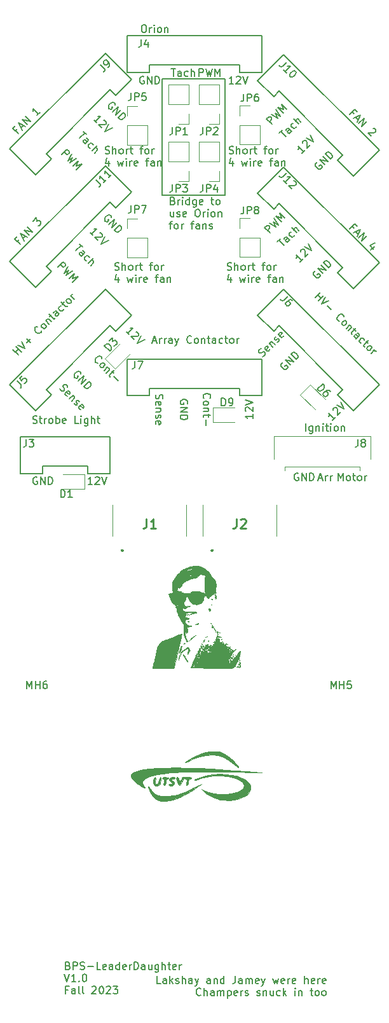
<source format=gbr>
%TF.GenerationSoftware,KiCad,Pcbnew,7.0.6*%
%TF.CreationDate,2024-02-09T06:01:19-06:00*%
%TF.ProjectId,BPS-LeaderDaughter,4250532d-4c65-4616-9465-724461756768,rev?*%
%TF.SameCoordinates,Original*%
%TF.FileFunction,Legend,Top*%
%TF.FilePolarity,Positive*%
%FSLAX46Y46*%
G04 Gerber Fmt 4.6, Leading zero omitted, Abs format (unit mm)*
G04 Created by KiCad (PCBNEW 7.0.6) date 2024-02-09 06:01:19*
%MOMM*%
%LPD*%
G01*
G04 APERTURE LIST*
%ADD10C,0.150000*%
%ADD11C,0.254000*%
%ADD12C,0.120000*%
%ADD13C,0.100000*%
%ADD14C,0.300000*%
%ADD15C,0.010000*%
G04 APERTURE END LIST*
D10*
X147828000Y-33020000D02*
X156210000Y-33020000D01*
X156210000Y-48514000D01*
X147828000Y-48514000D01*
X147828000Y-33020000D01*
X146989800Y-75028731D02*
X146942180Y-75171588D01*
X146942180Y-75171588D02*
X146942180Y-75409683D01*
X146942180Y-75409683D02*
X146989800Y-75504921D01*
X146989800Y-75504921D02*
X147037419Y-75552540D01*
X147037419Y-75552540D02*
X147132657Y-75600159D01*
X147132657Y-75600159D02*
X147227895Y-75600159D01*
X147227895Y-75600159D02*
X147323133Y-75552540D01*
X147323133Y-75552540D02*
X147370752Y-75504921D01*
X147370752Y-75504921D02*
X147418371Y-75409683D01*
X147418371Y-75409683D02*
X147465990Y-75219207D01*
X147465990Y-75219207D02*
X147513609Y-75123969D01*
X147513609Y-75123969D02*
X147561228Y-75076350D01*
X147561228Y-75076350D02*
X147656466Y-75028731D01*
X147656466Y-75028731D02*
X147751704Y-75028731D01*
X147751704Y-75028731D02*
X147846942Y-75076350D01*
X147846942Y-75076350D02*
X147894561Y-75123969D01*
X147894561Y-75123969D02*
X147942180Y-75219207D01*
X147942180Y-75219207D02*
X147942180Y-75457302D01*
X147942180Y-75457302D02*
X147894561Y-75600159D01*
X146989800Y-76409683D02*
X146942180Y-76314445D01*
X146942180Y-76314445D02*
X146942180Y-76123969D01*
X146942180Y-76123969D02*
X146989800Y-76028731D01*
X146989800Y-76028731D02*
X147085038Y-75981112D01*
X147085038Y-75981112D02*
X147465990Y-75981112D01*
X147465990Y-75981112D02*
X147561228Y-76028731D01*
X147561228Y-76028731D02*
X147608847Y-76123969D01*
X147608847Y-76123969D02*
X147608847Y-76314445D01*
X147608847Y-76314445D02*
X147561228Y-76409683D01*
X147561228Y-76409683D02*
X147465990Y-76457302D01*
X147465990Y-76457302D02*
X147370752Y-76457302D01*
X147370752Y-76457302D02*
X147275514Y-75981112D01*
X147608847Y-76885874D02*
X146942180Y-76885874D01*
X147513609Y-76885874D02*
X147561228Y-76933493D01*
X147561228Y-76933493D02*
X147608847Y-77028731D01*
X147608847Y-77028731D02*
X147608847Y-77171588D01*
X147608847Y-77171588D02*
X147561228Y-77266826D01*
X147561228Y-77266826D02*
X147465990Y-77314445D01*
X147465990Y-77314445D02*
X146942180Y-77314445D01*
X146989800Y-77743017D02*
X146942180Y-77838255D01*
X146942180Y-77838255D02*
X146942180Y-78028731D01*
X146942180Y-78028731D02*
X146989800Y-78123969D01*
X146989800Y-78123969D02*
X147085038Y-78171588D01*
X147085038Y-78171588D02*
X147132657Y-78171588D01*
X147132657Y-78171588D02*
X147227895Y-78123969D01*
X147227895Y-78123969D02*
X147275514Y-78028731D01*
X147275514Y-78028731D02*
X147275514Y-77885874D01*
X147275514Y-77885874D02*
X147323133Y-77790636D01*
X147323133Y-77790636D02*
X147418371Y-77743017D01*
X147418371Y-77743017D02*
X147465990Y-77743017D01*
X147465990Y-77743017D02*
X147561228Y-77790636D01*
X147561228Y-77790636D02*
X147608847Y-77885874D01*
X147608847Y-77885874D02*
X147608847Y-78028731D01*
X147608847Y-78028731D02*
X147561228Y-78123969D01*
X146989800Y-78981112D02*
X146942180Y-78885874D01*
X146942180Y-78885874D02*
X146942180Y-78695398D01*
X146942180Y-78695398D02*
X146989800Y-78600160D01*
X146989800Y-78600160D02*
X147085038Y-78552541D01*
X147085038Y-78552541D02*
X147465990Y-78552541D01*
X147465990Y-78552541D02*
X147561228Y-78600160D01*
X147561228Y-78600160D02*
X147608847Y-78695398D01*
X147608847Y-78695398D02*
X147608847Y-78885874D01*
X147608847Y-78885874D02*
X147561228Y-78981112D01*
X147561228Y-78981112D02*
X147465990Y-79028731D01*
X147465990Y-79028731D02*
X147370752Y-79028731D01*
X147370752Y-79028731D02*
X147275514Y-78552541D01*
X166960779Y-79879819D02*
X166960779Y-78879819D01*
X167865540Y-79213152D02*
X167865540Y-80022676D01*
X167865540Y-80022676D02*
X167817921Y-80117914D01*
X167817921Y-80117914D02*
X167770302Y-80165533D01*
X167770302Y-80165533D02*
X167675064Y-80213152D01*
X167675064Y-80213152D02*
X167532207Y-80213152D01*
X167532207Y-80213152D02*
X167436969Y-80165533D01*
X167865540Y-79832200D02*
X167770302Y-79879819D01*
X167770302Y-79879819D02*
X167579826Y-79879819D01*
X167579826Y-79879819D02*
X167484588Y-79832200D01*
X167484588Y-79832200D02*
X167436969Y-79784580D01*
X167436969Y-79784580D02*
X167389350Y-79689342D01*
X167389350Y-79689342D02*
X167389350Y-79403628D01*
X167389350Y-79403628D02*
X167436969Y-79308390D01*
X167436969Y-79308390D02*
X167484588Y-79260771D01*
X167484588Y-79260771D02*
X167579826Y-79213152D01*
X167579826Y-79213152D02*
X167770302Y-79213152D01*
X167770302Y-79213152D02*
X167865540Y-79260771D01*
X168341731Y-79213152D02*
X168341731Y-79879819D01*
X168341731Y-79308390D02*
X168389350Y-79260771D01*
X168389350Y-79260771D02*
X168484588Y-79213152D01*
X168484588Y-79213152D02*
X168627445Y-79213152D01*
X168627445Y-79213152D02*
X168722683Y-79260771D01*
X168722683Y-79260771D02*
X168770302Y-79356009D01*
X168770302Y-79356009D02*
X168770302Y-79879819D01*
X169246493Y-79879819D02*
X169246493Y-79213152D01*
X169246493Y-78879819D02*
X169198874Y-78927438D01*
X169198874Y-78927438D02*
X169246493Y-78975057D01*
X169246493Y-78975057D02*
X169294112Y-78927438D01*
X169294112Y-78927438D02*
X169246493Y-78879819D01*
X169246493Y-78879819D02*
X169246493Y-78975057D01*
X169579826Y-79213152D02*
X169960778Y-79213152D01*
X169722683Y-78879819D02*
X169722683Y-79736961D01*
X169722683Y-79736961D02*
X169770302Y-79832200D01*
X169770302Y-79832200D02*
X169865540Y-79879819D01*
X169865540Y-79879819D02*
X169960778Y-79879819D01*
X170294112Y-79879819D02*
X170294112Y-79213152D01*
X170294112Y-78879819D02*
X170246493Y-78927438D01*
X170246493Y-78927438D02*
X170294112Y-78975057D01*
X170294112Y-78975057D02*
X170341731Y-78927438D01*
X170341731Y-78927438D02*
X170294112Y-78879819D01*
X170294112Y-78879819D02*
X170294112Y-78975057D01*
X170913159Y-79879819D02*
X170817921Y-79832200D01*
X170817921Y-79832200D02*
X170770302Y-79784580D01*
X170770302Y-79784580D02*
X170722683Y-79689342D01*
X170722683Y-79689342D02*
X170722683Y-79403628D01*
X170722683Y-79403628D02*
X170770302Y-79308390D01*
X170770302Y-79308390D02*
X170817921Y-79260771D01*
X170817921Y-79260771D02*
X170913159Y-79213152D01*
X170913159Y-79213152D02*
X171056016Y-79213152D01*
X171056016Y-79213152D02*
X171151254Y-79260771D01*
X171151254Y-79260771D02*
X171198873Y-79308390D01*
X171198873Y-79308390D02*
X171246492Y-79403628D01*
X171246492Y-79403628D02*
X171246492Y-79689342D01*
X171246492Y-79689342D02*
X171198873Y-79784580D01*
X171198873Y-79784580D02*
X171151254Y-79832200D01*
X171151254Y-79832200D02*
X171056016Y-79879819D01*
X171056016Y-79879819D02*
X170913159Y-79879819D01*
X171675064Y-79213152D02*
X171675064Y-79879819D01*
X171675064Y-79308390D02*
X171722683Y-79260771D01*
X171722683Y-79260771D02*
X171817921Y-79213152D01*
X171817921Y-79213152D02*
X171960778Y-79213152D01*
X171960778Y-79213152D02*
X172056016Y-79260771D01*
X172056016Y-79260771D02*
X172103635Y-79356009D01*
X172103635Y-79356009D02*
X172103635Y-79879819D01*
X152736779Y-32635819D02*
X152736779Y-31635819D01*
X152736779Y-31635819D02*
X153117731Y-31635819D01*
X153117731Y-31635819D02*
X153212969Y-31683438D01*
X153212969Y-31683438D02*
X153260588Y-31731057D01*
X153260588Y-31731057D02*
X153308207Y-31826295D01*
X153308207Y-31826295D02*
X153308207Y-31969152D01*
X153308207Y-31969152D02*
X153260588Y-32064390D01*
X153260588Y-32064390D02*
X153212969Y-32112009D01*
X153212969Y-32112009D02*
X153117731Y-32159628D01*
X153117731Y-32159628D02*
X152736779Y-32159628D01*
X153641541Y-31635819D02*
X153879636Y-32635819D01*
X153879636Y-32635819D02*
X154070112Y-31921533D01*
X154070112Y-31921533D02*
X154260588Y-32635819D01*
X154260588Y-32635819D02*
X154498684Y-31635819D01*
X154879636Y-32635819D02*
X154879636Y-31635819D01*
X154879636Y-31635819D02*
X155212969Y-32350104D01*
X155212969Y-32350104D02*
X155546302Y-31635819D01*
X155546302Y-31635819D02*
X155546302Y-32635819D01*
X153387419Y-75528730D02*
X153339800Y-75481111D01*
X153339800Y-75481111D02*
X153292180Y-75338254D01*
X153292180Y-75338254D02*
X153292180Y-75243016D01*
X153292180Y-75243016D02*
X153339800Y-75100159D01*
X153339800Y-75100159D02*
X153435038Y-75004921D01*
X153435038Y-75004921D02*
X153530276Y-74957302D01*
X153530276Y-74957302D02*
X153720752Y-74909683D01*
X153720752Y-74909683D02*
X153863609Y-74909683D01*
X153863609Y-74909683D02*
X154054085Y-74957302D01*
X154054085Y-74957302D02*
X154149323Y-75004921D01*
X154149323Y-75004921D02*
X154244561Y-75100159D01*
X154244561Y-75100159D02*
X154292180Y-75243016D01*
X154292180Y-75243016D02*
X154292180Y-75338254D01*
X154292180Y-75338254D02*
X154244561Y-75481111D01*
X154244561Y-75481111D02*
X154196942Y-75528730D01*
X153292180Y-76100159D02*
X153339800Y-76004921D01*
X153339800Y-76004921D02*
X153387419Y-75957302D01*
X153387419Y-75957302D02*
X153482657Y-75909683D01*
X153482657Y-75909683D02*
X153768371Y-75909683D01*
X153768371Y-75909683D02*
X153863609Y-75957302D01*
X153863609Y-75957302D02*
X153911228Y-76004921D01*
X153911228Y-76004921D02*
X153958847Y-76100159D01*
X153958847Y-76100159D02*
X153958847Y-76243016D01*
X153958847Y-76243016D02*
X153911228Y-76338254D01*
X153911228Y-76338254D02*
X153863609Y-76385873D01*
X153863609Y-76385873D02*
X153768371Y-76433492D01*
X153768371Y-76433492D02*
X153482657Y-76433492D01*
X153482657Y-76433492D02*
X153387419Y-76385873D01*
X153387419Y-76385873D02*
X153339800Y-76338254D01*
X153339800Y-76338254D02*
X153292180Y-76243016D01*
X153292180Y-76243016D02*
X153292180Y-76100159D01*
X153958847Y-76862064D02*
X153292180Y-76862064D01*
X153863609Y-76862064D02*
X153911228Y-76909683D01*
X153911228Y-76909683D02*
X153958847Y-77004921D01*
X153958847Y-77004921D02*
X153958847Y-77147778D01*
X153958847Y-77147778D02*
X153911228Y-77243016D01*
X153911228Y-77243016D02*
X153815990Y-77290635D01*
X153815990Y-77290635D02*
X153292180Y-77290635D01*
X153958847Y-77623969D02*
X153958847Y-78004921D01*
X154292180Y-77766826D02*
X153435038Y-77766826D01*
X153435038Y-77766826D02*
X153339800Y-77814445D01*
X153339800Y-77814445D02*
X153292180Y-77909683D01*
X153292180Y-77909683D02*
X153292180Y-78004921D01*
X153673133Y-78338255D02*
X153673133Y-79100160D01*
X128789400Y-54435717D02*
X128553697Y-54671420D01*
X128924087Y-55041809D02*
X128216980Y-54334702D01*
X128216980Y-54334702D02*
X128553697Y-53997984D01*
X129294476Y-54267358D02*
X129631193Y-53930641D01*
X129429163Y-54536732D02*
X128957758Y-53593923D01*
X128957758Y-53593923D02*
X129900567Y-54065328D01*
X130136270Y-53829626D02*
X129429163Y-53122519D01*
X129429163Y-53122519D02*
X130540331Y-53425565D01*
X130540331Y-53425565D02*
X129833224Y-52718458D01*
X130641346Y-51910336D02*
X131079079Y-51472603D01*
X131079079Y-51472603D02*
X131112751Y-51977679D01*
X131112751Y-51977679D02*
X131213766Y-51876664D01*
X131213766Y-51876664D02*
X131314781Y-51842992D01*
X131314781Y-51842992D02*
X131382125Y-51842992D01*
X131382125Y-51842992D02*
X131483140Y-51876664D01*
X131483140Y-51876664D02*
X131651499Y-52045023D01*
X131651499Y-52045023D02*
X131685171Y-52146038D01*
X131685171Y-52146038D02*
X131685171Y-52213381D01*
X131685171Y-52213381D02*
X131651499Y-52314397D01*
X131651499Y-52314397D02*
X131449468Y-52516427D01*
X131449468Y-52516427D02*
X131348453Y-52550099D01*
X131348453Y-52550099D02*
X131281109Y-52550099D01*
X128535400Y-39703717D02*
X128299697Y-39939420D01*
X128670087Y-40309809D02*
X127962980Y-39602702D01*
X127962980Y-39602702D02*
X128299697Y-39265984D01*
X129040476Y-39535358D02*
X129377193Y-39198641D01*
X129175163Y-39804732D02*
X128703758Y-38861923D01*
X128703758Y-38861923D02*
X129646567Y-39333328D01*
X129882270Y-39097626D02*
X129175163Y-38390519D01*
X129175163Y-38390519D02*
X130286331Y-38693565D01*
X130286331Y-38693565D02*
X129579224Y-37986458D01*
X131532186Y-37447710D02*
X131128125Y-37851771D01*
X131330155Y-37649740D02*
X130623048Y-36942633D01*
X130623048Y-36942633D02*
X130656720Y-37110992D01*
X130656720Y-37110992D02*
X130656720Y-37245679D01*
X130656720Y-37245679D02*
X130623048Y-37346694D01*
X146593160Y-67910104D02*
X147069350Y-67910104D01*
X146497922Y-68195819D02*
X146831255Y-67195819D01*
X146831255Y-67195819D02*
X147164588Y-68195819D01*
X147497922Y-68195819D02*
X147497922Y-67529152D01*
X147497922Y-67719628D02*
X147545541Y-67624390D01*
X147545541Y-67624390D02*
X147593160Y-67576771D01*
X147593160Y-67576771D02*
X147688398Y-67529152D01*
X147688398Y-67529152D02*
X147783636Y-67529152D01*
X148116970Y-68195819D02*
X148116970Y-67529152D01*
X148116970Y-67719628D02*
X148164589Y-67624390D01*
X148164589Y-67624390D02*
X148212208Y-67576771D01*
X148212208Y-67576771D02*
X148307446Y-67529152D01*
X148307446Y-67529152D02*
X148402684Y-67529152D01*
X149164589Y-68195819D02*
X149164589Y-67672009D01*
X149164589Y-67672009D02*
X149116970Y-67576771D01*
X149116970Y-67576771D02*
X149021732Y-67529152D01*
X149021732Y-67529152D02*
X148831256Y-67529152D01*
X148831256Y-67529152D02*
X148736018Y-67576771D01*
X149164589Y-68148200D02*
X149069351Y-68195819D01*
X149069351Y-68195819D02*
X148831256Y-68195819D01*
X148831256Y-68195819D02*
X148736018Y-68148200D01*
X148736018Y-68148200D02*
X148688399Y-68052961D01*
X148688399Y-68052961D02*
X148688399Y-67957723D01*
X148688399Y-67957723D02*
X148736018Y-67862485D01*
X148736018Y-67862485D02*
X148831256Y-67814866D01*
X148831256Y-67814866D02*
X149069351Y-67814866D01*
X149069351Y-67814866D02*
X149164589Y-67767247D01*
X149545542Y-67529152D02*
X149783637Y-68195819D01*
X150021732Y-67529152D02*
X149783637Y-68195819D01*
X149783637Y-68195819D02*
X149688399Y-68433914D01*
X149688399Y-68433914D02*
X149640780Y-68481533D01*
X149640780Y-68481533D02*
X149545542Y-68529152D01*
X151736018Y-68100580D02*
X151688399Y-68148200D01*
X151688399Y-68148200D02*
X151545542Y-68195819D01*
X151545542Y-68195819D02*
X151450304Y-68195819D01*
X151450304Y-68195819D02*
X151307447Y-68148200D01*
X151307447Y-68148200D02*
X151212209Y-68052961D01*
X151212209Y-68052961D02*
X151164590Y-67957723D01*
X151164590Y-67957723D02*
X151116971Y-67767247D01*
X151116971Y-67767247D02*
X151116971Y-67624390D01*
X151116971Y-67624390D02*
X151164590Y-67433914D01*
X151164590Y-67433914D02*
X151212209Y-67338676D01*
X151212209Y-67338676D02*
X151307447Y-67243438D01*
X151307447Y-67243438D02*
X151450304Y-67195819D01*
X151450304Y-67195819D02*
X151545542Y-67195819D01*
X151545542Y-67195819D02*
X151688399Y-67243438D01*
X151688399Y-67243438D02*
X151736018Y-67291057D01*
X152307447Y-68195819D02*
X152212209Y-68148200D01*
X152212209Y-68148200D02*
X152164590Y-68100580D01*
X152164590Y-68100580D02*
X152116971Y-68005342D01*
X152116971Y-68005342D02*
X152116971Y-67719628D01*
X152116971Y-67719628D02*
X152164590Y-67624390D01*
X152164590Y-67624390D02*
X152212209Y-67576771D01*
X152212209Y-67576771D02*
X152307447Y-67529152D01*
X152307447Y-67529152D02*
X152450304Y-67529152D01*
X152450304Y-67529152D02*
X152545542Y-67576771D01*
X152545542Y-67576771D02*
X152593161Y-67624390D01*
X152593161Y-67624390D02*
X152640780Y-67719628D01*
X152640780Y-67719628D02*
X152640780Y-68005342D01*
X152640780Y-68005342D02*
X152593161Y-68100580D01*
X152593161Y-68100580D02*
X152545542Y-68148200D01*
X152545542Y-68148200D02*
X152450304Y-68195819D01*
X152450304Y-68195819D02*
X152307447Y-68195819D01*
X153069352Y-67529152D02*
X153069352Y-68195819D01*
X153069352Y-67624390D02*
X153116971Y-67576771D01*
X153116971Y-67576771D02*
X153212209Y-67529152D01*
X153212209Y-67529152D02*
X153355066Y-67529152D01*
X153355066Y-67529152D02*
X153450304Y-67576771D01*
X153450304Y-67576771D02*
X153497923Y-67672009D01*
X153497923Y-67672009D02*
X153497923Y-68195819D01*
X153831257Y-67529152D02*
X154212209Y-67529152D01*
X153974114Y-67195819D02*
X153974114Y-68052961D01*
X153974114Y-68052961D02*
X154021733Y-68148200D01*
X154021733Y-68148200D02*
X154116971Y-68195819D01*
X154116971Y-68195819D02*
X154212209Y-68195819D01*
X154974114Y-68195819D02*
X154974114Y-67672009D01*
X154974114Y-67672009D02*
X154926495Y-67576771D01*
X154926495Y-67576771D02*
X154831257Y-67529152D01*
X154831257Y-67529152D02*
X154640781Y-67529152D01*
X154640781Y-67529152D02*
X154545543Y-67576771D01*
X154974114Y-68148200D02*
X154878876Y-68195819D01*
X154878876Y-68195819D02*
X154640781Y-68195819D01*
X154640781Y-68195819D02*
X154545543Y-68148200D01*
X154545543Y-68148200D02*
X154497924Y-68052961D01*
X154497924Y-68052961D02*
X154497924Y-67957723D01*
X154497924Y-67957723D02*
X154545543Y-67862485D01*
X154545543Y-67862485D02*
X154640781Y-67814866D01*
X154640781Y-67814866D02*
X154878876Y-67814866D01*
X154878876Y-67814866D02*
X154974114Y-67767247D01*
X155878876Y-68148200D02*
X155783638Y-68195819D01*
X155783638Y-68195819D02*
X155593162Y-68195819D01*
X155593162Y-68195819D02*
X155497924Y-68148200D01*
X155497924Y-68148200D02*
X155450305Y-68100580D01*
X155450305Y-68100580D02*
X155402686Y-68005342D01*
X155402686Y-68005342D02*
X155402686Y-67719628D01*
X155402686Y-67719628D02*
X155450305Y-67624390D01*
X155450305Y-67624390D02*
X155497924Y-67576771D01*
X155497924Y-67576771D02*
X155593162Y-67529152D01*
X155593162Y-67529152D02*
X155783638Y-67529152D01*
X155783638Y-67529152D02*
X155878876Y-67576771D01*
X156164591Y-67529152D02*
X156545543Y-67529152D01*
X156307448Y-67195819D02*
X156307448Y-68052961D01*
X156307448Y-68052961D02*
X156355067Y-68148200D01*
X156355067Y-68148200D02*
X156450305Y-68195819D01*
X156450305Y-68195819D02*
X156545543Y-68195819D01*
X157021734Y-68195819D02*
X156926496Y-68148200D01*
X156926496Y-68148200D02*
X156878877Y-68100580D01*
X156878877Y-68100580D02*
X156831258Y-68005342D01*
X156831258Y-68005342D02*
X156831258Y-67719628D01*
X156831258Y-67719628D02*
X156878877Y-67624390D01*
X156878877Y-67624390D02*
X156926496Y-67576771D01*
X156926496Y-67576771D02*
X157021734Y-67529152D01*
X157021734Y-67529152D02*
X157164591Y-67529152D01*
X157164591Y-67529152D02*
X157259829Y-67576771D01*
X157259829Y-67576771D02*
X157307448Y-67624390D01*
X157307448Y-67624390D02*
X157355067Y-67719628D01*
X157355067Y-67719628D02*
X157355067Y-68005342D01*
X157355067Y-68005342D02*
X157307448Y-68100580D01*
X157307448Y-68100580D02*
X157259829Y-68148200D01*
X157259829Y-68148200D02*
X157164591Y-68195819D01*
X157164591Y-68195819D02*
X157021734Y-68195819D01*
X157783639Y-68195819D02*
X157783639Y-67529152D01*
X157783639Y-67719628D02*
X157831258Y-67624390D01*
X157831258Y-67624390D02*
X157878877Y-67576771D01*
X157878877Y-67576771D02*
X157974115Y-67529152D01*
X157974115Y-67529152D02*
X158069353Y-67529152D01*
X173402282Y-52843400D02*
X173166579Y-52607697D01*
X172796190Y-52978087D02*
X173503297Y-52270980D01*
X173503297Y-52270980D02*
X173840015Y-52607697D01*
X173570641Y-53348476D02*
X173907358Y-53685193D01*
X173301267Y-53483163D02*
X174244076Y-53011758D01*
X174244076Y-53011758D02*
X173772671Y-53954567D01*
X174008373Y-54190270D02*
X174715480Y-53483163D01*
X174715480Y-53483163D02*
X174412434Y-54594331D01*
X174412434Y-54594331D02*
X175119541Y-53887224D01*
X176062350Y-55301438D02*
X175590946Y-55772842D01*
X176163366Y-54863705D02*
X175489931Y-55200422D01*
X175489931Y-55200422D02*
X175927663Y-55638155D01*
X163167965Y-54689717D02*
X163572026Y-54285656D01*
X164077102Y-55194794D02*
X163369995Y-54487687D01*
X164817881Y-54454015D02*
X164447491Y-54083626D01*
X164447491Y-54083626D02*
X164346476Y-54049954D01*
X164346476Y-54049954D02*
X164245461Y-54083626D01*
X164245461Y-54083626D02*
X164110774Y-54218313D01*
X164110774Y-54218313D02*
X164077102Y-54319328D01*
X164784209Y-54420343D02*
X164750537Y-54521358D01*
X164750537Y-54521358D02*
X164582178Y-54689717D01*
X164582178Y-54689717D02*
X164481163Y-54723389D01*
X164481163Y-54723389D02*
X164380148Y-54689717D01*
X164380148Y-54689717D02*
X164312804Y-54622374D01*
X164312804Y-54622374D02*
X164279132Y-54521358D01*
X164279132Y-54521358D02*
X164312804Y-54420343D01*
X164312804Y-54420343D02*
X164481163Y-54251984D01*
X164481163Y-54251984D02*
X164514835Y-54150969D01*
X165423972Y-53780580D02*
X165390300Y-53881595D01*
X165390300Y-53881595D02*
X165255613Y-54016282D01*
X165255613Y-54016282D02*
X165154598Y-54049954D01*
X165154598Y-54049954D02*
X165087255Y-54049954D01*
X165087255Y-54049954D02*
X164986239Y-54016282D01*
X164986239Y-54016282D02*
X164784209Y-53814251D01*
X164784209Y-53814251D02*
X164750537Y-53713236D01*
X164750537Y-53713236D02*
X164750537Y-53645893D01*
X164750537Y-53645893D02*
X164784209Y-53544877D01*
X164784209Y-53544877D02*
X164918896Y-53410190D01*
X164918896Y-53410190D02*
X165019911Y-53376519D01*
X165760690Y-53511206D02*
X165053583Y-52804099D01*
X166063735Y-53208160D02*
X165693346Y-52837771D01*
X165693346Y-52837771D02*
X165592331Y-52804099D01*
X165592331Y-52804099D02*
X165491316Y-52837771D01*
X165491316Y-52837771D02*
X165390300Y-52938786D01*
X165390300Y-52938786D02*
X165356629Y-53039801D01*
X165356629Y-53039801D02*
X165356629Y-53107145D01*
X136826282Y-54963965D02*
X137230343Y-55368026D01*
X136321205Y-55873102D02*
X137028312Y-55165995D01*
X137061984Y-56613881D02*
X137432373Y-56243491D01*
X137432373Y-56243491D02*
X137466045Y-56142476D01*
X137466045Y-56142476D02*
X137432373Y-56041461D01*
X137432373Y-56041461D02*
X137297686Y-55906774D01*
X137297686Y-55906774D02*
X137196671Y-55873102D01*
X137095656Y-56580209D02*
X136994641Y-56546537D01*
X136994641Y-56546537D02*
X136826282Y-56378178D01*
X136826282Y-56378178D02*
X136792610Y-56277163D01*
X136792610Y-56277163D02*
X136826282Y-56176148D01*
X136826282Y-56176148D02*
X136893625Y-56108804D01*
X136893625Y-56108804D02*
X136994641Y-56075132D01*
X136994641Y-56075132D02*
X137095656Y-56108804D01*
X137095656Y-56108804D02*
X137264015Y-56277163D01*
X137264015Y-56277163D02*
X137365030Y-56310835D01*
X137735419Y-57219972D02*
X137634404Y-57186300D01*
X137634404Y-57186300D02*
X137499717Y-57051613D01*
X137499717Y-57051613D02*
X137466045Y-56950598D01*
X137466045Y-56950598D02*
X137466045Y-56883255D01*
X137466045Y-56883255D02*
X137499717Y-56782239D01*
X137499717Y-56782239D02*
X137701748Y-56580209D01*
X137701748Y-56580209D02*
X137802763Y-56546537D01*
X137802763Y-56546537D02*
X137870106Y-56546537D01*
X137870106Y-56546537D02*
X137971122Y-56580209D01*
X137971122Y-56580209D02*
X138105809Y-56714896D01*
X138105809Y-56714896D02*
X138139480Y-56815911D01*
X138004793Y-57556690D02*
X138711900Y-56849583D01*
X138307839Y-57859735D02*
X138678228Y-57489346D01*
X138678228Y-57489346D02*
X138711900Y-57388331D01*
X138711900Y-57388331D02*
X138678228Y-57287316D01*
X138678228Y-57287316D02*
X138577213Y-57186300D01*
X138577213Y-57186300D02*
X138476198Y-57152629D01*
X138476198Y-57152629D02*
X138408854Y-57152629D01*
X128670087Y-69773809D02*
X127962980Y-69066702D01*
X128299697Y-69403420D02*
X128703758Y-68999358D01*
X129074148Y-69369748D02*
X128367041Y-68662641D01*
X128602743Y-68426939D02*
X129545552Y-68898343D01*
X129545552Y-68898343D02*
X129074148Y-67955534D01*
X129747583Y-68157565D02*
X130286331Y-67618817D01*
X130286331Y-68157565D02*
X129747583Y-67618817D01*
X131767888Y-66541321D02*
X131767888Y-66608664D01*
X131767888Y-66608664D02*
X131700544Y-66743351D01*
X131700544Y-66743351D02*
X131633201Y-66810695D01*
X131633201Y-66810695D02*
X131498514Y-66878038D01*
X131498514Y-66878038D02*
X131363827Y-66878038D01*
X131363827Y-66878038D02*
X131262811Y-66844366D01*
X131262811Y-66844366D02*
X131094453Y-66743351D01*
X131094453Y-66743351D02*
X130993437Y-66642336D01*
X130993437Y-66642336D02*
X130892422Y-66473977D01*
X130892422Y-66473977D02*
X130858750Y-66372962D01*
X130858750Y-66372962D02*
X130858750Y-66238275D01*
X130858750Y-66238275D02*
X130926094Y-66103588D01*
X130926094Y-66103588D02*
X130993437Y-66036244D01*
X130993437Y-66036244D02*
X131128124Y-65968901D01*
X131128124Y-65968901D02*
X131195468Y-65968901D01*
X132239292Y-66204603D02*
X132138277Y-66238275D01*
X132138277Y-66238275D02*
X132070934Y-66238275D01*
X132070934Y-66238275D02*
X131969918Y-66204603D01*
X131969918Y-66204603D02*
X131767888Y-66002573D01*
X131767888Y-66002573D02*
X131734216Y-65901557D01*
X131734216Y-65901557D02*
X131734216Y-65834214D01*
X131734216Y-65834214D02*
X131767888Y-65733199D01*
X131767888Y-65733199D02*
X131868903Y-65632183D01*
X131868903Y-65632183D02*
X131969918Y-65598512D01*
X131969918Y-65598512D02*
X132037262Y-65598512D01*
X132037262Y-65598512D02*
X132138277Y-65632183D01*
X132138277Y-65632183D02*
X132340308Y-65834214D01*
X132340308Y-65834214D02*
X132373979Y-65935229D01*
X132373979Y-65935229D02*
X132373979Y-66002573D01*
X132373979Y-66002573D02*
X132340308Y-66103588D01*
X132340308Y-66103588D02*
X132239292Y-66204603D01*
X132306636Y-65194450D02*
X132778040Y-65665855D01*
X132373979Y-65261794D02*
X132373979Y-65194450D01*
X132373979Y-65194450D02*
X132407651Y-65093435D01*
X132407651Y-65093435D02*
X132508666Y-64992420D01*
X132508666Y-64992420D02*
X132609682Y-64958748D01*
X132609682Y-64958748D02*
X132710697Y-64992420D01*
X132710697Y-64992420D02*
X133081086Y-65362809D01*
X132845384Y-64655702D02*
X133114758Y-64386328D01*
X132710697Y-64318985D02*
X133316788Y-64925076D01*
X133316788Y-64925076D02*
X133417804Y-64958748D01*
X133417804Y-64958748D02*
X133518819Y-64925076D01*
X133518819Y-64925076D02*
X133586162Y-64857733D01*
X134124911Y-64318985D02*
X133754522Y-63948595D01*
X133754522Y-63948595D02*
X133653506Y-63914924D01*
X133653506Y-63914924D02*
X133552491Y-63948595D01*
X133552491Y-63948595D02*
X133417804Y-64083282D01*
X133417804Y-64083282D02*
X133384132Y-64184298D01*
X134091239Y-64285313D02*
X134057567Y-64386328D01*
X134057567Y-64386328D02*
X133889209Y-64554687D01*
X133889209Y-64554687D02*
X133788193Y-64588359D01*
X133788193Y-64588359D02*
X133687178Y-64554687D01*
X133687178Y-64554687D02*
X133619835Y-64487343D01*
X133619835Y-64487343D02*
X133586163Y-64386328D01*
X133586163Y-64386328D02*
X133619835Y-64285313D01*
X133619835Y-64285313D02*
X133788193Y-64116954D01*
X133788193Y-64116954D02*
X133821865Y-64015939D01*
X134731002Y-63645549D02*
X134697331Y-63746565D01*
X134697331Y-63746565D02*
X134562644Y-63881252D01*
X134562644Y-63881252D02*
X134461628Y-63914923D01*
X134461628Y-63914923D02*
X134394285Y-63914923D01*
X134394285Y-63914923D02*
X134293270Y-63881252D01*
X134293270Y-63881252D02*
X134091239Y-63679221D01*
X134091239Y-63679221D02*
X134057567Y-63578206D01*
X134057567Y-63578206D02*
X134057567Y-63510862D01*
X134057567Y-63510862D02*
X134091239Y-63409847D01*
X134091239Y-63409847D02*
X134225926Y-63275160D01*
X134225926Y-63275160D02*
X134326941Y-63241488D01*
X134495300Y-63005786D02*
X134764674Y-62736412D01*
X134360613Y-62669069D02*
X134966705Y-63275160D01*
X134966705Y-63275160D02*
X135067720Y-63308832D01*
X135067720Y-63308832D02*
X135168735Y-63275160D01*
X135168735Y-63275160D02*
X135236079Y-63207817D01*
X135572797Y-62871099D02*
X135471781Y-62904771D01*
X135471781Y-62904771D02*
X135404438Y-62904771D01*
X135404438Y-62904771D02*
X135303423Y-62871099D01*
X135303423Y-62871099D02*
X135101392Y-62669068D01*
X135101392Y-62669068D02*
X135067720Y-62568053D01*
X135067720Y-62568053D02*
X135067720Y-62500709D01*
X135067720Y-62500709D02*
X135101392Y-62399694D01*
X135101392Y-62399694D02*
X135202407Y-62298679D01*
X135202407Y-62298679D02*
X135303423Y-62265007D01*
X135303423Y-62265007D02*
X135370766Y-62265007D01*
X135370766Y-62265007D02*
X135471781Y-62298679D01*
X135471781Y-62298679D02*
X135673812Y-62500709D01*
X135673812Y-62500709D02*
X135707484Y-62601725D01*
X135707484Y-62601725D02*
X135707484Y-62669068D01*
X135707484Y-62669068D02*
X135673812Y-62770083D01*
X135673812Y-62770083D02*
X135572797Y-62871099D01*
X136111545Y-62332351D02*
X135640140Y-61860946D01*
X135774827Y-61995633D02*
X135741155Y-61894618D01*
X135741155Y-61894618D02*
X135741155Y-61827274D01*
X135741155Y-61827274D02*
X135774827Y-61726259D01*
X135774827Y-61726259D02*
X135842171Y-61658916D01*
X137010015Y-72233041D02*
X136976343Y-72132026D01*
X136976343Y-72132026D02*
X136875328Y-72031010D01*
X136875328Y-72031010D02*
X136740641Y-71963667D01*
X136740641Y-71963667D02*
X136605953Y-71963667D01*
X136605953Y-71963667D02*
X136504938Y-71997339D01*
X136504938Y-71997339D02*
X136336579Y-72098354D01*
X136336579Y-72098354D02*
X136235564Y-72199369D01*
X136235564Y-72199369D02*
X136134549Y-72367728D01*
X136134549Y-72367728D02*
X136100877Y-72468743D01*
X136100877Y-72468743D02*
X136100877Y-72603430D01*
X136100877Y-72603430D02*
X136168221Y-72738117D01*
X136168221Y-72738117D02*
X136235564Y-72805461D01*
X136235564Y-72805461D02*
X136370251Y-72872804D01*
X136370251Y-72872804D02*
X136437595Y-72872804D01*
X136437595Y-72872804D02*
X136673297Y-72637102D01*
X136673297Y-72637102D02*
X136538610Y-72502415D01*
X136673297Y-73243193D02*
X137380404Y-72536087D01*
X137380404Y-72536087D02*
X137077358Y-73647254D01*
X137077358Y-73647254D02*
X137784465Y-72940148D01*
X137414075Y-73983972D02*
X138121182Y-73276865D01*
X138121182Y-73276865D02*
X138289541Y-73445224D01*
X138289541Y-73445224D02*
X138356885Y-73579911D01*
X138356885Y-73579911D02*
X138356885Y-73714598D01*
X138356885Y-73714598D02*
X138323213Y-73815613D01*
X138323213Y-73815613D02*
X138222198Y-73983972D01*
X138222198Y-73983972D02*
X138121182Y-74084987D01*
X138121182Y-74084987D02*
X137952824Y-74186002D01*
X137952824Y-74186002D02*
X137851808Y-74219674D01*
X137851808Y-74219674D02*
X137717121Y-74219674D01*
X137717121Y-74219674D02*
X137582434Y-74152331D01*
X137582434Y-74152331D02*
X137414075Y-73983972D01*
X162198087Y-53517809D02*
X161490980Y-52810702D01*
X161490980Y-52810702D02*
X161760354Y-52541328D01*
X161760354Y-52541328D02*
X161861369Y-52507656D01*
X161861369Y-52507656D02*
X161928713Y-52507656D01*
X161928713Y-52507656D02*
X162029728Y-52541328D01*
X162029728Y-52541328D02*
X162130743Y-52642343D01*
X162130743Y-52642343D02*
X162164415Y-52743358D01*
X162164415Y-52743358D02*
X162164415Y-52810702D01*
X162164415Y-52810702D02*
X162130743Y-52911717D01*
X162130743Y-52911717D02*
X161861369Y-53181091D01*
X162130743Y-52170939D02*
X163006209Y-52709687D01*
X163006209Y-52709687D02*
X162635819Y-52069923D01*
X162635819Y-52069923D02*
X163275583Y-52440313D01*
X163275583Y-52440313D02*
X162736835Y-51564847D01*
X163713315Y-52002580D02*
X163006208Y-51295473D01*
X163006208Y-51295473D02*
X163746987Y-51564847D01*
X163746987Y-51564847D02*
X163477613Y-50824069D01*
X163477613Y-50824069D02*
X164184720Y-51531176D01*
X159889819Y-77625411D02*
X159889819Y-78196839D01*
X159889819Y-77911125D02*
X158889819Y-77911125D01*
X158889819Y-77911125D02*
X159032676Y-78006363D01*
X159032676Y-78006363D02*
X159127914Y-78101601D01*
X159127914Y-78101601D02*
X159175533Y-78196839D01*
X158985057Y-77244458D02*
X158937438Y-77196839D01*
X158937438Y-77196839D02*
X158889819Y-77101601D01*
X158889819Y-77101601D02*
X158889819Y-76863506D01*
X158889819Y-76863506D02*
X158937438Y-76768268D01*
X158937438Y-76768268D02*
X158985057Y-76720649D01*
X158985057Y-76720649D02*
X159080295Y-76673030D01*
X159080295Y-76673030D02*
X159175533Y-76673030D01*
X159175533Y-76673030D02*
X159318390Y-76720649D01*
X159318390Y-76720649D02*
X159889819Y-77292077D01*
X159889819Y-77292077D02*
X159889819Y-76673030D01*
X158889819Y-76387315D02*
X159889819Y-76053982D01*
X159889819Y-76053982D02*
X158889819Y-75720649D01*
X168499041Y-44091984D02*
X168398026Y-44125656D01*
X168398026Y-44125656D02*
X168297010Y-44226671D01*
X168297010Y-44226671D02*
X168229667Y-44361358D01*
X168229667Y-44361358D02*
X168229667Y-44496046D01*
X168229667Y-44496046D02*
X168263339Y-44597061D01*
X168263339Y-44597061D02*
X168364354Y-44765420D01*
X168364354Y-44765420D02*
X168465369Y-44866435D01*
X168465369Y-44866435D02*
X168633728Y-44967450D01*
X168633728Y-44967450D02*
X168734743Y-45001122D01*
X168734743Y-45001122D02*
X168869430Y-45001122D01*
X168869430Y-45001122D02*
X169004117Y-44933778D01*
X169004117Y-44933778D02*
X169071461Y-44866435D01*
X169071461Y-44866435D02*
X169138804Y-44731748D01*
X169138804Y-44731748D02*
X169138804Y-44664404D01*
X169138804Y-44664404D02*
X168903102Y-44428702D01*
X168903102Y-44428702D02*
X168768415Y-44563389D01*
X169509193Y-44428702D02*
X168802087Y-43721595D01*
X168802087Y-43721595D02*
X169913254Y-44024641D01*
X169913254Y-44024641D02*
X169206148Y-43317534D01*
X170249972Y-43687924D02*
X169542865Y-42980817D01*
X169542865Y-42980817D02*
X169711224Y-42812458D01*
X169711224Y-42812458D02*
X169845911Y-42745114D01*
X169845911Y-42745114D02*
X169980598Y-42745114D01*
X169980598Y-42745114D02*
X170081613Y-42778786D01*
X170081613Y-42778786D02*
X170249972Y-42879801D01*
X170249972Y-42879801D02*
X170350987Y-42980817D01*
X170350987Y-42980817D02*
X170452002Y-43149175D01*
X170452002Y-43149175D02*
X170485674Y-43250191D01*
X170485674Y-43250191D02*
X170485674Y-43384878D01*
X170485674Y-43384878D02*
X170418331Y-43519565D01*
X170418331Y-43519565D02*
X170249972Y-43687924D01*
X134188190Y-74246743D02*
X134255534Y-74381430D01*
X134255534Y-74381430D02*
X134423892Y-74549789D01*
X134423892Y-74549789D02*
X134524908Y-74583461D01*
X134524908Y-74583461D02*
X134592251Y-74583461D01*
X134592251Y-74583461D02*
X134693266Y-74549789D01*
X134693266Y-74549789D02*
X134760610Y-74482445D01*
X134760610Y-74482445D02*
X134794282Y-74381430D01*
X134794282Y-74381430D02*
X134794282Y-74314087D01*
X134794282Y-74314087D02*
X134760610Y-74213071D01*
X134760610Y-74213071D02*
X134659595Y-74044713D01*
X134659595Y-74044713D02*
X134625923Y-73943697D01*
X134625923Y-73943697D02*
X134625923Y-73876354D01*
X134625923Y-73876354D02*
X134659595Y-73775339D01*
X134659595Y-73775339D02*
X134726938Y-73707995D01*
X134726938Y-73707995D02*
X134827953Y-73674323D01*
X134827953Y-73674323D02*
X134895297Y-73674323D01*
X134895297Y-73674323D02*
X134996312Y-73707995D01*
X134996312Y-73707995D02*
X135164671Y-73876354D01*
X135164671Y-73876354D02*
X135232015Y-74011041D01*
X135164671Y-75223224D02*
X135063656Y-75189552D01*
X135063656Y-75189552D02*
X134928969Y-75054865D01*
X134928969Y-75054865D02*
X134895297Y-74953850D01*
X134895297Y-74953850D02*
X134928969Y-74852835D01*
X134928969Y-74852835D02*
X135198343Y-74583461D01*
X135198343Y-74583461D02*
X135299358Y-74549789D01*
X135299358Y-74549789D02*
X135400373Y-74583461D01*
X135400373Y-74583461D02*
X135535060Y-74718148D01*
X135535060Y-74718148D02*
X135568732Y-74819163D01*
X135568732Y-74819163D02*
X135535060Y-74920178D01*
X135535060Y-74920178D02*
X135467717Y-74987522D01*
X135467717Y-74987522D02*
X135063656Y-74718148D01*
X135939121Y-75122209D02*
X135467717Y-75593613D01*
X135871778Y-75189552D02*
X135939121Y-75189552D01*
X135939121Y-75189552D02*
X136040137Y-75223224D01*
X136040137Y-75223224D02*
X136141152Y-75324239D01*
X136141152Y-75324239D02*
X136174824Y-75425254D01*
X136174824Y-75425254D02*
X136141152Y-75526270D01*
X136141152Y-75526270D02*
X135770763Y-75896659D01*
X136107480Y-76166033D02*
X136141152Y-76267048D01*
X136141152Y-76267048D02*
X136275839Y-76401735D01*
X136275839Y-76401735D02*
X136376854Y-76435407D01*
X136376854Y-76435407D02*
X136477870Y-76401735D01*
X136477870Y-76401735D02*
X136511541Y-76368064D01*
X136511541Y-76368064D02*
X136545213Y-76267048D01*
X136545213Y-76267048D02*
X136511541Y-76166033D01*
X136511541Y-76166033D02*
X136410526Y-76065018D01*
X136410526Y-76065018D02*
X136376854Y-75964003D01*
X136376854Y-75964003D02*
X136410526Y-75862987D01*
X136410526Y-75862987D02*
X136444198Y-75829316D01*
X136444198Y-75829316D02*
X136545213Y-75795644D01*
X136545213Y-75795644D02*
X136646228Y-75829316D01*
X136646228Y-75829316D02*
X136747244Y-75930331D01*
X136747244Y-75930331D02*
X136780915Y-76031346D01*
X136982946Y-77041499D02*
X136881931Y-77007827D01*
X136881931Y-77007827D02*
X136747244Y-76873140D01*
X136747244Y-76873140D02*
X136713572Y-76772125D01*
X136713572Y-76772125D02*
X136747244Y-76671109D01*
X136747244Y-76671109D02*
X137016618Y-76401735D01*
X137016618Y-76401735D02*
X137117633Y-76368064D01*
X137117633Y-76368064D02*
X137218648Y-76401735D01*
X137218648Y-76401735D02*
X137353335Y-76536422D01*
X137353335Y-76536422D02*
X137387007Y-76637438D01*
X137387007Y-76637438D02*
X137353335Y-76738453D01*
X137353335Y-76738453D02*
X137285992Y-76805796D01*
X137285992Y-76805796D02*
X136881931Y-76536422D01*
X131162588Y-86039438D02*
X131067350Y-85991819D01*
X131067350Y-85991819D02*
X130924493Y-85991819D01*
X130924493Y-85991819D02*
X130781636Y-86039438D01*
X130781636Y-86039438D02*
X130686398Y-86134676D01*
X130686398Y-86134676D02*
X130638779Y-86229914D01*
X130638779Y-86229914D02*
X130591160Y-86420390D01*
X130591160Y-86420390D02*
X130591160Y-86563247D01*
X130591160Y-86563247D02*
X130638779Y-86753723D01*
X130638779Y-86753723D02*
X130686398Y-86848961D01*
X130686398Y-86848961D02*
X130781636Y-86944200D01*
X130781636Y-86944200D02*
X130924493Y-86991819D01*
X130924493Y-86991819D02*
X131019731Y-86991819D01*
X131019731Y-86991819D02*
X131162588Y-86944200D01*
X131162588Y-86944200D02*
X131210207Y-86896580D01*
X131210207Y-86896580D02*
X131210207Y-86563247D01*
X131210207Y-86563247D02*
X131019731Y-86563247D01*
X131638779Y-86991819D02*
X131638779Y-85991819D01*
X131638779Y-85991819D02*
X132210207Y-86991819D01*
X132210207Y-86991819D02*
X132210207Y-85991819D01*
X132686398Y-86991819D02*
X132686398Y-85991819D01*
X132686398Y-85991819D02*
X132924493Y-85991819D01*
X132924493Y-85991819D02*
X133067350Y-86039438D01*
X133067350Y-86039438D02*
X133162588Y-86134676D01*
X133162588Y-86134676D02*
X133210207Y-86229914D01*
X133210207Y-86229914D02*
X133257826Y-86420390D01*
X133257826Y-86420390D02*
X133257826Y-86563247D01*
X133257826Y-86563247D02*
X133210207Y-86753723D01*
X133210207Y-86753723D02*
X133162588Y-86848961D01*
X133162588Y-86848961D02*
X133067350Y-86944200D01*
X133067350Y-86944200D02*
X132924493Y-86991819D01*
X132924493Y-86991819D02*
X132686398Y-86991819D01*
X163421965Y-40211717D02*
X163826026Y-39807656D01*
X164331102Y-40716794D02*
X163623995Y-40009687D01*
X165071881Y-39976015D02*
X164701491Y-39605626D01*
X164701491Y-39605626D02*
X164600476Y-39571954D01*
X164600476Y-39571954D02*
X164499461Y-39605626D01*
X164499461Y-39605626D02*
X164364774Y-39740313D01*
X164364774Y-39740313D02*
X164331102Y-39841328D01*
X165038209Y-39942343D02*
X165004537Y-40043358D01*
X165004537Y-40043358D02*
X164836178Y-40211717D01*
X164836178Y-40211717D02*
X164735163Y-40245389D01*
X164735163Y-40245389D02*
X164634148Y-40211717D01*
X164634148Y-40211717D02*
X164566804Y-40144374D01*
X164566804Y-40144374D02*
X164533132Y-40043358D01*
X164533132Y-40043358D02*
X164566804Y-39942343D01*
X164566804Y-39942343D02*
X164735163Y-39773984D01*
X164735163Y-39773984D02*
X164768835Y-39672969D01*
X165677972Y-39302580D02*
X165644300Y-39403595D01*
X165644300Y-39403595D02*
X165509613Y-39538282D01*
X165509613Y-39538282D02*
X165408598Y-39571954D01*
X165408598Y-39571954D02*
X165341255Y-39571954D01*
X165341255Y-39571954D02*
X165240239Y-39538282D01*
X165240239Y-39538282D02*
X165038209Y-39336251D01*
X165038209Y-39336251D02*
X165004537Y-39235236D01*
X165004537Y-39235236D02*
X165004537Y-39167893D01*
X165004537Y-39167893D02*
X165038209Y-39066877D01*
X165038209Y-39066877D02*
X165172896Y-38932190D01*
X165172896Y-38932190D02*
X165273911Y-38898519D01*
X166014690Y-39033206D02*
X165307583Y-38326099D01*
X166317735Y-38730160D02*
X165947346Y-38359771D01*
X165947346Y-38359771D02*
X165846331Y-38326099D01*
X165846331Y-38326099D02*
X165745316Y-38359771D01*
X165745316Y-38359771D02*
X165644300Y-38460786D01*
X165644300Y-38460786D02*
X165610629Y-38561801D01*
X165610629Y-38561801D02*
X165610629Y-38629145D01*
X145307255Y-25793819D02*
X145497731Y-25793819D01*
X145497731Y-25793819D02*
X145592969Y-25841438D01*
X145592969Y-25841438D02*
X145688207Y-25936676D01*
X145688207Y-25936676D02*
X145735826Y-26127152D01*
X145735826Y-26127152D02*
X145735826Y-26460485D01*
X145735826Y-26460485D02*
X145688207Y-26650961D01*
X145688207Y-26650961D02*
X145592969Y-26746200D01*
X145592969Y-26746200D02*
X145497731Y-26793819D01*
X145497731Y-26793819D02*
X145307255Y-26793819D01*
X145307255Y-26793819D02*
X145212017Y-26746200D01*
X145212017Y-26746200D02*
X145116779Y-26650961D01*
X145116779Y-26650961D02*
X145069160Y-26460485D01*
X145069160Y-26460485D02*
X145069160Y-26127152D01*
X145069160Y-26127152D02*
X145116779Y-25936676D01*
X145116779Y-25936676D02*
X145212017Y-25841438D01*
X145212017Y-25841438D02*
X145307255Y-25793819D01*
X146164398Y-26793819D02*
X146164398Y-26127152D01*
X146164398Y-26317628D02*
X146212017Y-26222390D01*
X146212017Y-26222390D02*
X146259636Y-26174771D01*
X146259636Y-26174771D02*
X146354874Y-26127152D01*
X146354874Y-26127152D02*
X146450112Y-26127152D01*
X146783446Y-26793819D02*
X146783446Y-26127152D01*
X146783446Y-25793819D02*
X146735827Y-25841438D01*
X146735827Y-25841438D02*
X146783446Y-25889057D01*
X146783446Y-25889057D02*
X146831065Y-25841438D01*
X146831065Y-25841438D02*
X146783446Y-25793819D01*
X146783446Y-25793819D02*
X146783446Y-25889057D01*
X147402493Y-26793819D02*
X147307255Y-26746200D01*
X147307255Y-26746200D02*
X147259636Y-26698580D01*
X147259636Y-26698580D02*
X147212017Y-26603342D01*
X147212017Y-26603342D02*
X147212017Y-26317628D01*
X147212017Y-26317628D02*
X147259636Y-26222390D01*
X147259636Y-26222390D02*
X147307255Y-26174771D01*
X147307255Y-26174771D02*
X147402493Y-26127152D01*
X147402493Y-26127152D02*
X147545350Y-26127152D01*
X147545350Y-26127152D02*
X147640588Y-26174771D01*
X147640588Y-26174771D02*
X147688207Y-26222390D01*
X147688207Y-26222390D02*
X147735826Y-26317628D01*
X147735826Y-26317628D02*
X147735826Y-26603342D01*
X147735826Y-26603342D02*
X147688207Y-26698580D01*
X147688207Y-26698580D02*
X147640588Y-26746200D01*
X147640588Y-26746200D02*
X147545350Y-26793819D01*
X147545350Y-26793819D02*
X147402493Y-26793819D01*
X148164398Y-26127152D02*
X148164398Y-26793819D01*
X148164398Y-26222390D02*
X148212017Y-26174771D01*
X148212017Y-26174771D02*
X148307255Y-26127152D01*
X148307255Y-26127152D02*
X148450112Y-26127152D01*
X148450112Y-26127152D02*
X148545350Y-26174771D01*
X148545350Y-26174771D02*
X148592969Y-26270009D01*
X148592969Y-26270009D02*
X148592969Y-26793819D01*
X135290112Y-151066009D02*
X135432969Y-151113628D01*
X135432969Y-151113628D02*
X135480588Y-151161247D01*
X135480588Y-151161247D02*
X135528207Y-151256485D01*
X135528207Y-151256485D02*
X135528207Y-151399342D01*
X135528207Y-151399342D02*
X135480588Y-151494580D01*
X135480588Y-151494580D02*
X135432969Y-151542200D01*
X135432969Y-151542200D02*
X135337731Y-151589819D01*
X135337731Y-151589819D02*
X134956779Y-151589819D01*
X134956779Y-151589819D02*
X134956779Y-150589819D01*
X134956779Y-150589819D02*
X135290112Y-150589819D01*
X135290112Y-150589819D02*
X135385350Y-150637438D01*
X135385350Y-150637438D02*
X135432969Y-150685057D01*
X135432969Y-150685057D02*
X135480588Y-150780295D01*
X135480588Y-150780295D02*
X135480588Y-150875533D01*
X135480588Y-150875533D02*
X135432969Y-150970771D01*
X135432969Y-150970771D02*
X135385350Y-151018390D01*
X135385350Y-151018390D02*
X135290112Y-151066009D01*
X135290112Y-151066009D02*
X134956779Y-151066009D01*
X135956779Y-151589819D02*
X135956779Y-150589819D01*
X135956779Y-150589819D02*
X136337731Y-150589819D01*
X136337731Y-150589819D02*
X136432969Y-150637438D01*
X136432969Y-150637438D02*
X136480588Y-150685057D01*
X136480588Y-150685057D02*
X136528207Y-150780295D01*
X136528207Y-150780295D02*
X136528207Y-150923152D01*
X136528207Y-150923152D02*
X136480588Y-151018390D01*
X136480588Y-151018390D02*
X136432969Y-151066009D01*
X136432969Y-151066009D02*
X136337731Y-151113628D01*
X136337731Y-151113628D02*
X135956779Y-151113628D01*
X136909160Y-151542200D02*
X137052017Y-151589819D01*
X137052017Y-151589819D02*
X137290112Y-151589819D01*
X137290112Y-151589819D02*
X137385350Y-151542200D01*
X137385350Y-151542200D02*
X137432969Y-151494580D01*
X137432969Y-151494580D02*
X137480588Y-151399342D01*
X137480588Y-151399342D02*
X137480588Y-151304104D01*
X137480588Y-151304104D02*
X137432969Y-151208866D01*
X137432969Y-151208866D02*
X137385350Y-151161247D01*
X137385350Y-151161247D02*
X137290112Y-151113628D01*
X137290112Y-151113628D02*
X137099636Y-151066009D01*
X137099636Y-151066009D02*
X137004398Y-151018390D01*
X137004398Y-151018390D02*
X136956779Y-150970771D01*
X136956779Y-150970771D02*
X136909160Y-150875533D01*
X136909160Y-150875533D02*
X136909160Y-150780295D01*
X136909160Y-150780295D02*
X136956779Y-150685057D01*
X136956779Y-150685057D02*
X137004398Y-150637438D01*
X137004398Y-150637438D02*
X137099636Y-150589819D01*
X137099636Y-150589819D02*
X137337731Y-150589819D01*
X137337731Y-150589819D02*
X137480588Y-150637438D01*
X137909160Y-151208866D02*
X138671065Y-151208866D01*
X139623445Y-151589819D02*
X139147255Y-151589819D01*
X139147255Y-151589819D02*
X139147255Y-150589819D01*
X140337731Y-151542200D02*
X140242493Y-151589819D01*
X140242493Y-151589819D02*
X140052017Y-151589819D01*
X140052017Y-151589819D02*
X139956779Y-151542200D01*
X139956779Y-151542200D02*
X139909160Y-151446961D01*
X139909160Y-151446961D02*
X139909160Y-151066009D01*
X139909160Y-151066009D02*
X139956779Y-150970771D01*
X139956779Y-150970771D02*
X140052017Y-150923152D01*
X140052017Y-150923152D02*
X140242493Y-150923152D01*
X140242493Y-150923152D02*
X140337731Y-150970771D01*
X140337731Y-150970771D02*
X140385350Y-151066009D01*
X140385350Y-151066009D02*
X140385350Y-151161247D01*
X140385350Y-151161247D02*
X139909160Y-151256485D01*
X141242493Y-151589819D02*
X141242493Y-151066009D01*
X141242493Y-151066009D02*
X141194874Y-150970771D01*
X141194874Y-150970771D02*
X141099636Y-150923152D01*
X141099636Y-150923152D02*
X140909160Y-150923152D01*
X140909160Y-150923152D02*
X140813922Y-150970771D01*
X141242493Y-151542200D02*
X141147255Y-151589819D01*
X141147255Y-151589819D02*
X140909160Y-151589819D01*
X140909160Y-151589819D02*
X140813922Y-151542200D01*
X140813922Y-151542200D02*
X140766303Y-151446961D01*
X140766303Y-151446961D02*
X140766303Y-151351723D01*
X140766303Y-151351723D02*
X140813922Y-151256485D01*
X140813922Y-151256485D02*
X140909160Y-151208866D01*
X140909160Y-151208866D02*
X141147255Y-151208866D01*
X141147255Y-151208866D02*
X141242493Y-151161247D01*
X142147255Y-151589819D02*
X142147255Y-150589819D01*
X142147255Y-151542200D02*
X142052017Y-151589819D01*
X142052017Y-151589819D02*
X141861541Y-151589819D01*
X141861541Y-151589819D02*
X141766303Y-151542200D01*
X141766303Y-151542200D02*
X141718684Y-151494580D01*
X141718684Y-151494580D02*
X141671065Y-151399342D01*
X141671065Y-151399342D02*
X141671065Y-151113628D01*
X141671065Y-151113628D02*
X141718684Y-151018390D01*
X141718684Y-151018390D02*
X141766303Y-150970771D01*
X141766303Y-150970771D02*
X141861541Y-150923152D01*
X141861541Y-150923152D02*
X142052017Y-150923152D01*
X142052017Y-150923152D02*
X142147255Y-150970771D01*
X143004398Y-151542200D02*
X142909160Y-151589819D01*
X142909160Y-151589819D02*
X142718684Y-151589819D01*
X142718684Y-151589819D02*
X142623446Y-151542200D01*
X142623446Y-151542200D02*
X142575827Y-151446961D01*
X142575827Y-151446961D02*
X142575827Y-151066009D01*
X142575827Y-151066009D02*
X142623446Y-150970771D01*
X142623446Y-150970771D02*
X142718684Y-150923152D01*
X142718684Y-150923152D02*
X142909160Y-150923152D01*
X142909160Y-150923152D02*
X143004398Y-150970771D01*
X143004398Y-150970771D02*
X143052017Y-151066009D01*
X143052017Y-151066009D02*
X143052017Y-151161247D01*
X143052017Y-151161247D02*
X142575827Y-151256485D01*
X143480589Y-151589819D02*
X143480589Y-150923152D01*
X143480589Y-151113628D02*
X143528208Y-151018390D01*
X143528208Y-151018390D02*
X143575827Y-150970771D01*
X143575827Y-150970771D02*
X143671065Y-150923152D01*
X143671065Y-150923152D02*
X143766303Y-150923152D01*
X144099637Y-151589819D02*
X144099637Y-150589819D01*
X144099637Y-150589819D02*
X144337732Y-150589819D01*
X144337732Y-150589819D02*
X144480589Y-150637438D01*
X144480589Y-150637438D02*
X144575827Y-150732676D01*
X144575827Y-150732676D02*
X144623446Y-150827914D01*
X144623446Y-150827914D02*
X144671065Y-151018390D01*
X144671065Y-151018390D02*
X144671065Y-151161247D01*
X144671065Y-151161247D02*
X144623446Y-151351723D01*
X144623446Y-151351723D02*
X144575827Y-151446961D01*
X144575827Y-151446961D02*
X144480589Y-151542200D01*
X144480589Y-151542200D02*
X144337732Y-151589819D01*
X144337732Y-151589819D02*
X144099637Y-151589819D01*
X145528208Y-151589819D02*
X145528208Y-151066009D01*
X145528208Y-151066009D02*
X145480589Y-150970771D01*
X145480589Y-150970771D02*
X145385351Y-150923152D01*
X145385351Y-150923152D02*
X145194875Y-150923152D01*
X145194875Y-150923152D02*
X145099637Y-150970771D01*
X145528208Y-151542200D02*
X145432970Y-151589819D01*
X145432970Y-151589819D02*
X145194875Y-151589819D01*
X145194875Y-151589819D02*
X145099637Y-151542200D01*
X145099637Y-151542200D02*
X145052018Y-151446961D01*
X145052018Y-151446961D02*
X145052018Y-151351723D01*
X145052018Y-151351723D02*
X145099637Y-151256485D01*
X145099637Y-151256485D02*
X145194875Y-151208866D01*
X145194875Y-151208866D02*
X145432970Y-151208866D01*
X145432970Y-151208866D02*
X145528208Y-151161247D01*
X146432970Y-150923152D02*
X146432970Y-151589819D01*
X146004399Y-150923152D02*
X146004399Y-151446961D01*
X146004399Y-151446961D02*
X146052018Y-151542200D01*
X146052018Y-151542200D02*
X146147256Y-151589819D01*
X146147256Y-151589819D02*
X146290113Y-151589819D01*
X146290113Y-151589819D02*
X146385351Y-151542200D01*
X146385351Y-151542200D02*
X146432970Y-151494580D01*
X147337732Y-150923152D02*
X147337732Y-151732676D01*
X147337732Y-151732676D02*
X147290113Y-151827914D01*
X147290113Y-151827914D02*
X147242494Y-151875533D01*
X147242494Y-151875533D02*
X147147256Y-151923152D01*
X147147256Y-151923152D02*
X147004399Y-151923152D01*
X147004399Y-151923152D02*
X146909161Y-151875533D01*
X147337732Y-151542200D02*
X147242494Y-151589819D01*
X147242494Y-151589819D02*
X147052018Y-151589819D01*
X147052018Y-151589819D02*
X146956780Y-151542200D01*
X146956780Y-151542200D02*
X146909161Y-151494580D01*
X146909161Y-151494580D02*
X146861542Y-151399342D01*
X146861542Y-151399342D02*
X146861542Y-151113628D01*
X146861542Y-151113628D02*
X146909161Y-151018390D01*
X146909161Y-151018390D02*
X146956780Y-150970771D01*
X146956780Y-150970771D02*
X147052018Y-150923152D01*
X147052018Y-150923152D02*
X147242494Y-150923152D01*
X147242494Y-150923152D02*
X147337732Y-150970771D01*
X147813923Y-151589819D02*
X147813923Y-150589819D01*
X148242494Y-151589819D02*
X148242494Y-151066009D01*
X148242494Y-151066009D02*
X148194875Y-150970771D01*
X148194875Y-150970771D02*
X148099637Y-150923152D01*
X148099637Y-150923152D02*
X147956780Y-150923152D01*
X147956780Y-150923152D02*
X147861542Y-150970771D01*
X147861542Y-150970771D02*
X147813923Y-151018390D01*
X148575828Y-150923152D02*
X148956780Y-150923152D01*
X148718685Y-150589819D02*
X148718685Y-151446961D01*
X148718685Y-151446961D02*
X148766304Y-151542200D01*
X148766304Y-151542200D02*
X148861542Y-151589819D01*
X148861542Y-151589819D02*
X148956780Y-151589819D01*
X149671066Y-151542200D02*
X149575828Y-151589819D01*
X149575828Y-151589819D02*
X149385352Y-151589819D01*
X149385352Y-151589819D02*
X149290114Y-151542200D01*
X149290114Y-151542200D02*
X149242495Y-151446961D01*
X149242495Y-151446961D02*
X149242495Y-151066009D01*
X149242495Y-151066009D02*
X149290114Y-150970771D01*
X149290114Y-150970771D02*
X149385352Y-150923152D01*
X149385352Y-150923152D02*
X149575828Y-150923152D01*
X149575828Y-150923152D02*
X149671066Y-150970771D01*
X149671066Y-150970771D02*
X149718685Y-151066009D01*
X149718685Y-151066009D02*
X149718685Y-151161247D01*
X149718685Y-151161247D02*
X149242495Y-151256485D01*
X150147257Y-151589819D02*
X150147257Y-150923152D01*
X150147257Y-151113628D02*
X150194876Y-151018390D01*
X150194876Y-151018390D02*
X150242495Y-150970771D01*
X150242495Y-150970771D02*
X150337733Y-150923152D01*
X150337733Y-150923152D02*
X150432971Y-150923152D01*
X134813922Y-152199819D02*
X135147255Y-153199819D01*
X135147255Y-153199819D02*
X135480588Y-152199819D01*
X136337731Y-153199819D02*
X135766303Y-153199819D01*
X136052017Y-153199819D02*
X136052017Y-152199819D01*
X136052017Y-152199819D02*
X135956779Y-152342676D01*
X135956779Y-152342676D02*
X135861541Y-152437914D01*
X135861541Y-152437914D02*
X135766303Y-152485533D01*
X136766303Y-153104580D02*
X136813922Y-153152200D01*
X136813922Y-153152200D02*
X136766303Y-153199819D01*
X136766303Y-153199819D02*
X136718684Y-153152200D01*
X136718684Y-153152200D02*
X136766303Y-153104580D01*
X136766303Y-153104580D02*
X136766303Y-153199819D01*
X137432969Y-152199819D02*
X137528207Y-152199819D01*
X137528207Y-152199819D02*
X137623445Y-152247438D01*
X137623445Y-152247438D02*
X137671064Y-152295057D01*
X137671064Y-152295057D02*
X137718683Y-152390295D01*
X137718683Y-152390295D02*
X137766302Y-152580771D01*
X137766302Y-152580771D02*
X137766302Y-152818866D01*
X137766302Y-152818866D02*
X137718683Y-153009342D01*
X137718683Y-153009342D02*
X137671064Y-153104580D01*
X137671064Y-153104580D02*
X137623445Y-153152200D01*
X137623445Y-153152200D02*
X137528207Y-153199819D01*
X137528207Y-153199819D02*
X137432969Y-153199819D01*
X137432969Y-153199819D02*
X137337731Y-153152200D01*
X137337731Y-153152200D02*
X137290112Y-153104580D01*
X137290112Y-153104580D02*
X137242493Y-153009342D01*
X137242493Y-153009342D02*
X137194874Y-152818866D01*
X137194874Y-152818866D02*
X137194874Y-152580771D01*
X137194874Y-152580771D02*
X137242493Y-152390295D01*
X137242493Y-152390295D02*
X137290112Y-152295057D01*
X137290112Y-152295057D02*
X137337731Y-152247438D01*
X137337731Y-152247438D02*
X137432969Y-152199819D01*
X135290112Y-154286009D02*
X134956779Y-154286009D01*
X134956779Y-154809819D02*
X134956779Y-153809819D01*
X134956779Y-153809819D02*
X135432969Y-153809819D01*
X136242493Y-154809819D02*
X136242493Y-154286009D01*
X136242493Y-154286009D02*
X136194874Y-154190771D01*
X136194874Y-154190771D02*
X136099636Y-154143152D01*
X136099636Y-154143152D02*
X135909160Y-154143152D01*
X135909160Y-154143152D02*
X135813922Y-154190771D01*
X136242493Y-154762200D02*
X136147255Y-154809819D01*
X136147255Y-154809819D02*
X135909160Y-154809819D01*
X135909160Y-154809819D02*
X135813922Y-154762200D01*
X135813922Y-154762200D02*
X135766303Y-154666961D01*
X135766303Y-154666961D02*
X135766303Y-154571723D01*
X135766303Y-154571723D02*
X135813922Y-154476485D01*
X135813922Y-154476485D02*
X135909160Y-154428866D01*
X135909160Y-154428866D02*
X136147255Y-154428866D01*
X136147255Y-154428866D02*
X136242493Y-154381247D01*
X136861541Y-154809819D02*
X136766303Y-154762200D01*
X136766303Y-154762200D02*
X136718684Y-154666961D01*
X136718684Y-154666961D02*
X136718684Y-153809819D01*
X137385351Y-154809819D02*
X137290113Y-154762200D01*
X137290113Y-154762200D02*
X137242494Y-154666961D01*
X137242494Y-154666961D02*
X137242494Y-153809819D01*
X138480590Y-153905057D02*
X138528209Y-153857438D01*
X138528209Y-153857438D02*
X138623447Y-153809819D01*
X138623447Y-153809819D02*
X138861542Y-153809819D01*
X138861542Y-153809819D02*
X138956780Y-153857438D01*
X138956780Y-153857438D02*
X139004399Y-153905057D01*
X139004399Y-153905057D02*
X139052018Y-154000295D01*
X139052018Y-154000295D02*
X139052018Y-154095533D01*
X139052018Y-154095533D02*
X139004399Y-154238390D01*
X139004399Y-154238390D02*
X138432971Y-154809819D01*
X138432971Y-154809819D02*
X139052018Y-154809819D01*
X139671066Y-153809819D02*
X139766304Y-153809819D01*
X139766304Y-153809819D02*
X139861542Y-153857438D01*
X139861542Y-153857438D02*
X139909161Y-153905057D01*
X139909161Y-153905057D02*
X139956780Y-154000295D01*
X139956780Y-154000295D02*
X140004399Y-154190771D01*
X140004399Y-154190771D02*
X140004399Y-154428866D01*
X140004399Y-154428866D02*
X139956780Y-154619342D01*
X139956780Y-154619342D02*
X139909161Y-154714580D01*
X139909161Y-154714580D02*
X139861542Y-154762200D01*
X139861542Y-154762200D02*
X139766304Y-154809819D01*
X139766304Y-154809819D02*
X139671066Y-154809819D01*
X139671066Y-154809819D02*
X139575828Y-154762200D01*
X139575828Y-154762200D02*
X139528209Y-154714580D01*
X139528209Y-154714580D02*
X139480590Y-154619342D01*
X139480590Y-154619342D02*
X139432971Y-154428866D01*
X139432971Y-154428866D02*
X139432971Y-154190771D01*
X139432971Y-154190771D02*
X139480590Y-154000295D01*
X139480590Y-154000295D02*
X139528209Y-153905057D01*
X139528209Y-153905057D02*
X139575828Y-153857438D01*
X139575828Y-153857438D02*
X139671066Y-153809819D01*
X140385352Y-153905057D02*
X140432971Y-153857438D01*
X140432971Y-153857438D02*
X140528209Y-153809819D01*
X140528209Y-153809819D02*
X140766304Y-153809819D01*
X140766304Y-153809819D02*
X140861542Y-153857438D01*
X140861542Y-153857438D02*
X140909161Y-153905057D01*
X140909161Y-153905057D02*
X140956780Y-154000295D01*
X140956780Y-154000295D02*
X140956780Y-154095533D01*
X140956780Y-154095533D02*
X140909161Y-154238390D01*
X140909161Y-154238390D02*
X140337733Y-154809819D01*
X140337733Y-154809819D02*
X140956780Y-154809819D01*
X141290114Y-153809819D02*
X141909161Y-153809819D01*
X141909161Y-153809819D02*
X141575828Y-154190771D01*
X141575828Y-154190771D02*
X141718685Y-154190771D01*
X141718685Y-154190771D02*
X141813923Y-154238390D01*
X141813923Y-154238390D02*
X141861542Y-154286009D01*
X141861542Y-154286009D02*
X141909161Y-154381247D01*
X141909161Y-154381247D02*
X141909161Y-154619342D01*
X141909161Y-154619342D02*
X141861542Y-154714580D01*
X141861542Y-154714580D02*
X141813923Y-154762200D01*
X141813923Y-154762200D02*
X141718685Y-154809819D01*
X141718685Y-154809819D02*
X141432971Y-154809819D01*
X141432971Y-154809819D02*
X141337733Y-154762200D01*
X141337733Y-154762200D02*
X141290114Y-154714580D01*
X133934190Y-58058087D02*
X134641297Y-57350980D01*
X134641297Y-57350980D02*
X134910671Y-57620354D01*
X134910671Y-57620354D02*
X134944343Y-57721369D01*
X134944343Y-57721369D02*
X134944343Y-57788713D01*
X134944343Y-57788713D02*
X134910671Y-57889728D01*
X134910671Y-57889728D02*
X134809656Y-57990743D01*
X134809656Y-57990743D02*
X134708641Y-58024415D01*
X134708641Y-58024415D02*
X134641297Y-58024415D01*
X134641297Y-58024415D02*
X134540282Y-57990743D01*
X134540282Y-57990743D02*
X134270908Y-57721369D01*
X135281060Y-57990743D02*
X134742312Y-58866209D01*
X134742312Y-58866209D02*
X135382076Y-58495819D01*
X135382076Y-58495819D02*
X135011686Y-59135583D01*
X135011686Y-59135583D02*
X135887152Y-58596835D01*
X135449419Y-59573315D02*
X136156526Y-58866208D01*
X136156526Y-58866208D02*
X135887152Y-59606987D01*
X135887152Y-59606987D02*
X136627930Y-59337613D01*
X136627930Y-59337613D02*
X135920823Y-60044720D01*
X151196561Y-76266826D02*
X151244180Y-76171588D01*
X151244180Y-76171588D02*
X151244180Y-76028731D01*
X151244180Y-76028731D02*
X151196561Y-75885874D01*
X151196561Y-75885874D02*
X151101323Y-75790636D01*
X151101323Y-75790636D02*
X151006085Y-75743017D01*
X151006085Y-75743017D02*
X150815609Y-75695398D01*
X150815609Y-75695398D02*
X150672752Y-75695398D01*
X150672752Y-75695398D02*
X150482276Y-75743017D01*
X150482276Y-75743017D02*
X150387038Y-75790636D01*
X150387038Y-75790636D02*
X150291800Y-75885874D01*
X150291800Y-75885874D02*
X150244180Y-76028731D01*
X150244180Y-76028731D02*
X150244180Y-76123969D01*
X150244180Y-76123969D02*
X150291800Y-76266826D01*
X150291800Y-76266826D02*
X150339419Y-76314445D01*
X150339419Y-76314445D02*
X150672752Y-76314445D01*
X150672752Y-76314445D02*
X150672752Y-76123969D01*
X150244180Y-76743017D02*
X151244180Y-76743017D01*
X151244180Y-76743017D02*
X150244180Y-77314445D01*
X150244180Y-77314445D02*
X151244180Y-77314445D01*
X150244180Y-77790636D02*
X151244180Y-77790636D01*
X151244180Y-77790636D02*
X151244180Y-78028731D01*
X151244180Y-78028731D02*
X151196561Y-78171588D01*
X151196561Y-78171588D02*
X151101323Y-78266826D01*
X151101323Y-78266826D02*
X151006085Y-78314445D01*
X151006085Y-78314445D02*
X150815609Y-78362064D01*
X150815609Y-78362064D02*
X150672752Y-78362064D01*
X150672752Y-78362064D02*
X150482276Y-78314445D01*
X150482276Y-78314445D02*
X150387038Y-78266826D01*
X150387038Y-78266826D02*
X150291800Y-78171588D01*
X150291800Y-78171588D02*
X150244180Y-78028731D01*
X150244180Y-78028731D02*
X150244180Y-77790636D01*
X173402282Y-37603400D02*
X173166579Y-37367697D01*
X172796190Y-37738087D02*
X173503297Y-37030980D01*
X173503297Y-37030980D02*
X173840015Y-37367697D01*
X173570641Y-38108476D02*
X173907358Y-38445193D01*
X173301267Y-38243163D02*
X174244076Y-37771758D01*
X174244076Y-37771758D02*
X173772671Y-38714567D01*
X174008373Y-38950270D02*
X174715480Y-38243163D01*
X174715480Y-38243163D02*
X174412434Y-39354331D01*
X174412434Y-39354331D02*
X175119541Y-38647224D01*
X175893992Y-39556361D02*
X175961335Y-39556361D01*
X175961335Y-39556361D02*
X176062350Y-39590033D01*
X176062350Y-39590033D02*
X176230709Y-39758392D01*
X176230709Y-39758392D02*
X176264381Y-39859407D01*
X176264381Y-39859407D02*
X176264381Y-39926751D01*
X176264381Y-39926751D02*
X176230709Y-40027766D01*
X176230709Y-40027766D02*
X176163366Y-40095109D01*
X176163366Y-40095109D02*
X176028679Y-40162453D01*
X176028679Y-40162453D02*
X175220557Y-40162453D01*
X175220557Y-40162453D02*
X175658289Y-40600186D01*
X141513160Y-58410200D02*
X141656017Y-58457819D01*
X141656017Y-58457819D02*
X141894112Y-58457819D01*
X141894112Y-58457819D02*
X141989350Y-58410200D01*
X141989350Y-58410200D02*
X142036969Y-58362580D01*
X142036969Y-58362580D02*
X142084588Y-58267342D01*
X142084588Y-58267342D02*
X142084588Y-58172104D01*
X142084588Y-58172104D02*
X142036969Y-58076866D01*
X142036969Y-58076866D02*
X141989350Y-58029247D01*
X141989350Y-58029247D02*
X141894112Y-57981628D01*
X141894112Y-57981628D02*
X141703636Y-57934009D01*
X141703636Y-57934009D02*
X141608398Y-57886390D01*
X141608398Y-57886390D02*
X141560779Y-57838771D01*
X141560779Y-57838771D02*
X141513160Y-57743533D01*
X141513160Y-57743533D02*
X141513160Y-57648295D01*
X141513160Y-57648295D02*
X141560779Y-57553057D01*
X141560779Y-57553057D02*
X141608398Y-57505438D01*
X141608398Y-57505438D02*
X141703636Y-57457819D01*
X141703636Y-57457819D02*
X141941731Y-57457819D01*
X141941731Y-57457819D02*
X142084588Y-57505438D01*
X142513160Y-58457819D02*
X142513160Y-57457819D01*
X142941731Y-58457819D02*
X142941731Y-57934009D01*
X142941731Y-57934009D02*
X142894112Y-57838771D01*
X142894112Y-57838771D02*
X142798874Y-57791152D01*
X142798874Y-57791152D02*
X142656017Y-57791152D01*
X142656017Y-57791152D02*
X142560779Y-57838771D01*
X142560779Y-57838771D02*
X142513160Y-57886390D01*
X143560779Y-58457819D02*
X143465541Y-58410200D01*
X143465541Y-58410200D02*
X143417922Y-58362580D01*
X143417922Y-58362580D02*
X143370303Y-58267342D01*
X143370303Y-58267342D02*
X143370303Y-57981628D01*
X143370303Y-57981628D02*
X143417922Y-57886390D01*
X143417922Y-57886390D02*
X143465541Y-57838771D01*
X143465541Y-57838771D02*
X143560779Y-57791152D01*
X143560779Y-57791152D02*
X143703636Y-57791152D01*
X143703636Y-57791152D02*
X143798874Y-57838771D01*
X143798874Y-57838771D02*
X143846493Y-57886390D01*
X143846493Y-57886390D02*
X143894112Y-57981628D01*
X143894112Y-57981628D02*
X143894112Y-58267342D01*
X143894112Y-58267342D02*
X143846493Y-58362580D01*
X143846493Y-58362580D02*
X143798874Y-58410200D01*
X143798874Y-58410200D02*
X143703636Y-58457819D01*
X143703636Y-58457819D02*
X143560779Y-58457819D01*
X144322684Y-58457819D02*
X144322684Y-57791152D01*
X144322684Y-57981628D02*
X144370303Y-57886390D01*
X144370303Y-57886390D02*
X144417922Y-57838771D01*
X144417922Y-57838771D02*
X144513160Y-57791152D01*
X144513160Y-57791152D02*
X144608398Y-57791152D01*
X144798875Y-57791152D02*
X145179827Y-57791152D01*
X144941732Y-57457819D02*
X144941732Y-58314961D01*
X144941732Y-58314961D02*
X144989351Y-58410200D01*
X144989351Y-58410200D02*
X145084589Y-58457819D01*
X145084589Y-58457819D02*
X145179827Y-58457819D01*
X146132209Y-57791152D02*
X146513161Y-57791152D01*
X146275066Y-58457819D02*
X146275066Y-57600676D01*
X146275066Y-57600676D02*
X146322685Y-57505438D01*
X146322685Y-57505438D02*
X146417923Y-57457819D01*
X146417923Y-57457819D02*
X146513161Y-57457819D01*
X146989352Y-58457819D02*
X146894114Y-58410200D01*
X146894114Y-58410200D02*
X146846495Y-58362580D01*
X146846495Y-58362580D02*
X146798876Y-58267342D01*
X146798876Y-58267342D02*
X146798876Y-57981628D01*
X146798876Y-57981628D02*
X146846495Y-57886390D01*
X146846495Y-57886390D02*
X146894114Y-57838771D01*
X146894114Y-57838771D02*
X146989352Y-57791152D01*
X146989352Y-57791152D02*
X147132209Y-57791152D01*
X147132209Y-57791152D02*
X147227447Y-57838771D01*
X147227447Y-57838771D02*
X147275066Y-57886390D01*
X147275066Y-57886390D02*
X147322685Y-57981628D01*
X147322685Y-57981628D02*
X147322685Y-58267342D01*
X147322685Y-58267342D02*
X147275066Y-58362580D01*
X147275066Y-58362580D02*
X147227447Y-58410200D01*
X147227447Y-58410200D02*
X147132209Y-58457819D01*
X147132209Y-58457819D02*
X146989352Y-58457819D01*
X147751257Y-58457819D02*
X147751257Y-57791152D01*
X147751257Y-57981628D02*
X147798876Y-57886390D01*
X147798876Y-57886390D02*
X147846495Y-57838771D01*
X147846495Y-57838771D02*
X147941733Y-57791152D01*
X147941733Y-57791152D02*
X148036971Y-57791152D01*
X141989350Y-59401152D02*
X141989350Y-60067819D01*
X141751255Y-59020200D02*
X141513160Y-59734485D01*
X141513160Y-59734485D02*
X142132207Y-59734485D01*
X143179827Y-59401152D02*
X143370303Y-60067819D01*
X143370303Y-60067819D02*
X143560779Y-59591628D01*
X143560779Y-59591628D02*
X143751255Y-60067819D01*
X143751255Y-60067819D02*
X143941731Y-59401152D01*
X144322684Y-60067819D02*
X144322684Y-59401152D01*
X144322684Y-59067819D02*
X144275065Y-59115438D01*
X144275065Y-59115438D02*
X144322684Y-59163057D01*
X144322684Y-59163057D02*
X144370303Y-59115438D01*
X144370303Y-59115438D02*
X144322684Y-59067819D01*
X144322684Y-59067819D02*
X144322684Y-59163057D01*
X144798874Y-60067819D02*
X144798874Y-59401152D01*
X144798874Y-59591628D02*
X144846493Y-59496390D01*
X144846493Y-59496390D02*
X144894112Y-59448771D01*
X144894112Y-59448771D02*
X144989350Y-59401152D01*
X144989350Y-59401152D02*
X145084588Y-59401152D01*
X145798874Y-60020200D02*
X145703636Y-60067819D01*
X145703636Y-60067819D02*
X145513160Y-60067819D01*
X145513160Y-60067819D02*
X145417922Y-60020200D01*
X145417922Y-60020200D02*
X145370303Y-59924961D01*
X145370303Y-59924961D02*
X145370303Y-59544009D01*
X145370303Y-59544009D02*
X145417922Y-59448771D01*
X145417922Y-59448771D02*
X145513160Y-59401152D01*
X145513160Y-59401152D02*
X145703636Y-59401152D01*
X145703636Y-59401152D02*
X145798874Y-59448771D01*
X145798874Y-59448771D02*
X145846493Y-59544009D01*
X145846493Y-59544009D02*
X145846493Y-59639247D01*
X145846493Y-59639247D02*
X145370303Y-59734485D01*
X146894113Y-59401152D02*
X147275065Y-59401152D01*
X147036970Y-60067819D02*
X147036970Y-59210676D01*
X147036970Y-59210676D02*
X147084589Y-59115438D01*
X147084589Y-59115438D02*
X147179827Y-59067819D01*
X147179827Y-59067819D02*
X147275065Y-59067819D01*
X148036970Y-60067819D02*
X148036970Y-59544009D01*
X148036970Y-59544009D02*
X147989351Y-59448771D01*
X147989351Y-59448771D02*
X147894113Y-59401152D01*
X147894113Y-59401152D02*
X147703637Y-59401152D01*
X147703637Y-59401152D02*
X147608399Y-59448771D01*
X148036970Y-60020200D02*
X147941732Y-60067819D01*
X147941732Y-60067819D02*
X147703637Y-60067819D01*
X147703637Y-60067819D02*
X147608399Y-60020200D01*
X147608399Y-60020200D02*
X147560780Y-59924961D01*
X147560780Y-59924961D02*
X147560780Y-59829723D01*
X147560780Y-59829723D02*
X147608399Y-59734485D01*
X147608399Y-59734485D02*
X147703637Y-59686866D01*
X147703637Y-59686866D02*
X147941732Y-59686866D01*
X147941732Y-59686866D02*
X148036970Y-59639247D01*
X148513161Y-59401152D02*
X148513161Y-60067819D01*
X148513161Y-59496390D02*
X148560780Y-59448771D01*
X148560780Y-59448771D02*
X148656018Y-59401152D01*
X148656018Y-59401152D02*
X148798875Y-59401152D01*
X148798875Y-59401152D02*
X148894113Y-59448771D01*
X148894113Y-59448771D02*
X148941732Y-59544009D01*
X148941732Y-59544009D02*
X148941732Y-60067819D01*
X149260112Y-49212009D02*
X149402969Y-49259628D01*
X149402969Y-49259628D02*
X149450588Y-49307247D01*
X149450588Y-49307247D02*
X149498207Y-49402485D01*
X149498207Y-49402485D02*
X149498207Y-49545342D01*
X149498207Y-49545342D02*
X149450588Y-49640580D01*
X149450588Y-49640580D02*
X149402969Y-49688200D01*
X149402969Y-49688200D02*
X149307731Y-49735819D01*
X149307731Y-49735819D02*
X148926779Y-49735819D01*
X148926779Y-49735819D02*
X148926779Y-48735819D01*
X148926779Y-48735819D02*
X149260112Y-48735819D01*
X149260112Y-48735819D02*
X149355350Y-48783438D01*
X149355350Y-48783438D02*
X149402969Y-48831057D01*
X149402969Y-48831057D02*
X149450588Y-48926295D01*
X149450588Y-48926295D02*
X149450588Y-49021533D01*
X149450588Y-49021533D02*
X149402969Y-49116771D01*
X149402969Y-49116771D02*
X149355350Y-49164390D01*
X149355350Y-49164390D02*
X149260112Y-49212009D01*
X149260112Y-49212009D02*
X148926779Y-49212009D01*
X149926779Y-49735819D02*
X149926779Y-49069152D01*
X149926779Y-49259628D02*
X149974398Y-49164390D01*
X149974398Y-49164390D02*
X150022017Y-49116771D01*
X150022017Y-49116771D02*
X150117255Y-49069152D01*
X150117255Y-49069152D02*
X150212493Y-49069152D01*
X150545827Y-49735819D02*
X150545827Y-49069152D01*
X150545827Y-48735819D02*
X150498208Y-48783438D01*
X150498208Y-48783438D02*
X150545827Y-48831057D01*
X150545827Y-48831057D02*
X150593446Y-48783438D01*
X150593446Y-48783438D02*
X150545827Y-48735819D01*
X150545827Y-48735819D02*
X150545827Y-48831057D01*
X151450588Y-49735819D02*
X151450588Y-48735819D01*
X151450588Y-49688200D02*
X151355350Y-49735819D01*
X151355350Y-49735819D02*
X151164874Y-49735819D01*
X151164874Y-49735819D02*
X151069636Y-49688200D01*
X151069636Y-49688200D02*
X151022017Y-49640580D01*
X151022017Y-49640580D02*
X150974398Y-49545342D01*
X150974398Y-49545342D02*
X150974398Y-49259628D01*
X150974398Y-49259628D02*
X151022017Y-49164390D01*
X151022017Y-49164390D02*
X151069636Y-49116771D01*
X151069636Y-49116771D02*
X151164874Y-49069152D01*
X151164874Y-49069152D02*
X151355350Y-49069152D01*
X151355350Y-49069152D02*
X151450588Y-49116771D01*
X152355350Y-49069152D02*
X152355350Y-49878676D01*
X152355350Y-49878676D02*
X152307731Y-49973914D01*
X152307731Y-49973914D02*
X152260112Y-50021533D01*
X152260112Y-50021533D02*
X152164874Y-50069152D01*
X152164874Y-50069152D02*
X152022017Y-50069152D01*
X152022017Y-50069152D02*
X151926779Y-50021533D01*
X152355350Y-49688200D02*
X152260112Y-49735819D01*
X152260112Y-49735819D02*
X152069636Y-49735819D01*
X152069636Y-49735819D02*
X151974398Y-49688200D01*
X151974398Y-49688200D02*
X151926779Y-49640580D01*
X151926779Y-49640580D02*
X151879160Y-49545342D01*
X151879160Y-49545342D02*
X151879160Y-49259628D01*
X151879160Y-49259628D02*
X151926779Y-49164390D01*
X151926779Y-49164390D02*
X151974398Y-49116771D01*
X151974398Y-49116771D02*
X152069636Y-49069152D01*
X152069636Y-49069152D02*
X152260112Y-49069152D01*
X152260112Y-49069152D02*
X152355350Y-49116771D01*
X153212493Y-49688200D02*
X153117255Y-49735819D01*
X153117255Y-49735819D02*
X152926779Y-49735819D01*
X152926779Y-49735819D02*
X152831541Y-49688200D01*
X152831541Y-49688200D02*
X152783922Y-49592961D01*
X152783922Y-49592961D02*
X152783922Y-49212009D01*
X152783922Y-49212009D02*
X152831541Y-49116771D01*
X152831541Y-49116771D02*
X152926779Y-49069152D01*
X152926779Y-49069152D02*
X153117255Y-49069152D01*
X153117255Y-49069152D02*
X153212493Y-49116771D01*
X153212493Y-49116771D02*
X153260112Y-49212009D01*
X153260112Y-49212009D02*
X153260112Y-49307247D01*
X153260112Y-49307247D02*
X152783922Y-49402485D01*
X154307732Y-49069152D02*
X154688684Y-49069152D01*
X154450589Y-48735819D02*
X154450589Y-49592961D01*
X154450589Y-49592961D02*
X154498208Y-49688200D01*
X154498208Y-49688200D02*
X154593446Y-49735819D01*
X154593446Y-49735819D02*
X154688684Y-49735819D01*
X155164875Y-49735819D02*
X155069637Y-49688200D01*
X155069637Y-49688200D02*
X155022018Y-49640580D01*
X155022018Y-49640580D02*
X154974399Y-49545342D01*
X154974399Y-49545342D02*
X154974399Y-49259628D01*
X154974399Y-49259628D02*
X155022018Y-49164390D01*
X155022018Y-49164390D02*
X155069637Y-49116771D01*
X155069637Y-49116771D02*
X155164875Y-49069152D01*
X155164875Y-49069152D02*
X155307732Y-49069152D01*
X155307732Y-49069152D02*
X155402970Y-49116771D01*
X155402970Y-49116771D02*
X155450589Y-49164390D01*
X155450589Y-49164390D02*
X155498208Y-49259628D01*
X155498208Y-49259628D02*
X155498208Y-49545342D01*
X155498208Y-49545342D02*
X155450589Y-49640580D01*
X155450589Y-49640580D02*
X155402970Y-49688200D01*
X155402970Y-49688200D02*
X155307732Y-49735819D01*
X155307732Y-49735819D02*
X155164875Y-49735819D01*
X149355350Y-50679152D02*
X149355350Y-51345819D01*
X148926779Y-50679152D02*
X148926779Y-51202961D01*
X148926779Y-51202961D02*
X148974398Y-51298200D01*
X148974398Y-51298200D02*
X149069636Y-51345819D01*
X149069636Y-51345819D02*
X149212493Y-51345819D01*
X149212493Y-51345819D02*
X149307731Y-51298200D01*
X149307731Y-51298200D02*
X149355350Y-51250580D01*
X149783922Y-51298200D02*
X149879160Y-51345819D01*
X149879160Y-51345819D02*
X150069636Y-51345819D01*
X150069636Y-51345819D02*
X150164874Y-51298200D01*
X150164874Y-51298200D02*
X150212493Y-51202961D01*
X150212493Y-51202961D02*
X150212493Y-51155342D01*
X150212493Y-51155342D02*
X150164874Y-51060104D01*
X150164874Y-51060104D02*
X150069636Y-51012485D01*
X150069636Y-51012485D02*
X149926779Y-51012485D01*
X149926779Y-51012485D02*
X149831541Y-50964866D01*
X149831541Y-50964866D02*
X149783922Y-50869628D01*
X149783922Y-50869628D02*
X149783922Y-50822009D01*
X149783922Y-50822009D02*
X149831541Y-50726771D01*
X149831541Y-50726771D02*
X149926779Y-50679152D01*
X149926779Y-50679152D02*
X150069636Y-50679152D01*
X150069636Y-50679152D02*
X150164874Y-50726771D01*
X151022017Y-51298200D02*
X150926779Y-51345819D01*
X150926779Y-51345819D02*
X150736303Y-51345819D01*
X150736303Y-51345819D02*
X150641065Y-51298200D01*
X150641065Y-51298200D02*
X150593446Y-51202961D01*
X150593446Y-51202961D02*
X150593446Y-50822009D01*
X150593446Y-50822009D02*
X150641065Y-50726771D01*
X150641065Y-50726771D02*
X150736303Y-50679152D01*
X150736303Y-50679152D02*
X150926779Y-50679152D01*
X150926779Y-50679152D02*
X151022017Y-50726771D01*
X151022017Y-50726771D02*
X151069636Y-50822009D01*
X151069636Y-50822009D02*
X151069636Y-50917247D01*
X151069636Y-50917247D02*
X150593446Y-51012485D01*
X152450589Y-50345819D02*
X152641065Y-50345819D01*
X152641065Y-50345819D02*
X152736303Y-50393438D01*
X152736303Y-50393438D02*
X152831541Y-50488676D01*
X152831541Y-50488676D02*
X152879160Y-50679152D01*
X152879160Y-50679152D02*
X152879160Y-51012485D01*
X152879160Y-51012485D02*
X152831541Y-51202961D01*
X152831541Y-51202961D02*
X152736303Y-51298200D01*
X152736303Y-51298200D02*
X152641065Y-51345819D01*
X152641065Y-51345819D02*
X152450589Y-51345819D01*
X152450589Y-51345819D02*
X152355351Y-51298200D01*
X152355351Y-51298200D02*
X152260113Y-51202961D01*
X152260113Y-51202961D02*
X152212494Y-51012485D01*
X152212494Y-51012485D02*
X152212494Y-50679152D01*
X152212494Y-50679152D02*
X152260113Y-50488676D01*
X152260113Y-50488676D02*
X152355351Y-50393438D01*
X152355351Y-50393438D02*
X152450589Y-50345819D01*
X153307732Y-51345819D02*
X153307732Y-50679152D01*
X153307732Y-50869628D02*
X153355351Y-50774390D01*
X153355351Y-50774390D02*
X153402970Y-50726771D01*
X153402970Y-50726771D02*
X153498208Y-50679152D01*
X153498208Y-50679152D02*
X153593446Y-50679152D01*
X153926780Y-51345819D02*
X153926780Y-50679152D01*
X153926780Y-50345819D02*
X153879161Y-50393438D01*
X153879161Y-50393438D02*
X153926780Y-50441057D01*
X153926780Y-50441057D02*
X153974399Y-50393438D01*
X153974399Y-50393438D02*
X153926780Y-50345819D01*
X153926780Y-50345819D02*
X153926780Y-50441057D01*
X154545827Y-51345819D02*
X154450589Y-51298200D01*
X154450589Y-51298200D02*
X154402970Y-51250580D01*
X154402970Y-51250580D02*
X154355351Y-51155342D01*
X154355351Y-51155342D02*
X154355351Y-50869628D01*
X154355351Y-50869628D02*
X154402970Y-50774390D01*
X154402970Y-50774390D02*
X154450589Y-50726771D01*
X154450589Y-50726771D02*
X154545827Y-50679152D01*
X154545827Y-50679152D02*
X154688684Y-50679152D01*
X154688684Y-50679152D02*
X154783922Y-50726771D01*
X154783922Y-50726771D02*
X154831541Y-50774390D01*
X154831541Y-50774390D02*
X154879160Y-50869628D01*
X154879160Y-50869628D02*
X154879160Y-51155342D01*
X154879160Y-51155342D02*
X154831541Y-51250580D01*
X154831541Y-51250580D02*
X154783922Y-51298200D01*
X154783922Y-51298200D02*
X154688684Y-51345819D01*
X154688684Y-51345819D02*
X154545827Y-51345819D01*
X155307732Y-50679152D02*
X155307732Y-51345819D01*
X155307732Y-50774390D02*
X155355351Y-50726771D01*
X155355351Y-50726771D02*
X155450589Y-50679152D01*
X155450589Y-50679152D02*
X155593446Y-50679152D01*
X155593446Y-50679152D02*
X155688684Y-50726771D01*
X155688684Y-50726771D02*
X155736303Y-50822009D01*
X155736303Y-50822009D02*
X155736303Y-51345819D01*
X148783922Y-52289152D02*
X149164874Y-52289152D01*
X148926779Y-52955819D02*
X148926779Y-52098676D01*
X148926779Y-52098676D02*
X148974398Y-52003438D01*
X148974398Y-52003438D02*
X149069636Y-51955819D01*
X149069636Y-51955819D02*
X149164874Y-51955819D01*
X149641065Y-52955819D02*
X149545827Y-52908200D01*
X149545827Y-52908200D02*
X149498208Y-52860580D01*
X149498208Y-52860580D02*
X149450589Y-52765342D01*
X149450589Y-52765342D02*
X149450589Y-52479628D01*
X149450589Y-52479628D02*
X149498208Y-52384390D01*
X149498208Y-52384390D02*
X149545827Y-52336771D01*
X149545827Y-52336771D02*
X149641065Y-52289152D01*
X149641065Y-52289152D02*
X149783922Y-52289152D01*
X149783922Y-52289152D02*
X149879160Y-52336771D01*
X149879160Y-52336771D02*
X149926779Y-52384390D01*
X149926779Y-52384390D02*
X149974398Y-52479628D01*
X149974398Y-52479628D02*
X149974398Y-52765342D01*
X149974398Y-52765342D02*
X149926779Y-52860580D01*
X149926779Y-52860580D02*
X149879160Y-52908200D01*
X149879160Y-52908200D02*
X149783922Y-52955819D01*
X149783922Y-52955819D02*
X149641065Y-52955819D01*
X150402970Y-52955819D02*
X150402970Y-52289152D01*
X150402970Y-52479628D02*
X150450589Y-52384390D01*
X150450589Y-52384390D02*
X150498208Y-52336771D01*
X150498208Y-52336771D02*
X150593446Y-52289152D01*
X150593446Y-52289152D02*
X150688684Y-52289152D01*
X151641066Y-52289152D02*
X152022018Y-52289152D01*
X151783923Y-52955819D02*
X151783923Y-52098676D01*
X151783923Y-52098676D02*
X151831542Y-52003438D01*
X151831542Y-52003438D02*
X151926780Y-51955819D01*
X151926780Y-51955819D02*
X152022018Y-51955819D01*
X152783923Y-52955819D02*
X152783923Y-52432009D01*
X152783923Y-52432009D02*
X152736304Y-52336771D01*
X152736304Y-52336771D02*
X152641066Y-52289152D01*
X152641066Y-52289152D02*
X152450590Y-52289152D01*
X152450590Y-52289152D02*
X152355352Y-52336771D01*
X152783923Y-52908200D02*
X152688685Y-52955819D01*
X152688685Y-52955819D02*
X152450590Y-52955819D01*
X152450590Y-52955819D02*
X152355352Y-52908200D01*
X152355352Y-52908200D02*
X152307733Y-52812961D01*
X152307733Y-52812961D02*
X152307733Y-52717723D01*
X152307733Y-52717723D02*
X152355352Y-52622485D01*
X152355352Y-52622485D02*
X152450590Y-52574866D01*
X152450590Y-52574866D02*
X152688685Y-52574866D01*
X152688685Y-52574866D02*
X152783923Y-52527247D01*
X153260114Y-52289152D02*
X153260114Y-52955819D01*
X153260114Y-52384390D02*
X153307733Y-52336771D01*
X153307733Y-52336771D02*
X153402971Y-52289152D01*
X153402971Y-52289152D02*
X153545828Y-52289152D01*
X153545828Y-52289152D02*
X153641066Y-52336771D01*
X153641066Y-52336771D02*
X153688685Y-52432009D01*
X153688685Y-52432009D02*
X153688685Y-52955819D01*
X154117257Y-52908200D02*
X154212495Y-52955819D01*
X154212495Y-52955819D02*
X154402971Y-52955819D01*
X154402971Y-52955819D02*
X154498209Y-52908200D01*
X154498209Y-52908200D02*
X154545828Y-52812961D01*
X154545828Y-52812961D02*
X154545828Y-52765342D01*
X154545828Y-52765342D02*
X154498209Y-52670104D01*
X154498209Y-52670104D02*
X154402971Y-52622485D01*
X154402971Y-52622485D02*
X154260114Y-52622485D01*
X154260114Y-52622485D02*
X154164876Y-52574866D01*
X154164876Y-52574866D02*
X154117257Y-52479628D01*
X154117257Y-52479628D02*
X154117257Y-52432009D01*
X154117257Y-52432009D02*
X154164876Y-52336771D01*
X154164876Y-52336771D02*
X154260114Y-52289152D01*
X154260114Y-52289152D02*
X154402971Y-52289152D01*
X154402971Y-52289152D02*
X154498209Y-52336771D01*
X156753160Y-42916200D02*
X156896017Y-42963819D01*
X156896017Y-42963819D02*
X157134112Y-42963819D01*
X157134112Y-42963819D02*
X157229350Y-42916200D01*
X157229350Y-42916200D02*
X157276969Y-42868580D01*
X157276969Y-42868580D02*
X157324588Y-42773342D01*
X157324588Y-42773342D02*
X157324588Y-42678104D01*
X157324588Y-42678104D02*
X157276969Y-42582866D01*
X157276969Y-42582866D02*
X157229350Y-42535247D01*
X157229350Y-42535247D02*
X157134112Y-42487628D01*
X157134112Y-42487628D02*
X156943636Y-42440009D01*
X156943636Y-42440009D02*
X156848398Y-42392390D01*
X156848398Y-42392390D02*
X156800779Y-42344771D01*
X156800779Y-42344771D02*
X156753160Y-42249533D01*
X156753160Y-42249533D02*
X156753160Y-42154295D01*
X156753160Y-42154295D02*
X156800779Y-42059057D01*
X156800779Y-42059057D02*
X156848398Y-42011438D01*
X156848398Y-42011438D02*
X156943636Y-41963819D01*
X156943636Y-41963819D02*
X157181731Y-41963819D01*
X157181731Y-41963819D02*
X157324588Y-42011438D01*
X157753160Y-42963819D02*
X157753160Y-41963819D01*
X158181731Y-42963819D02*
X158181731Y-42440009D01*
X158181731Y-42440009D02*
X158134112Y-42344771D01*
X158134112Y-42344771D02*
X158038874Y-42297152D01*
X158038874Y-42297152D02*
X157896017Y-42297152D01*
X157896017Y-42297152D02*
X157800779Y-42344771D01*
X157800779Y-42344771D02*
X157753160Y-42392390D01*
X158800779Y-42963819D02*
X158705541Y-42916200D01*
X158705541Y-42916200D02*
X158657922Y-42868580D01*
X158657922Y-42868580D02*
X158610303Y-42773342D01*
X158610303Y-42773342D02*
X158610303Y-42487628D01*
X158610303Y-42487628D02*
X158657922Y-42392390D01*
X158657922Y-42392390D02*
X158705541Y-42344771D01*
X158705541Y-42344771D02*
X158800779Y-42297152D01*
X158800779Y-42297152D02*
X158943636Y-42297152D01*
X158943636Y-42297152D02*
X159038874Y-42344771D01*
X159038874Y-42344771D02*
X159086493Y-42392390D01*
X159086493Y-42392390D02*
X159134112Y-42487628D01*
X159134112Y-42487628D02*
X159134112Y-42773342D01*
X159134112Y-42773342D02*
X159086493Y-42868580D01*
X159086493Y-42868580D02*
X159038874Y-42916200D01*
X159038874Y-42916200D02*
X158943636Y-42963819D01*
X158943636Y-42963819D02*
X158800779Y-42963819D01*
X159562684Y-42963819D02*
X159562684Y-42297152D01*
X159562684Y-42487628D02*
X159610303Y-42392390D01*
X159610303Y-42392390D02*
X159657922Y-42344771D01*
X159657922Y-42344771D02*
X159753160Y-42297152D01*
X159753160Y-42297152D02*
X159848398Y-42297152D01*
X160038875Y-42297152D02*
X160419827Y-42297152D01*
X160181732Y-41963819D02*
X160181732Y-42820961D01*
X160181732Y-42820961D02*
X160229351Y-42916200D01*
X160229351Y-42916200D02*
X160324589Y-42963819D01*
X160324589Y-42963819D02*
X160419827Y-42963819D01*
X161372209Y-42297152D02*
X161753161Y-42297152D01*
X161515066Y-42963819D02*
X161515066Y-42106676D01*
X161515066Y-42106676D02*
X161562685Y-42011438D01*
X161562685Y-42011438D02*
X161657923Y-41963819D01*
X161657923Y-41963819D02*
X161753161Y-41963819D01*
X162229352Y-42963819D02*
X162134114Y-42916200D01*
X162134114Y-42916200D02*
X162086495Y-42868580D01*
X162086495Y-42868580D02*
X162038876Y-42773342D01*
X162038876Y-42773342D02*
X162038876Y-42487628D01*
X162038876Y-42487628D02*
X162086495Y-42392390D01*
X162086495Y-42392390D02*
X162134114Y-42344771D01*
X162134114Y-42344771D02*
X162229352Y-42297152D01*
X162229352Y-42297152D02*
X162372209Y-42297152D01*
X162372209Y-42297152D02*
X162467447Y-42344771D01*
X162467447Y-42344771D02*
X162515066Y-42392390D01*
X162515066Y-42392390D02*
X162562685Y-42487628D01*
X162562685Y-42487628D02*
X162562685Y-42773342D01*
X162562685Y-42773342D02*
X162515066Y-42868580D01*
X162515066Y-42868580D02*
X162467447Y-42916200D01*
X162467447Y-42916200D02*
X162372209Y-42963819D01*
X162372209Y-42963819D02*
X162229352Y-42963819D01*
X162991257Y-42963819D02*
X162991257Y-42297152D01*
X162991257Y-42487628D02*
X163038876Y-42392390D01*
X163038876Y-42392390D02*
X163086495Y-42344771D01*
X163086495Y-42344771D02*
X163181733Y-42297152D01*
X163181733Y-42297152D02*
X163276971Y-42297152D01*
X157229350Y-43907152D02*
X157229350Y-44573819D01*
X156991255Y-43526200D02*
X156753160Y-44240485D01*
X156753160Y-44240485D02*
X157372207Y-44240485D01*
X158419827Y-43907152D02*
X158610303Y-44573819D01*
X158610303Y-44573819D02*
X158800779Y-44097628D01*
X158800779Y-44097628D02*
X158991255Y-44573819D01*
X158991255Y-44573819D02*
X159181731Y-43907152D01*
X159562684Y-44573819D02*
X159562684Y-43907152D01*
X159562684Y-43573819D02*
X159515065Y-43621438D01*
X159515065Y-43621438D02*
X159562684Y-43669057D01*
X159562684Y-43669057D02*
X159610303Y-43621438D01*
X159610303Y-43621438D02*
X159562684Y-43573819D01*
X159562684Y-43573819D02*
X159562684Y-43669057D01*
X160038874Y-44573819D02*
X160038874Y-43907152D01*
X160038874Y-44097628D02*
X160086493Y-44002390D01*
X160086493Y-44002390D02*
X160134112Y-43954771D01*
X160134112Y-43954771D02*
X160229350Y-43907152D01*
X160229350Y-43907152D02*
X160324588Y-43907152D01*
X161038874Y-44526200D02*
X160943636Y-44573819D01*
X160943636Y-44573819D02*
X160753160Y-44573819D01*
X160753160Y-44573819D02*
X160657922Y-44526200D01*
X160657922Y-44526200D02*
X160610303Y-44430961D01*
X160610303Y-44430961D02*
X160610303Y-44050009D01*
X160610303Y-44050009D02*
X160657922Y-43954771D01*
X160657922Y-43954771D02*
X160753160Y-43907152D01*
X160753160Y-43907152D02*
X160943636Y-43907152D01*
X160943636Y-43907152D02*
X161038874Y-43954771D01*
X161038874Y-43954771D02*
X161086493Y-44050009D01*
X161086493Y-44050009D02*
X161086493Y-44145247D01*
X161086493Y-44145247D02*
X160610303Y-44240485D01*
X162134113Y-43907152D02*
X162515065Y-43907152D01*
X162276970Y-44573819D02*
X162276970Y-43716676D01*
X162276970Y-43716676D02*
X162324589Y-43621438D01*
X162324589Y-43621438D02*
X162419827Y-43573819D01*
X162419827Y-43573819D02*
X162515065Y-43573819D01*
X163276970Y-44573819D02*
X163276970Y-44050009D01*
X163276970Y-44050009D02*
X163229351Y-43954771D01*
X163229351Y-43954771D02*
X163134113Y-43907152D01*
X163134113Y-43907152D02*
X162943637Y-43907152D01*
X162943637Y-43907152D02*
X162848399Y-43954771D01*
X163276970Y-44526200D02*
X163181732Y-44573819D01*
X163181732Y-44573819D02*
X162943637Y-44573819D01*
X162943637Y-44573819D02*
X162848399Y-44526200D01*
X162848399Y-44526200D02*
X162800780Y-44430961D01*
X162800780Y-44430961D02*
X162800780Y-44335723D01*
X162800780Y-44335723D02*
X162848399Y-44240485D01*
X162848399Y-44240485D02*
X162943637Y-44192866D01*
X162943637Y-44192866D02*
X163181732Y-44192866D01*
X163181732Y-44192866D02*
X163276970Y-44145247D01*
X163753161Y-43907152D02*
X163753161Y-44573819D01*
X163753161Y-44002390D02*
X163800780Y-43954771D01*
X163800780Y-43954771D02*
X163896018Y-43907152D01*
X163896018Y-43907152D02*
X164038875Y-43907152D01*
X164038875Y-43907152D02*
X164134113Y-43954771D01*
X164134113Y-43954771D02*
X164181732Y-44050009D01*
X164181732Y-44050009D02*
X164181732Y-44573819D01*
X137334282Y-39977965D02*
X137738343Y-40382026D01*
X136829205Y-40887102D02*
X137536312Y-40179995D01*
X137569984Y-41627881D02*
X137940373Y-41257491D01*
X137940373Y-41257491D02*
X137974045Y-41156476D01*
X137974045Y-41156476D02*
X137940373Y-41055461D01*
X137940373Y-41055461D02*
X137805686Y-40920774D01*
X137805686Y-40920774D02*
X137704671Y-40887102D01*
X137603656Y-41594209D02*
X137502641Y-41560537D01*
X137502641Y-41560537D02*
X137334282Y-41392178D01*
X137334282Y-41392178D02*
X137300610Y-41291163D01*
X137300610Y-41291163D02*
X137334282Y-41190148D01*
X137334282Y-41190148D02*
X137401625Y-41122804D01*
X137401625Y-41122804D02*
X137502641Y-41089132D01*
X137502641Y-41089132D02*
X137603656Y-41122804D01*
X137603656Y-41122804D02*
X137772015Y-41291163D01*
X137772015Y-41291163D02*
X137873030Y-41324835D01*
X138243419Y-42233972D02*
X138142404Y-42200300D01*
X138142404Y-42200300D02*
X138007717Y-42065613D01*
X138007717Y-42065613D02*
X137974045Y-41964598D01*
X137974045Y-41964598D02*
X137974045Y-41897255D01*
X137974045Y-41897255D02*
X138007717Y-41796239D01*
X138007717Y-41796239D02*
X138209748Y-41594209D01*
X138209748Y-41594209D02*
X138310763Y-41560537D01*
X138310763Y-41560537D02*
X138378106Y-41560537D01*
X138378106Y-41560537D02*
X138479122Y-41594209D01*
X138479122Y-41594209D02*
X138613809Y-41728896D01*
X138613809Y-41728896D02*
X138647480Y-41829911D01*
X138512793Y-42570690D02*
X139219900Y-41863583D01*
X138815839Y-42873735D02*
X139186228Y-42503346D01*
X139186228Y-42503346D02*
X139219900Y-42402331D01*
X139219900Y-42402331D02*
X139186228Y-42301316D01*
X139186228Y-42301316D02*
X139085213Y-42200300D01*
X139085213Y-42200300D02*
X138984198Y-42166629D01*
X138984198Y-42166629D02*
X138916854Y-42166629D01*
X139130579Y-38870476D02*
X138726518Y-38466415D01*
X138928549Y-38668445D02*
X139635656Y-37961339D01*
X139635656Y-37961339D02*
X139467297Y-37995010D01*
X139467297Y-37995010D02*
X139332610Y-37995010D01*
X139332610Y-37995010D02*
X139231595Y-37961339D01*
X140039717Y-38500087D02*
X140107060Y-38500087D01*
X140107060Y-38500087D02*
X140208076Y-38533758D01*
X140208076Y-38533758D02*
X140376434Y-38702117D01*
X140376434Y-38702117D02*
X140410106Y-38803132D01*
X140410106Y-38803132D02*
X140410106Y-38870476D01*
X140410106Y-38870476D02*
X140376434Y-38971491D01*
X140376434Y-38971491D02*
X140309091Y-39038835D01*
X140309091Y-39038835D02*
X140174404Y-39106178D01*
X140174404Y-39106178D02*
X139366282Y-39106178D01*
X139366282Y-39106178D02*
X139804015Y-39543911D01*
X140713152Y-39038835D02*
X140241747Y-39981644D01*
X140241747Y-39981644D02*
X141184556Y-39510239D01*
X170950476Y-78039420D02*
X170546415Y-78443481D01*
X170748445Y-78241450D02*
X170041339Y-77534343D01*
X170041339Y-77534343D02*
X170075010Y-77702702D01*
X170075010Y-77702702D02*
X170075010Y-77837389D01*
X170075010Y-77837389D02*
X170041339Y-77938404D01*
X170580087Y-77130282D02*
X170580087Y-77062939D01*
X170580087Y-77062939D02*
X170613758Y-76961923D01*
X170613758Y-76961923D02*
X170782117Y-76793565D01*
X170782117Y-76793565D02*
X170883132Y-76759893D01*
X170883132Y-76759893D02*
X170950476Y-76759893D01*
X170950476Y-76759893D02*
X171051491Y-76793565D01*
X171051491Y-76793565D02*
X171118835Y-76860908D01*
X171118835Y-76860908D02*
X171186178Y-76995595D01*
X171186178Y-76995595D02*
X171186178Y-77803717D01*
X171186178Y-77803717D02*
X171623911Y-77365984D01*
X171118835Y-76456847D02*
X172061644Y-76928252D01*
X172061644Y-76928252D02*
X171590239Y-75985443D01*
X138528588Y-86991819D02*
X137957160Y-86991819D01*
X138242874Y-86991819D02*
X138242874Y-85991819D01*
X138242874Y-85991819D02*
X138147636Y-86134676D01*
X138147636Y-86134676D02*
X138052398Y-86229914D01*
X138052398Y-86229914D02*
X137957160Y-86277533D01*
X138909541Y-86087057D02*
X138957160Y-86039438D01*
X138957160Y-86039438D02*
X139052398Y-85991819D01*
X139052398Y-85991819D02*
X139290493Y-85991819D01*
X139290493Y-85991819D02*
X139385731Y-86039438D01*
X139385731Y-86039438D02*
X139433350Y-86087057D01*
X139433350Y-86087057D02*
X139480969Y-86182295D01*
X139480969Y-86182295D02*
X139480969Y-86277533D01*
X139480969Y-86277533D02*
X139433350Y-86420390D01*
X139433350Y-86420390D02*
X138861922Y-86991819D01*
X138861922Y-86991819D02*
X139480969Y-86991819D01*
X139766684Y-85991819D02*
X140100017Y-86991819D01*
X140100017Y-86991819D02*
X140433350Y-85991819D01*
X130591160Y-78816200D02*
X130734017Y-78863819D01*
X130734017Y-78863819D02*
X130972112Y-78863819D01*
X130972112Y-78863819D02*
X131067350Y-78816200D01*
X131067350Y-78816200D02*
X131114969Y-78768580D01*
X131114969Y-78768580D02*
X131162588Y-78673342D01*
X131162588Y-78673342D02*
X131162588Y-78578104D01*
X131162588Y-78578104D02*
X131114969Y-78482866D01*
X131114969Y-78482866D02*
X131067350Y-78435247D01*
X131067350Y-78435247D02*
X130972112Y-78387628D01*
X130972112Y-78387628D02*
X130781636Y-78340009D01*
X130781636Y-78340009D02*
X130686398Y-78292390D01*
X130686398Y-78292390D02*
X130638779Y-78244771D01*
X130638779Y-78244771D02*
X130591160Y-78149533D01*
X130591160Y-78149533D02*
X130591160Y-78054295D01*
X130591160Y-78054295D02*
X130638779Y-77959057D01*
X130638779Y-77959057D02*
X130686398Y-77911438D01*
X130686398Y-77911438D02*
X130781636Y-77863819D01*
X130781636Y-77863819D02*
X131019731Y-77863819D01*
X131019731Y-77863819D02*
X131162588Y-77911438D01*
X131448303Y-78197152D02*
X131829255Y-78197152D01*
X131591160Y-77863819D02*
X131591160Y-78720961D01*
X131591160Y-78720961D02*
X131638779Y-78816200D01*
X131638779Y-78816200D02*
X131734017Y-78863819D01*
X131734017Y-78863819D02*
X131829255Y-78863819D01*
X132162589Y-78863819D02*
X132162589Y-78197152D01*
X132162589Y-78387628D02*
X132210208Y-78292390D01*
X132210208Y-78292390D02*
X132257827Y-78244771D01*
X132257827Y-78244771D02*
X132353065Y-78197152D01*
X132353065Y-78197152D02*
X132448303Y-78197152D01*
X132924494Y-78863819D02*
X132829256Y-78816200D01*
X132829256Y-78816200D02*
X132781637Y-78768580D01*
X132781637Y-78768580D02*
X132734018Y-78673342D01*
X132734018Y-78673342D02*
X132734018Y-78387628D01*
X132734018Y-78387628D02*
X132781637Y-78292390D01*
X132781637Y-78292390D02*
X132829256Y-78244771D01*
X132829256Y-78244771D02*
X132924494Y-78197152D01*
X132924494Y-78197152D02*
X133067351Y-78197152D01*
X133067351Y-78197152D02*
X133162589Y-78244771D01*
X133162589Y-78244771D02*
X133210208Y-78292390D01*
X133210208Y-78292390D02*
X133257827Y-78387628D01*
X133257827Y-78387628D02*
X133257827Y-78673342D01*
X133257827Y-78673342D02*
X133210208Y-78768580D01*
X133210208Y-78768580D02*
X133162589Y-78816200D01*
X133162589Y-78816200D02*
X133067351Y-78863819D01*
X133067351Y-78863819D02*
X132924494Y-78863819D01*
X133686399Y-78863819D02*
X133686399Y-77863819D01*
X133686399Y-78244771D02*
X133781637Y-78197152D01*
X133781637Y-78197152D02*
X133972113Y-78197152D01*
X133972113Y-78197152D02*
X134067351Y-78244771D01*
X134067351Y-78244771D02*
X134114970Y-78292390D01*
X134114970Y-78292390D02*
X134162589Y-78387628D01*
X134162589Y-78387628D02*
X134162589Y-78673342D01*
X134162589Y-78673342D02*
X134114970Y-78768580D01*
X134114970Y-78768580D02*
X134067351Y-78816200D01*
X134067351Y-78816200D02*
X133972113Y-78863819D01*
X133972113Y-78863819D02*
X133781637Y-78863819D01*
X133781637Y-78863819D02*
X133686399Y-78816200D01*
X134972113Y-78816200D02*
X134876875Y-78863819D01*
X134876875Y-78863819D02*
X134686399Y-78863819D01*
X134686399Y-78863819D02*
X134591161Y-78816200D01*
X134591161Y-78816200D02*
X134543542Y-78720961D01*
X134543542Y-78720961D02*
X134543542Y-78340009D01*
X134543542Y-78340009D02*
X134591161Y-78244771D01*
X134591161Y-78244771D02*
X134686399Y-78197152D01*
X134686399Y-78197152D02*
X134876875Y-78197152D01*
X134876875Y-78197152D02*
X134972113Y-78244771D01*
X134972113Y-78244771D02*
X135019732Y-78340009D01*
X135019732Y-78340009D02*
X135019732Y-78435247D01*
X135019732Y-78435247D02*
X134543542Y-78530485D01*
X136686399Y-78863819D02*
X136210209Y-78863819D01*
X136210209Y-78863819D02*
X136210209Y-77863819D01*
X137019733Y-78863819D02*
X137019733Y-78197152D01*
X137019733Y-77863819D02*
X136972114Y-77911438D01*
X136972114Y-77911438D02*
X137019733Y-77959057D01*
X137019733Y-77959057D02*
X137067352Y-77911438D01*
X137067352Y-77911438D02*
X137019733Y-77863819D01*
X137019733Y-77863819D02*
X137019733Y-77959057D01*
X137924494Y-78197152D02*
X137924494Y-79006676D01*
X137924494Y-79006676D02*
X137876875Y-79101914D01*
X137876875Y-79101914D02*
X137829256Y-79149533D01*
X137829256Y-79149533D02*
X137734018Y-79197152D01*
X137734018Y-79197152D02*
X137591161Y-79197152D01*
X137591161Y-79197152D02*
X137495923Y-79149533D01*
X137924494Y-78816200D02*
X137829256Y-78863819D01*
X137829256Y-78863819D02*
X137638780Y-78863819D01*
X137638780Y-78863819D02*
X137543542Y-78816200D01*
X137543542Y-78816200D02*
X137495923Y-78768580D01*
X137495923Y-78768580D02*
X137448304Y-78673342D01*
X137448304Y-78673342D02*
X137448304Y-78387628D01*
X137448304Y-78387628D02*
X137495923Y-78292390D01*
X137495923Y-78292390D02*
X137543542Y-78244771D01*
X137543542Y-78244771D02*
X137638780Y-78197152D01*
X137638780Y-78197152D02*
X137829256Y-78197152D01*
X137829256Y-78197152D02*
X137924494Y-78244771D01*
X138400685Y-78863819D02*
X138400685Y-77863819D01*
X138829256Y-78863819D02*
X138829256Y-78340009D01*
X138829256Y-78340009D02*
X138781637Y-78244771D01*
X138781637Y-78244771D02*
X138686399Y-78197152D01*
X138686399Y-78197152D02*
X138543542Y-78197152D01*
X138543542Y-78197152D02*
X138448304Y-78244771D01*
X138448304Y-78244771D02*
X138400685Y-78292390D01*
X139162590Y-78197152D02*
X139543542Y-78197152D01*
X139305447Y-77863819D02*
X139305447Y-78720961D01*
X139305447Y-78720961D02*
X139353066Y-78816200D01*
X139353066Y-78816200D02*
X139448304Y-78863819D01*
X139448304Y-78863819D02*
X139543542Y-78863819D01*
X147636835Y-153453819D02*
X147160645Y-153453819D01*
X147160645Y-153453819D02*
X147160645Y-152453819D01*
X148398740Y-153453819D02*
X148398740Y-152930009D01*
X148398740Y-152930009D02*
X148351121Y-152834771D01*
X148351121Y-152834771D02*
X148255883Y-152787152D01*
X148255883Y-152787152D02*
X148065407Y-152787152D01*
X148065407Y-152787152D02*
X147970169Y-152834771D01*
X148398740Y-153406200D02*
X148303502Y-153453819D01*
X148303502Y-153453819D02*
X148065407Y-153453819D01*
X148065407Y-153453819D02*
X147970169Y-153406200D01*
X147970169Y-153406200D02*
X147922550Y-153310961D01*
X147922550Y-153310961D02*
X147922550Y-153215723D01*
X147922550Y-153215723D02*
X147970169Y-153120485D01*
X147970169Y-153120485D02*
X148065407Y-153072866D01*
X148065407Y-153072866D02*
X148303502Y-153072866D01*
X148303502Y-153072866D02*
X148398740Y-153025247D01*
X148874931Y-153453819D02*
X148874931Y-152453819D01*
X148970169Y-153072866D02*
X149255883Y-153453819D01*
X149255883Y-152787152D02*
X148874931Y-153168104D01*
X149636836Y-153406200D02*
X149732074Y-153453819D01*
X149732074Y-153453819D02*
X149922550Y-153453819D01*
X149922550Y-153453819D02*
X150017788Y-153406200D01*
X150017788Y-153406200D02*
X150065407Y-153310961D01*
X150065407Y-153310961D02*
X150065407Y-153263342D01*
X150065407Y-153263342D02*
X150017788Y-153168104D01*
X150017788Y-153168104D02*
X149922550Y-153120485D01*
X149922550Y-153120485D02*
X149779693Y-153120485D01*
X149779693Y-153120485D02*
X149684455Y-153072866D01*
X149684455Y-153072866D02*
X149636836Y-152977628D01*
X149636836Y-152977628D02*
X149636836Y-152930009D01*
X149636836Y-152930009D02*
X149684455Y-152834771D01*
X149684455Y-152834771D02*
X149779693Y-152787152D01*
X149779693Y-152787152D02*
X149922550Y-152787152D01*
X149922550Y-152787152D02*
X150017788Y-152834771D01*
X150493979Y-153453819D02*
X150493979Y-152453819D01*
X150922550Y-153453819D02*
X150922550Y-152930009D01*
X150922550Y-152930009D02*
X150874931Y-152834771D01*
X150874931Y-152834771D02*
X150779693Y-152787152D01*
X150779693Y-152787152D02*
X150636836Y-152787152D01*
X150636836Y-152787152D02*
X150541598Y-152834771D01*
X150541598Y-152834771D02*
X150493979Y-152882390D01*
X151827312Y-153453819D02*
X151827312Y-152930009D01*
X151827312Y-152930009D02*
X151779693Y-152834771D01*
X151779693Y-152834771D02*
X151684455Y-152787152D01*
X151684455Y-152787152D02*
X151493979Y-152787152D01*
X151493979Y-152787152D02*
X151398741Y-152834771D01*
X151827312Y-153406200D02*
X151732074Y-153453819D01*
X151732074Y-153453819D02*
X151493979Y-153453819D01*
X151493979Y-153453819D02*
X151398741Y-153406200D01*
X151398741Y-153406200D02*
X151351122Y-153310961D01*
X151351122Y-153310961D02*
X151351122Y-153215723D01*
X151351122Y-153215723D02*
X151398741Y-153120485D01*
X151398741Y-153120485D02*
X151493979Y-153072866D01*
X151493979Y-153072866D02*
X151732074Y-153072866D01*
X151732074Y-153072866D02*
X151827312Y-153025247D01*
X152208265Y-152787152D02*
X152446360Y-153453819D01*
X152684455Y-152787152D02*
X152446360Y-153453819D01*
X152446360Y-153453819D02*
X152351122Y-153691914D01*
X152351122Y-153691914D02*
X152303503Y-153739533D01*
X152303503Y-153739533D02*
X152208265Y-153787152D01*
X154255884Y-153453819D02*
X154255884Y-152930009D01*
X154255884Y-152930009D02*
X154208265Y-152834771D01*
X154208265Y-152834771D02*
X154113027Y-152787152D01*
X154113027Y-152787152D02*
X153922551Y-152787152D01*
X153922551Y-152787152D02*
X153827313Y-152834771D01*
X154255884Y-153406200D02*
X154160646Y-153453819D01*
X154160646Y-153453819D02*
X153922551Y-153453819D01*
X153922551Y-153453819D02*
X153827313Y-153406200D01*
X153827313Y-153406200D02*
X153779694Y-153310961D01*
X153779694Y-153310961D02*
X153779694Y-153215723D01*
X153779694Y-153215723D02*
X153827313Y-153120485D01*
X153827313Y-153120485D02*
X153922551Y-153072866D01*
X153922551Y-153072866D02*
X154160646Y-153072866D01*
X154160646Y-153072866D02*
X154255884Y-153025247D01*
X154732075Y-152787152D02*
X154732075Y-153453819D01*
X154732075Y-152882390D02*
X154779694Y-152834771D01*
X154779694Y-152834771D02*
X154874932Y-152787152D01*
X154874932Y-152787152D02*
X155017789Y-152787152D01*
X155017789Y-152787152D02*
X155113027Y-152834771D01*
X155113027Y-152834771D02*
X155160646Y-152930009D01*
X155160646Y-152930009D02*
X155160646Y-153453819D01*
X156065408Y-153453819D02*
X156065408Y-152453819D01*
X156065408Y-153406200D02*
X155970170Y-153453819D01*
X155970170Y-153453819D02*
X155779694Y-153453819D01*
X155779694Y-153453819D02*
X155684456Y-153406200D01*
X155684456Y-153406200D02*
X155636837Y-153358580D01*
X155636837Y-153358580D02*
X155589218Y-153263342D01*
X155589218Y-153263342D02*
X155589218Y-152977628D01*
X155589218Y-152977628D02*
X155636837Y-152882390D01*
X155636837Y-152882390D02*
X155684456Y-152834771D01*
X155684456Y-152834771D02*
X155779694Y-152787152D01*
X155779694Y-152787152D02*
X155970170Y-152787152D01*
X155970170Y-152787152D02*
X156065408Y-152834771D01*
X157589218Y-152453819D02*
X157589218Y-153168104D01*
X157589218Y-153168104D02*
X157541599Y-153310961D01*
X157541599Y-153310961D02*
X157446361Y-153406200D01*
X157446361Y-153406200D02*
X157303504Y-153453819D01*
X157303504Y-153453819D02*
X157208266Y-153453819D01*
X158493980Y-153453819D02*
X158493980Y-152930009D01*
X158493980Y-152930009D02*
X158446361Y-152834771D01*
X158446361Y-152834771D02*
X158351123Y-152787152D01*
X158351123Y-152787152D02*
X158160647Y-152787152D01*
X158160647Y-152787152D02*
X158065409Y-152834771D01*
X158493980Y-153406200D02*
X158398742Y-153453819D01*
X158398742Y-153453819D02*
X158160647Y-153453819D01*
X158160647Y-153453819D02*
X158065409Y-153406200D01*
X158065409Y-153406200D02*
X158017790Y-153310961D01*
X158017790Y-153310961D02*
X158017790Y-153215723D01*
X158017790Y-153215723D02*
X158065409Y-153120485D01*
X158065409Y-153120485D02*
X158160647Y-153072866D01*
X158160647Y-153072866D02*
X158398742Y-153072866D01*
X158398742Y-153072866D02*
X158493980Y-153025247D01*
X158970171Y-153453819D02*
X158970171Y-152787152D01*
X158970171Y-152882390D02*
X159017790Y-152834771D01*
X159017790Y-152834771D02*
X159113028Y-152787152D01*
X159113028Y-152787152D02*
X159255885Y-152787152D01*
X159255885Y-152787152D02*
X159351123Y-152834771D01*
X159351123Y-152834771D02*
X159398742Y-152930009D01*
X159398742Y-152930009D02*
X159398742Y-153453819D01*
X159398742Y-152930009D02*
X159446361Y-152834771D01*
X159446361Y-152834771D02*
X159541599Y-152787152D01*
X159541599Y-152787152D02*
X159684456Y-152787152D01*
X159684456Y-152787152D02*
X159779695Y-152834771D01*
X159779695Y-152834771D02*
X159827314Y-152930009D01*
X159827314Y-152930009D02*
X159827314Y-153453819D01*
X160684456Y-153406200D02*
X160589218Y-153453819D01*
X160589218Y-153453819D02*
X160398742Y-153453819D01*
X160398742Y-153453819D02*
X160303504Y-153406200D01*
X160303504Y-153406200D02*
X160255885Y-153310961D01*
X160255885Y-153310961D02*
X160255885Y-152930009D01*
X160255885Y-152930009D02*
X160303504Y-152834771D01*
X160303504Y-152834771D02*
X160398742Y-152787152D01*
X160398742Y-152787152D02*
X160589218Y-152787152D01*
X160589218Y-152787152D02*
X160684456Y-152834771D01*
X160684456Y-152834771D02*
X160732075Y-152930009D01*
X160732075Y-152930009D02*
X160732075Y-153025247D01*
X160732075Y-153025247D02*
X160255885Y-153120485D01*
X161065409Y-152787152D02*
X161303504Y-153453819D01*
X161541599Y-152787152D02*
X161303504Y-153453819D01*
X161303504Y-153453819D02*
X161208266Y-153691914D01*
X161208266Y-153691914D02*
X161160647Y-153739533D01*
X161160647Y-153739533D02*
X161065409Y-153787152D01*
X162589219Y-152787152D02*
X162779695Y-153453819D01*
X162779695Y-153453819D02*
X162970171Y-152977628D01*
X162970171Y-152977628D02*
X163160647Y-153453819D01*
X163160647Y-153453819D02*
X163351123Y-152787152D01*
X164113028Y-153406200D02*
X164017790Y-153453819D01*
X164017790Y-153453819D02*
X163827314Y-153453819D01*
X163827314Y-153453819D02*
X163732076Y-153406200D01*
X163732076Y-153406200D02*
X163684457Y-153310961D01*
X163684457Y-153310961D02*
X163684457Y-152930009D01*
X163684457Y-152930009D02*
X163732076Y-152834771D01*
X163732076Y-152834771D02*
X163827314Y-152787152D01*
X163827314Y-152787152D02*
X164017790Y-152787152D01*
X164017790Y-152787152D02*
X164113028Y-152834771D01*
X164113028Y-152834771D02*
X164160647Y-152930009D01*
X164160647Y-152930009D02*
X164160647Y-153025247D01*
X164160647Y-153025247D02*
X163684457Y-153120485D01*
X164589219Y-153453819D02*
X164589219Y-152787152D01*
X164589219Y-152977628D02*
X164636838Y-152882390D01*
X164636838Y-152882390D02*
X164684457Y-152834771D01*
X164684457Y-152834771D02*
X164779695Y-152787152D01*
X164779695Y-152787152D02*
X164874933Y-152787152D01*
X165589219Y-153406200D02*
X165493981Y-153453819D01*
X165493981Y-153453819D02*
X165303505Y-153453819D01*
X165303505Y-153453819D02*
X165208267Y-153406200D01*
X165208267Y-153406200D02*
X165160648Y-153310961D01*
X165160648Y-153310961D02*
X165160648Y-152930009D01*
X165160648Y-152930009D02*
X165208267Y-152834771D01*
X165208267Y-152834771D02*
X165303505Y-152787152D01*
X165303505Y-152787152D02*
X165493981Y-152787152D01*
X165493981Y-152787152D02*
X165589219Y-152834771D01*
X165589219Y-152834771D02*
X165636838Y-152930009D01*
X165636838Y-152930009D02*
X165636838Y-153025247D01*
X165636838Y-153025247D02*
X165160648Y-153120485D01*
X166827315Y-153453819D02*
X166827315Y-152453819D01*
X167255886Y-153453819D02*
X167255886Y-152930009D01*
X167255886Y-152930009D02*
X167208267Y-152834771D01*
X167208267Y-152834771D02*
X167113029Y-152787152D01*
X167113029Y-152787152D02*
X166970172Y-152787152D01*
X166970172Y-152787152D02*
X166874934Y-152834771D01*
X166874934Y-152834771D02*
X166827315Y-152882390D01*
X168113029Y-153406200D02*
X168017791Y-153453819D01*
X168017791Y-153453819D02*
X167827315Y-153453819D01*
X167827315Y-153453819D02*
X167732077Y-153406200D01*
X167732077Y-153406200D02*
X167684458Y-153310961D01*
X167684458Y-153310961D02*
X167684458Y-152930009D01*
X167684458Y-152930009D02*
X167732077Y-152834771D01*
X167732077Y-152834771D02*
X167827315Y-152787152D01*
X167827315Y-152787152D02*
X168017791Y-152787152D01*
X168017791Y-152787152D02*
X168113029Y-152834771D01*
X168113029Y-152834771D02*
X168160648Y-152930009D01*
X168160648Y-152930009D02*
X168160648Y-153025247D01*
X168160648Y-153025247D02*
X167684458Y-153120485D01*
X168589220Y-153453819D02*
X168589220Y-152787152D01*
X168589220Y-152977628D02*
X168636839Y-152882390D01*
X168636839Y-152882390D02*
X168684458Y-152834771D01*
X168684458Y-152834771D02*
X168779696Y-152787152D01*
X168779696Y-152787152D02*
X168874934Y-152787152D01*
X169589220Y-153406200D02*
X169493982Y-153453819D01*
X169493982Y-153453819D02*
X169303506Y-153453819D01*
X169303506Y-153453819D02*
X169208268Y-153406200D01*
X169208268Y-153406200D02*
X169160649Y-153310961D01*
X169160649Y-153310961D02*
X169160649Y-152930009D01*
X169160649Y-152930009D02*
X169208268Y-152834771D01*
X169208268Y-152834771D02*
X169303506Y-152787152D01*
X169303506Y-152787152D02*
X169493982Y-152787152D01*
X169493982Y-152787152D02*
X169589220Y-152834771D01*
X169589220Y-152834771D02*
X169636839Y-152930009D01*
X169636839Y-152930009D02*
X169636839Y-153025247D01*
X169636839Y-153025247D02*
X169160649Y-153120485D01*
X152970170Y-154968580D02*
X152922551Y-155016200D01*
X152922551Y-155016200D02*
X152779694Y-155063819D01*
X152779694Y-155063819D02*
X152684456Y-155063819D01*
X152684456Y-155063819D02*
X152541599Y-155016200D01*
X152541599Y-155016200D02*
X152446361Y-154920961D01*
X152446361Y-154920961D02*
X152398742Y-154825723D01*
X152398742Y-154825723D02*
X152351123Y-154635247D01*
X152351123Y-154635247D02*
X152351123Y-154492390D01*
X152351123Y-154492390D02*
X152398742Y-154301914D01*
X152398742Y-154301914D02*
X152446361Y-154206676D01*
X152446361Y-154206676D02*
X152541599Y-154111438D01*
X152541599Y-154111438D02*
X152684456Y-154063819D01*
X152684456Y-154063819D02*
X152779694Y-154063819D01*
X152779694Y-154063819D02*
X152922551Y-154111438D01*
X152922551Y-154111438D02*
X152970170Y-154159057D01*
X153398742Y-155063819D02*
X153398742Y-154063819D01*
X153827313Y-155063819D02*
X153827313Y-154540009D01*
X153827313Y-154540009D02*
X153779694Y-154444771D01*
X153779694Y-154444771D02*
X153684456Y-154397152D01*
X153684456Y-154397152D02*
X153541599Y-154397152D01*
X153541599Y-154397152D02*
X153446361Y-154444771D01*
X153446361Y-154444771D02*
X153398742Y-154492390D01*
X154732075Y-155063819D02*
X154732075Y-154540009D01*
X154732075Y-154540009D02*
X154684456Y-154444771D01*
X154684456Y-154444771D02*
X154589218Y-154397152D01*
X154589218Y-154397152D02*
X154398742Y-154397152D01*
X154398742Y-154397152D02*
X154303504Y-154444771D01*
X154732075Y-155016200D02*
X154636837Y-155063819D01*
X154636837Y-155063819D02*
X154398742Y-155063819D01*
X154398742Y-155063819D02*
X154303504Y-155016200D01*
X154303504Y-155016200D02*
X154255885Y-154920961D01*
X154255885Y-154920961D02*
X154255885Y-154825723D01*
X154255885Y-154825723D02*
X154303504Y-154730485D01*
X154303504Y-154730485D02*
X154398742Y-154682866D01*
X154398742Y-154682866D02*
X154636837Y-154682866D01*
X154636837Y-154682866D02*
X154732075Y-154635247D01*
X155208266Y-155063819D02*
X155208266Y-154397152D01*
X155208266Y-154492390D02*
X155255885Y-154444771D01*
X155255885Y-154444771D02*
X155351123Y-154397152D01*
X155351123Y-154397152D02*
X155493980Y-154397152D01*
X155493980Y-154397152D02*
X155589218Y-154444771D01*
X155589218Y-154444771D02*
X155636837Y-154540009D01*
X155636837Y-154540009D02*
X155636837Y-155063819D01*
X155636837Y-154540009D02*
X155684456Y-154444771D01*
X155684456Y-154444771D02*
X155779694Y-154397152D01*
X155779694Y-154397152D02*
X155922551Y-154397152D01*
X155922551Y-154397152D02*
X156017790Y-154444771D01*
X156017790Y-154444771D02*
X156065409Y-154540009D01*
X156065409Y-154540009D02*
X156065409Y-155063819D01*
X156541599Y-154397152D02*
X156541599Y-155397152D01*
X156541599Y-154444771D02*
X156636837Y-154397152D01*
X156636837Y-154397152D02*
X156827313Y-154397152D01*
X156827313Y-154397152D02*
X156922551Y-154444771D01*
X156922551Y-154444771D02*
X156970170Y-154492390D01*
X156970170Y-154492390D02*
X157017789Y-154587628D01*
X157017789Y-154587628D02*
X157017789Y-154873342D01*
X157017789Y-154873342D02*
X156970170Y-154968580D01*
X156970170Y-154968580D02*
X156922551Y-155016200D01*
X156922551Y-155016200D02*
X156827313Y-155063819D01*
X156827313Y-155063819D02*
X156636837Y-155063819D01*
X156636837Y-155063819D02*
X156541599Y-155016200D01*
X157827313Y-155016200D02*
X157732075Y-155063819D01*
X157732075Y-155063819D02*
X157541599Y-155063819D01*
X157541599Y-155063819D02*
X157446361Y-155016200D01*
X157446361Y-155016200D02*
X157398742Y-154920961D01*
X157398742Y-154920961D02*
X157398742Y-154540009D01*
X157398742Y-154540009D02*
X157446361Y-154444771D01*
X157446361Y-154444771D02*
X157541599Y-154397152D01*
X157541599Y-154397152D02*
X157732075Y-154397152D01*
X157732075Y-154397152D02*
X157827313Y-154444771D01*
X157827313Y-154444771D02*
X157874932Y-154540009D01*
X157874932Y-154540009D02*
X157874932Y-154635247D01*
X157874932Y-154635247D02*
X157398742Y-154730485D01*
X158303504Y-155063819D02*
X158303504Y-154397152D01*
X158303504Y-154587628D02*
X158351123Y-154492390D01*
X158351123Y-154492390D02*
X158398742Y-154444771D01*
X158398742Y-154444771D02*
X158493980Y-154397152D01*
X158493980Y-154397152D02*
X158589218Y-154397152D01*
X158874933Y-155016200D02*
X158970171Y-155063819D01*
X158970171Y-155063819D02*
X159160647Y-155063819D01*
X159160647Y-155063819D02*
X159255885Y-155016200D01*
X159255885Y-155016200D02*
X159303504Y-154920961D01*
X159303504Y-154920961D02*
X159303504Y-154873342D01*
X159303504Y-154873342D02*
X159255885Y-154778104D01*
X159255885Y-154778104D02*
X159160647Y-154730485D01*
X159160647Y-154730485D02*
X159017790Y-154730485D01*
X159017790Y-154730485D02*
X158922552Y-154682866D01*
X158922552Y-154682866D02*
X158874933Y-154587628D01*
X158874933Y-154587628D02*
X158874933Y-154540009D01*
X158874933Y-154540009D02*
X158922552Y-154444771D01*
X158922552Y-154444771D02*
X159017790Y-154397152D01*
X159017790Y-154397152D02*
X159160647Y-154397152D01*
X159160647Y-154397152D02*
X159255885Y-154444771D01*
X160446362Y-155016200D02*
X160541600Y-155063819D01*
X160541600Y-155063819D02*
X160732076Y-155063819D01*
X160732076Y-155063819D02*
X160827314Y-155016200D01*
X160827314Y-155016200D02*
X160874933Y-154920961D01*
X160874933Y-154920961D02*
X160874933Y-154873342D01*
X160874933Y-154873342D02*
X160827314Y-154778104D01*
X160827314Y-154778104D02*
X160732076Y-154730485D01*
X160732076Y-154730485D02*
X160589219Y-154730485D01*
X160589219Y-154730485D02*
X160493981Y-154682866D01*
X160493981Y-154682866D02*
X160446362Y-154587628D01*
X160446362Y-154587628D02*
X160446362Y-154540009D01*
X160446362Y-154540009D02*
X160493981Y-154444771D01*
X160493981Y-154444771D02*
X160589219Y-154397152D01*
X160589219Y-154397152D02*
X160732076Y-154397152D01*
X160732076Y-154397152D02*
X160827314Y-154444771D01*
X161303505Y-154397152D02*
X161303505Y-155063819D01*
X161303505Y-154492390D02*
X161351124Y-154444771D01*
X161351124Y-154444771D02*
X161446362Y-154397152D01*
X161446362Y-154397152D02*
X161589219Y-154397152D01*
X161589219Y-154397152D02*
X161684457Y-154444771D01*
X161684457Y-154444771D02*
X161732076Y-154540009D01*
X161732076Y-154540009D02*
X161732076Y-155063819D01*
X162636838Y-154397152D02*
X162636838Y-155063819D01*
X162208267Y-154397152D02*
X162208267Y-154920961D01*
X162208267Y-154920961D02*
X162255886Y-155016200D01*
X162255886Y-155016200D02*
X162351124Y-155063819D01*
X162351124Y-155063819D02*
X162493981Y-155063819D01*
X162493981Y-155063819D02*
X162589219Y-155016200D01*
X162589219Y-155016200D02*
X162636838Y-154968580D01*
X163541600Y-155016200D02*
X163446362Y-155063819D01*
X163446362Y-155063819D02*
X163255886Y-155063819D01*
X163255886Y-155063819D02*
X163160648Y-155016200D01*
X163160648Y-155016200D02*
X163113029Y-154968580D01*
X163113029Y-154968580D02*
X163065410Y-154873342D01*
X163065410Y-154873342D02*
X163065410Y-154587628D01*
X163065410Y-154587628D02*
X163113029Y-154492390D01*
X163113029Y-154492390D02*
X163160648Y-154444771D01*
X163160648Y-154444771D02*
X163255886Y-154397152D01*
X163255886Y-154397152D02*
X163446362Y-154397152D01*
X163446362Y-154397152D02*
X163541600Y-154444771D01*
X163970172Y-155063819D02*
X163970172Y-154063819D01*
X164065410Y-154682866D02*
X164351124Y-155063819D01*
X164351124Y-154397152D02*
X163970172Y-154778104D01*
X165541601Y-155063819D02*
X165541601Y-154397152D01*
X165541601Y-154063819D02*
X165493982Y-154111438D01*
X165493982Y-154111438D02*
X165541601Y-154159057D01*
X165541601Y-154159057D02*
X165589220Y-154111438D01*
X165589220Y-154111438D02*
X165541601Y-154063819D01*
X165541601Y-154063819D02*
X165541601Y-154159057D01*
X166017791Y-154397152D02*
X166017791Y-155063819D01*
X166017791Y-154492390D02*
X166065410Y-154444771D01*
X166065410Y-154444771D02*
X166160648Y-154397152D01*
X166160648Y-154397152D02*
X166303505Y-154397152D01*
X166303505Y-154397152D02*
X166398743Y-154444771D01*
X166398743Y-154444771D02*
X166446362Y-154540009D01*
X166446362Y-154540009D02*
X166446362Y-155063819D01*
X167541601Y-154397152D02*
X167922553Y-154397152D01*
X167684458Y-154063819D02*
X167684458Y-154920961D01*
X167684458Y-154920961D02*
X167732077Y-155016200D01*
X167732077Y-155016200D02*
X167827315Y-155063819D01*
X167827315Y-155063819D02*
X167922553Y-155063819D01*
X168398744Y-155063819D02*
X168303506Y-155016200D01*
X168303506Y-155016200D02*
X168255887Y-154968580D01*
X168255887Y-154968580D02*
X168208268Y-154873342D01*
X168208268Y-154873342D02*
X168208268Y-154587628D01*
X168208268Y-154587628D02*
X168255887Y-154492390D01*
X168255887Y-154492390D02*
X168303506Y-154444771D01*
X168303506Y-154444771D02*
X168398744Y-154397152D01*
X168398744Y-154397152D02*
X168541601Y-154397152D01*
X168541601Y-154397152D02*
X168636839Y-154444771D01*
X168636839Y-154444771D02*
X168684458Y-154492390D01*
X168684458Y-154492390D02*
X168732077Y-154587628D01*
X168732077Y-154587628D02*
X168732077Y-154873342D01*
X168732077Y-154873342D02*
X168684458Y-154968580D01*
X168684458Y-154968580D02*
X168636839Y-155016200D01*
X168636839Y-155016200D02*
X168541601Y-155063819D01*
X168541601Y-155063819D02*
X168398744Y-155063819D01*
X169303506Y-155063819D02*
X169208268Y-155016200D01*
X169208268Y-155016200D02*
X169160649Y-154968580D01*
X169160649Y-154968580D02*
X169113030Y-154873342D01*
X169113030Y-154873342D02*
X169113030Y-154587628D01*
X169113030Y-154587628D02*
X169160649Y-154492390D01*
X169160649Y-154492390D02*
X169208268Y-154444771D01*
X169208268Y-154444771D02*
X169303506Y-154397152D01*
X169303506Y-154397152D02*
X169446363Y-154397152D01*
X169446363Y-154397152D02*
X169541601Y-154444771D01*
X169541601Y-154444771D02*
X169589220Y-154492390D01*
X169589220Y-154492390D02*
X169636839Y-154587628D01*
X169636839Y-154587628D02*
X169636839Y-154873342D01*
X169636839Y-154873342D02*
X169589220Y-154968580D01*
X169589220Y-154968580D02*
X169541601Y-155016200D01*
X169541601Y-155016200D02*
X169446363Y-155063819D01*
X169446363Y-155063819D02*
X169303506Y-155063819D01*
X141074015Y-51405041D02*
X141040343Y-51304026D01*
X141040343Y-51304026D02*
X140939328Y-51203010D01*
X140939328Y-51203010D02*
X140804641Y-51135667D01*
X140804641Y-51135667D02*
X140669953Y-51135667D01*
X140669953Y-51135667D02*
X140568938Y-51169339D01*
X140568938Y-51169339D02*
X140400579Y-51270354D01*
X140400579Y-51270354D02*
X140299564Y-51371369D01*
X140299564Y-51371369D02*
X140198549Y-51539728D01*
X140198549Y-51539728D02*
X140164877Y-51640743D01*
X140164877Y-51640743D02*
X140164877Y-51775430D01*
X140164877Y-51775430D02*
X140232221Y-51910117D01*
X140232221Y-51910117D02*
X140299564Y-51977461D01*
X140299564Y-51977461D02*
X140434251Y-52044804D01*
X140434251Y-52044804D02*
X140501595Y-52044804D01*
X140501595Y-52044804D02*
X140737297Y-51809102D01*
X140737297Y-51809102D02*
X140602610Y-51674415D01*
X140737297Y-52415193D02*
X141444404Y-51708087D01*
X141444404Y-51708087D02*
X141141358Y-52819254D01*
X141141358Y-52819254D02*
X141848465Y-52112148D01*
X141478075Y-53155972D02*
X142185182Y-52448865D01*
X142185182Y-52448865D02*
X142353541Y-52617224D01*
X142353541Y-52617224D02*
X142420885Y-52751911D01*
X142420885Y-52751911D02*
X142420885Y-52886598D01*
X142420885Y-52886598D02*
X142387213Y-52987613D01*
X142387213Y-52987613D02*
X142286198Y-53155972D01*
X142286198Y-53155972D02*
X142185182Y-53256987D01*
X142185182Y-53256987D02*
X142016824Y-53358002D01*
X142016824Y-53358002D02*
X141915808Y-53391674D01*
X141915808Y-53391674D02*
X141781121Y-53391674D01*
X141781121Y-53391674D02*
X141646434Y-53324331D01*
X141646434Y-53324331D02*
X141478075Y-53155972D01*
X166886476Y-42479420D02*
X166482415Y-42883481D01*
X166684445Y-42681450D02*
X165977339Y-41974343D01*
X165977339Y-41974343D02*
X166011010Y-42142702D01*
X166011010Y-42142702D02*
X166011010Y-42277389D01*
X166011010Y-42277389D02*
X165977339Y-42378404D01*
X166516087Y-41570282D02*
X166516087Y-41502939D01*
X166516087Y-41502939D02*
X166549758Y-41401923D01*
X166549758Y-41401923D02*
X166718117Y-41233565D01*
X166718117Y-41233565D02*
X166819132Y-41199893D01*
X166819132Y-41199893D02*
X166886476Y-41199893D01*
X166886476Y-41199893D02*
X166987491Y-41233565D01*
X166987491Y-41233565D02*
X167054835Y-41300908D01*
X167054835Y-41300908D02*
X167122178Y-41435595D01*
X167122178Y-41435595D02*
X167122178Y-42243717D01*
X167122178Y-42243717D02*
X167559911Y-41805984D01*
X167054835Y-40896847D02*
X167997644Y-41368252D01*
X167997644Y-41368252D02*
X167526239Y-40425443D01*
X161224743Y-69955809D02*
X161359430Y-69888465D01*
X161359430Y-69888465D02*
X161527789Y-69720107D01*
X161527789Y-69720107D02*
X161561461Y-69619091D01*
X161561461Y-69619091D02*
X161561461Y-69551748D01*
X161561461Y-69551748D02*
X161527789Y-69450733D01*
X161527789Y-69450733D02*
X161460445Y-69383389D01*
X161460445Y-69383389D02*
X161359430Y-69349717D01*
X161359430Y-69349717D02*
X161292087Y-69349717D01*
X161292087Y-69349717D02*
X161191071Y-69383389D01*
X161191071Y-69383389D02*
X161022713Y-69484404D01*
X161022713Y-69484404D02*
X160921697Y-69518076D01*
X160921697Y-69518076D02*
X160854354Y-69518076D01*
X160854354Y-69518076D02*
X160753339Y-69484404D01*
X160753339Y-69484404D02*
X160685995Y-69417061D01*
X160685995Y-69417061D02*
X160652323Y-69316046D01*
X160652323Y-69316046D02*
X160652323Y-69248702D01*
X160652323Y-69248702D02*
X160685995Y-69147687D01*
X160685995Y-69147687D02*
X160854354Y-68979328D01*
X160854354Y-68979328D02*
X160989041Y-68911984D01*
X162201224Y-68979328D02*
X162167552Y-69080343D01*
X162167552Y-69080343D02*
X162032865Y-69215030D01*
X162032865Y-69215030D02*
X161931850Y-69248702D01*
X161931850Y-69248702D02*
X161830835Y-69215030D01*
X161830835Y-69215030D02*
X161561461Y-68945656D01*
X161561461Y-68945656D02*
X161527789Y-68844641D01*
X161527789Y-68844641D02*
X161561461Y-68743626D01*
X161561461Y-68743626D02*
X161696148Y-68608939D01*
X161696148Y-68608939D02*
X161797163Y-68575267D01*
X161797163Y-68575267D02*
X161898178Y-68608939D01*
X161898178Y-68608939D02*
X161965522Y-68676282D01*
X161965522Y-68676282D02*
X161696148Y-69080343D01*
X162100209Y-68204878D02*
X162571613Y-68676282D01*
X162167552Y-68272221D02*
X162167552Y-68204878D01*
X162167552Y-68204878D02*
X162201224Y-68103862D01*
X162201224Y-68103862D02*
X162302239Y-68002847D01*
X162302239Y-68002847D02*
X162403254Y-67969175D01*
X162403254Y-67969175D02*
X162504270Y-68002847D01*
X162504270Y-68002847D02*
X162874659Y-68373236D01*
X163144033Y-68036519D02*
X163245048Y-68002847D01*
X163245048Y-68002847D02*
X163379735Y-67868160D01*
X163379735Y-67868160D02*
X163413407Y-67767145D01*
X163413407Y-67767145D02*
X163379735Y-67666129D01*
X163379735Y-67666129D02*
X163346064Y-67632458D01*
X163346064Y-67632458D02*
X163245048Y-67598786D01*
X163245048Y-67598786D02*
X163144033Y-67632458D01*
X163144033Y-67632458D02*
X163043018Y-67733473D01*
X163043018Y-67733473D02*
X162942003Y-67767145D01*
X162942003Y-67767145D02*
X162840987Y-67733473D01*
X162840987Y-67733473D02*
X162807316Y-67699801D01*
X162807316Y-67699801D02*
X162773644Y-67598786D01*
X162773644Y-67598786D02*
X162807316Y-67497771D01*
X162807316Y-67497771D02*
X162908331Y-67396755D01*
X162908331Y-67396755D02*
X163009346Y-67363084D01*
X164019499Y-67161053D02*
X163985827Y-67262068D01*
X163985827Y-67262068D02*
X163851140Y-67396755D01*
X163851140Y-67396755D02*
X163750125Y-67430427D01*
X163750125Y-67430427D02*
X163649109Y-67396755D01*
X163649109Y-67396755D02*
X163379735Y-67127381D01*
X163379735Y-67127381D02*
X163346064Y-67026366D01*
X163346064Y-67026366D02*
X163379735Y-66925351D01*
X163379735Y-66925351D02*
X163514422Y-66790664D01*
X163514422Y-66790664D02*
X163615438Y-66756992D01*
X163615438Y-66756992D02*
X163716453Y-66790664D01*
X163716453Y-66790664D02*
X163783796Y-66858007D01*
X163783796Y-66858007D02*
X163514422Y-67262068D01*
X171278779Y-86483819D02*
X171278779Y-85483819D01*
X171278779Y-85483819D02*
X171612112Y-86198104D01*
X171612112Y-86198104D02*
X171945445Y-85483819D01*
X171945445Y-85483819D02*
X171945445Y-86483819D01*
X172564493Y-86483819D02*
X172469255Y-86436200D01*
X172469255Y-86436200D02*
X172421636Y-86388580D01*
X172421636Y-86388580D02*
X172374017Y-86293342D01*
X172374017Y-86293342D02*
X172374017Y-86007628D01*
X172374017Y-86007628D02*
X172421636Y-85912390D01*
X172421636Y-85912390D02*
X172469255Y-85864771D01*
X172469255Y-85864771D02*
X172564493Y-85817152D01*
X172564493Y-85817152D02*
X172707350Y-85817152D01*
X172707350Y-85817152D02*
X172802588Y-85864771D01*
X172802588Y-85864771D02*
X172850207Y-85912390D01*
X172850207Y-85912390D02*
X172897826Y-86007628D01*
X172897826Y-86007628D02*
X172897826Y-86293342D01*
X172897826Y-86293342D02*
X172850207Y-86388580D01*
X172850207Y-86388580D02*
X172802588Y-86436200D01*
X172802588Y-86436200D02*
X172707350Y-86483819D01*
X172707350Y-86483819D02*
X172564493Y-86483819D01*
X173183541Y-85817152D02*
X173564493Y-85817152D01*
X173326398Y-85483819D02*
X173326398Y-86340961D01*
X173326398Y-86340961D02*
X173374017Y-86436200D01*
X173374017Y-86436200D02*
X173469255Y-86483819D01*
X173469255Y-86483819D02*
X173564493Y-86483819D01*
X174040684Y-86483819D02*
X173945446Y-86436200D01*
X173945446Y-86436200D02*
X173897827Y-86388580D01*
X173897827Y-86388580D02*
X173850208Y-86293342D01*
X173850208Y-86293342D02*
X173850208Y-86007628D01*
X173850208Y-86007628D02*
X173897827Y-85912390D01*
X173897827Y-85912390D02*
X173945446Y-85864771D01*
X173945446Y-85864771D02*
X174040684Y-85817152D01*
X174040684Y-85817152D02*
X174183541Y-85817152D01*
X174183541Y-85817152D02*
X174278779Y-85864771D01*
X174278779Y-85864771D02*
X174326398Y-85912390D01*
X174326398Y-85912390D02*
X174374017Y-86007628D01*
X174374017Y-86007628D02*
X174374017Y-86293342D01*
X174374017Y-86293342D02*
X174326398Y-86388580D01*
X174326398Y-86388580D02*
X174278779Y-86436200D01*
X174278779Y-86436200D02*
X174183541Y-86483819D01*
X174183541Y-86483819D02*
X174040684Y-86483819D01*
X174802589Y-86483819D02*
X174802589Y-85817152D01*
X174802589Y-86007628D02*
X174850208Y-85912390D01*
X174850208Y-85912390D02*
X174897827Y-85864771D01*
X174897827Y-85864771D02*
X174993065Y-85817152D01*
X174993065Y-85817152D02*
X175088303Y-85817152D01*
X168245041Y-58569984D02*
X168144026Y-58603656D01*
X168144026Y-58603656D02*
X168043010Y-58704671D01*
X168043010Y-58704671D02*
X167975667Y-58839358D01*
X167975667Y-58839358D02*
X167975667Y-58974046D01*
X167975667Y-58974046D02*
X168009339Y-59075061D01*
X168009339Y-59075061D02*
X168110354Y-59243420D01*
X168110354Y-59243420D02*
X168211369Y-59344435D01*
X168211369Y-59344435D02*
X168379728Y-59445450D01*
X168379728Y-59445450D02*
X168480743Y-59479122D01*
X168480743Y-59479122D02*
X168615430Y-59479122D01*
X168615430Y-59479122D02*
X168750117Y-59411778D01*
X168750117Y-59411778D02*
X168817461Y-59344435D01*
X168817461Y-59344435D02*
X168884804Y-59209748D01*
X168884804Y-59209748D02*
X168884804Y-59142404D01*
X168884804Y-59142404D02*
X168649102Y-58906702D01*
X168649102Y-58906702D02*
X168514415Y-59041389D01*
X169255193Y-58906702D02*
X168548087Y-58199595D01*
X168548087Y-58199595D02*
X169659254Y-58502641D01*
X169659254Y-58502641D02*
X168952148Y-57795534D01*
X169995972Y-58165924D02*
X169288865Y-57458817D01*
X169288865Y-57458817D02*
X169457224Y-57290458D01*
X169457224Y-57290458D02*
X169591911Y-57223114D01*
X169591911Y-57223114D02*
X169726598Y-57223114D01*
X169726598Y-57223114D02*
X169827613Y-57256786D01*
X169827613Y-57256786D02*
X169995972Y-57357801D01*
X169995972Y-57357801D02*
X170096987Y-57458817D01*
X170096987Y-57458817D02*
X170198002Y-57627175D01*
X170198002Y-57627175D02*
X170231674Y-57728191D01*
X170231674Y-57728191D02*
X170231674Y-57862878D01*
X170231674Y-57862878D02*
X170164331Y-57997565D01*
X170164331Y-57997565D02*
X169995972Y-58165924D01*
X149037922Y-31635819D02*
X149609350Y-31635819D01*
X149323636Y-32635819D02*
X149323636Y-31635819D01*
X150371255Y-32635819D02*
X150371255Y-32112009D01*
X150371255Y-32112009D02*
X150323636Y-32016771D01*
X150323636Y-32016771D02*
X150228398Y-31969152D01*
X150228398Y-31969152D02*
X150037922Y-31969152D01*
X150037922Y-31969152D02*
X149942684Y-32016771D01*
X150371255Y-32588200D02*
X150276017Y-32635819D01*
X150276017Y-32635819D02*
X150037922Y-32635819D01*
X150037922Y-32635819D02*
X149942684Y-32588200D01*
X149942684Y-32588200D02*
X149895065Y-32492961D01*
X149895065Y-32492961D02*
X149895065Y-32397723D01*
X149895065Y-32397723D02*
X149942684Y-32302485D01*
X149942684Y-32302485D02*
X150037922Y-32254866D01*
X150037922Y-32254866D02*
X150276017Y-32254866D01*
X150276017Y-32254866D02*
X150371255Y-32207247D01*
X151276017Y-32588200D02*
X151180779Y-32635819D01*
X151180779Y-32635819D02*
X150990303Y-32635819D01*
X150990303Y-32635819D02*
X150895065Y-32588200D01*
X150895065Y-32588200D02*
X150847446Y-32540580D01*
X150847446Y-32540580D02*
X150799827Y-32445342D01*
X150799827Y-32445342D02*
X150799827Y-32159628D01*
X150799827Y-32159628D02*
X150847446Y-32064390D01*
X150847446Y-32064390D02*
X150895065Y-32016771D01*
X150895065Y-32016771D02*
X150990303Y-31969152D01*
X150990303Y-31969152D02*
X151180779Y-31969152D01*
X151180779Y-31969152D02*
X151276017Y-32016771D01*
X151704589Y-32635819D02*
X151704589Y-31635819D01*
X152133160Y-32635819D02*
X152133160Y-32112009D01*
X152133160Y-32112009D02*
X152085541Y-32016771D01*
X152085541Y-32016771D02*
X151990303Y-31969152D01*
X151990303Y-31969152D02*
X151847446Y-31969152D01*
X151847446Y-31969152D02*
X151752208Y-32016771D01*
X151752208Y-32016771D02*
X151704589Y-32064390D01*
X166632476Y-56957420D02*
X166228415Y-57361481D01*
X166430445Y-57159450D02*
X165723339Y-56452343D01*
X165723339Y-56452343D02*
X165757010Y-56620702D01*
X165757010Y-56620702D02*
X165757010Y-56755389D01*
X165757010Y-56755389D02*
X165723339Y-56856404D01*
X166262087Y-56048282D02*
X166262087Y-55980939D01*
X166262087Y-55980939D02*
X166295758Y-55879923D01*
X166295758Y-55879923D02*
X166464117Y-55711565D01*
X166464117Y-55711565D02*
X166565132Y-55677893D01*
X166565132Y-55677893D02*
X166632476Y-55677893D01*
X166632476Y-55677893D02*
X166733491Y-55711565D01*
X166733491Y-55711565D02*
X166800835Y-55778908D01*
X166800835Y-55778908D02*
X166868178Y-55913595D01*
X166868178Y-55913595D02*
X166868178Y-56721717D01*
X166868178Y-56721717D02*
X167305911Y-56283984D01*
X166800835Y-55374847D02*
X167743644Y-55846252D01*
X167743644Y-55846252D02*
X167272239Y-54903443D01*
X145386588Y-32699438D02*
X145291350Y-32651819D01*
X145291350Y-32651819D02*
X145148493Y-32651819D01*
X145148493Y-32651819D02*
X145005636Y-32699438D01*
X145005636Y-32699438D02*
X144910398Y-32794676D01*
X144910398Y-32794676D02*
X144862779Y-32889914D01*
X144862779Y-32889914D02*
X144815160Y-33080390D01*
X144815160Y-33080390D02*
X144815160Y-33223247D01*
X144815160Y-33223247D02*
X144862779Y-33413723D01*
X144862779Y-33413723D02*
X144910398Y-33508961D01*
X144910398Y-33508961D02*
X145005636Y-33604200D01*
X145005636Y-33604200D02*
X145148493Y-33651819D01*
X145148493Y-33651819D02*
X145243731Y-33651819D01*
X145243731Y-33651819D02*
X145386588Y-33604200D01*
X145386588Y-33604200D02*
X145434207Y-33556580D01*
X145434207Y-33556580D02*
X145434207Y-33223247D01*
X145434207Y-33223247D02*
X145243731Y-33223247D01*
X145862779Y-33651819D02*
X145862779Y-32651819D01*
X145862779Y-32651819D02*
X146434207Y-33651819D01*
X146434207Y-33651819D02*
X146434207Y-32651819D01*
X146910398Y-33651819D02*
X146910398Y-32651819D01*
X146910398Y-32651819D02*
X147148493Y-32651819D01*
X147148493Y-32651819D02*
X147291350Y-32699438D01*
X147291350Y-32699438D02*
X147386588Y-32794676D01*
X147386588Y-32794676D02*
X147434207Y-32889914D01*
X147434207Y-32889914D02*
X147481826Y-33080390D01*
X147481826Y-33080390D02*
X147481826Y-33223247D01*
X147481826Y-33223247D02*
X147434207Y-33413723D01*
X147434207Y-33413723D02*
X147386588Y-33508961D01*
X147386588Y-33508961D02*
X147291350Y-33604200D01*
X147291350Y-33604200D02*
X147148493Y-33651819D01*
X147148493Y-33651819D02*
X146910398Y-33651819D01*
X141582015Y-36419041D02*
X141548343Y-36318026D01*
X141548343Y-36318026D02*
X141447328Y-36217010D01*
X141447328Y-36217010D02*
X141312641Y-36149667D01*
X141312641Y-36149667D02*
X141177953Y-36149667D01*
X141177953Y-36149667D02*
X141076938Y-36183339D01*
X141076938Y-36183339D02*
X140908579Y-36284354D01*
X140908579Y-36284354D02*
X140807564Y-36385369D01*
X140807564Y-36385369D02*
X140706549Y-36553728D01*
X140706549Y-36553728D02*
X140672877Y-36654743D01*
X140672877Y-36654743D02*
X140672877Y-36789430D01*
X140672877Y-36789430D02*
X140740221Y-36924117D01*
X140740221Y-36924117D02*
X140807564Y-36991461D01*
X140807564Y-36991461D02*
X140942251Y-37058804D01*
X140942251Y-37058804D02*
X141009595Y-37058804D01*
X141009595Y-37058804D02*
X141245297Y-36823102D01*
X141245297Y-36823102D02*
X141110610Y-36688415D01*
X141245297Y-37429193D02*
X141952404Y-36722087D01*
X141952404Y-36722087D02*
X141649358Y-37833254D01*
X141649358Y-37833254D02*
X142356465Y-37126148D01*
X141986075Y-38169972D02*
X142693182Y-37462865D01*
X142693182Y-37462865D02*
X142861541Y-37631224D01*
X142861541Y-37631224D02*
X142928885Y-37765911D01*
X142928885Y-37765911D02*
X142928885Y-37900598D01*
X142928885Y-37900598D02*
X142895213Y-38001613D01*
X142895213Y-38001613D02*
X142794198Y-38169972D01*
X142794198Y-38169972D02*
X142693182Y-38270987D01*
X142693182Y-38270987D02*
X142524824Y-38372002D01*
X142524824Y-38372002D02*
X142423808Y-38405674D01*
X142423808Y-38405674D02*
X142289121Y-38405674D01*
X142289121Y-38405674D02*
X142154434Y-38338331D01*
X142154434Y-38338331D02*
X141986075Y-38169972D01*
X134442190Y-43072087D02*
X135149297Y-42364980D01*
X135149297Y-42364980D02*
X135418671Y-42634354D01*
X135418671Y-42634354D02*
X135452343Y-42735369D01*
X135452343Y-42735369D02*
X135452343Y-42802713D01*
X135452343Y-42802713D02*
X135418671Y-42903728D01*
X135418671Y-42903728D02*
X135317656Y-43004743D01*
X135317656Y-43004743D02*
X135216641Y-43038415D01*
X135216641Y-43038415D02*
X135149297Y-43038415D01*
X135149297Y-43038415D02*
X135048282Y-43004743D01*
X135048282Y-43004743D02*
X134778908Y-42735369D01*
X135789060Y-43004743D02*
X135250312Y-43880209D01*
X135250312Y-43880209D02*
X135890076Y-43509819D01*
X135890076Y-43509819D02*
X135519686Y-44149583D01*
X135519686Y-44149583D02*
X136395152Y-43610835D01*
X135957419Y-44587315D02*
X136664526Y-43880208D01*
X136664526Y-43880208D02*
X136395152Y-44620987D01*
X136395152Y-44620987D02*
X137135930Y-44351613D01*
X137135930Y-44351613D02*
X136428823Y-45058720D01*
X156499160Y-58410200D02*
X156642017Y-58457819D01*
X156642017Y-58457819D02*
X156880112Y-58457819D01*
X156880112Y-58457819D02*
X156975350Y-58410200D01*
X156975350Y-58410200D02*
X157022969Y-58362580D01*
X157022969Y-58362580D02*
X157070588Y-58267342D01*
X157070588Y-58267342D02*
X157070588Y-58172104D01*
X157070588Y-58172104D02*
X157022969Y-58076866D01*
X157022969Y-58076866D02*
X156975350Y-58029247D01*
X156975350Y-58029247D02*
X156880112Y-57981628D01*
X156880112Y-57981628D02*
X156689636Y-57934009D01*
X156689636Y-57934009D02*
X156594398Y-57886390D01*
X156594398Y-57886390D02*
X156546779Y-57838771D01*
X156546779Y-57838771D02*
X156499160Y-57743533D01*
X156499160Y-57743533D02*
X156499160Y-57648295D01*
X156499160Y-57648295D02*
X156546779Y-57553057D01*
X156546779Y-57553057D02*
X156594398Y-57505438D01*
X156594398Y-57505438D02*
X156689636Y-57457819D01*
X156689636Y-57457819D02*
X156927731Y-57457819D01*
X156927731Y-57457819D02*
X157070588Y-57505438D01*
X157499160Y-58457819D02*
X157499160Y-57457819D01*
X157927731Y-58457819D02*
X157927731Y-57934009D01*
X157927731Y-57934009D02*
X157880112Y-57838771D01*
X157880112Y-57838771D02*
X157784874Y-57791152D01*
X157784874Y-57791152D02*
X157642017Y-57791152D01*
X157642017Y-57791152D02*
X157546779Y-57838771D01*
X157546779Y-57838771D02*
X157499160Y-57886390D01*
X158546779Y-58457819D02*
X158451541Y-58410200D01*
X158451541Y-58410200D02*
X158403922Y-58362580D01*
X158403922Y-58362580D02*
X158356303Y-58267342D01*
X158356303Y-58267342D02*
X158356303Y-57981628D01*
X158356303Y-57981628D02*
X158403922Y-57886390D01*
X158403922Y-57886390D02*
X158451541Y-57838771D01*
X158451541Y-57838771D02*
X158546779Y-57791152D01*
X158546779Y-57791152D02*
X158689636Y-57791152D01*
X158689636Y-57791152D02*
X158784874Y-57838771D01*
X158784874Y-57838771D02*
X158832493Y-57886390D01*
X158832493Y-57886390D02*
X158880112Y-57981628D01*
X158880112Y-57981628D02*
X158880112Y-58267342D01*
X158880112Y-58267342D02*
X158832493Y-58362580D01*
X158832493Y-58362580D02*
X158784874Y-58410200D01*
X158784874Y-58410200D02*
X158689636Y-58457819D01*
X158689636Y-58457819D02*
X158546779Y-58457819D01*
X159308684Y-58457819D02*
X159308684Y-57791152D01*
X159308684Y-57981628D02*
X159356303Y-57886390D01*
X159356303Y-57886390D02*
X159403922Y-57838771D01*
X159403922Y-57838771D02*
X159499160Y-57791152D01*
X159499160Y-57791152D02*
X159594398Y-57791152D01*
X159784875Y-57791152D02*
X160165827Y-57791152D01*
X159927732Y-57457819D02*
X159927732Y-58314961D01*
X159927732Y-58314961D02*
X159975351Y-58410200D01*
X159975351Y-58410200D02*
X160070589Y-58457819D01*
X160070589Y-58457819D02*
X160165827Y-58457819D01*
X161118209Y-57791152D02*
X161499161Y-57791152D01*
X161261066Y-58457819D02*
X161261066Y-57600676D01*
X161261066Y-57600676D02*
X161308685Y-57505438D01*
X161308685Y-57505438D02*
X161403923Y-57457819D01*
X161403923Y-57457819D02*
X161499161Y-57457819D01*
X161975352Y-58457819D02*
X161880114Y-58410200D01*
X161880114Y-58410200D02*
X161832495Y-58362580D01*
X161832495Y-58362580D02*
X161784876Y-58267342D01*
X161784876Y-58267342D02*
X161784876Y-57981628D01*
X161784876Y-57981628D02*
X161832495Y-57886390D01*
X161832495Y-57886390D02*
X161880114Y-57838771D01*
X161880114Y-57838771D02*
X161975352Y-57791152D01*
X161975352Y-57791152D02*
X162118209Y-57791152D01*
X162118209Y-57791152D02*
X162213447Y-57838771D01*
X162213447Y-57838771D02*
X162261066Y-57886390D01*
X162261066Y-57886390D02*
X162308685Y-57981628D01*
X162308685Y-57981628D02*
X162308685Y-58267342D01*
X162308685Y-58267342D02*
X162261066Y-58362580D01*
X162261066Y-58362580D02*
X162213447Y-58410200D01*
X162213447Y-58410200D02*
X162118209Y-58457819D01*
X162118209Y-58457819D02*
X161975352Y-58457819D01*
X162737257Y-58457819D02*
X162737257Y-57791152D01*
X162737257Y-57981628D02*
X162784876Y-57886390D01*
X162784876Y-57886390D02*
X162832495Y-57838771D01*
X162832495Y-57838771D02*
X162927733Y-57791152D01*
X162927733Y-57791152D02*
X163022971Y-57791152D01*
X156975350Y-59401152D02*
X156975350Y-60067819D01*
X156737255Y-59020200D02*
X156499160Y-59734485D01*
X156499160Y-59734485D02*
X157118207Y-59734485D01*
X158165827Y-59401152D02*
X158356303Y-60067819D01*
X158356303Y-60067819D02*
X158546779Y-59591628D01*
X158546779Y-59591628D02*
X158737255Y-60067819D01*
X158737255Y-60067819D02*
X158927731Y-59401152D01*
X159308684Y-60067819D02*
X159308684Y-59401152D01*
X159308684Y-59067819D02*
X159261065Y-59115438D01*
X159261065Y-59115438D02*
X159308684Y-59163057D01*
X159308684Y-59163057D02*
X159356303Y-59115438D01*
X159356303Y-59115438D02*
X159308684Y-59067819D01*
X159308684Y-59067819D02*
X159308684Y-59163057D01*
X159784874Y-60067819D02*
X159784874Y-59401152D01*
X159784874Y-59591628D02*
X159832493Y-59496390D01*
X159832493Y-59496390D02*
X159880112Y-59448771D01*
X159880112Y-59448771D02*
X159975350Y-59401152D01*
X159975350Y-59401152D02*
X160070588Y-59401152D01*
X160784874Y-60020200D02*
X160689636Y-60067819D01*
X160689636Y-60067819D02*
X160499160Y-60067819D01*
X160499160Y-60067819D02*
X160403922Y-60020200D01*
X160403922Y-60020200D02*
X160356303Y-59924961D01*
X160356303Y-59924961D02*
X160356303Y-59544009D01*
X160356303Y-59544009D02*
X160403922Y-59448771D01*
X160403922Y-59448771D02*
X160499160Y-59401152D01*
X160499160Y-59401152D02*
X160689636Y-59401152D01*
X160689636Y-59401152D02*
X160784874Y-59448771D01*
X160784874Y-59448771D02*
X160832493Y-59544009D01*
X160832493Y-59544009D02*
X160832493Y-59639247D01*
X160832493Y-59639247D02*
X160356303Y-59734485D01*
X161880113Y-59401152D02*
X162261065Y-59401152D01*
X162022970Y-60067819D02*
X162022970Y-59210676D01*
X162022970Y-59210676D02*
X162070589Y-59115438D01*
X162070589Y-59115438D02*
X162165827Y-59067819D01*
X162165827Y-59067819D02*
X162261065Y-59067819D01*
X163022970Y-60067819D02*
X163022970Y-59544009D01*
X163022970Y-59544009D02*
X162975351Y-59448771D01*
X162975351Y-59448771D02*
X162880113Y-59401152D01*
X162880113Y-59401152D02*
X162689637Y-59401152D01*
X162689637Y-59401152D02*
X162594399Y-59448771D01*
X163022970Y-60020200D02*
X162927732Y-60067819D01*
X162927732Y-60067819D02*
X162689637Y-60067819D01*
X162689637Y-60067819D02*
X162594399Y-60020200D01*
X162594399Y-60020200D02*
X162546780Y-59924961D01*
X162546780Y-59924961D02*
X162546780Y-59829723D01*
X162546780Y-59829723D02*
X162594399Y-59734485D01*
X162594399Y-59734485D02*
X162689637Y-59686866D01*
X162689637Y-59686866D02*
X162927732Y-59686866D01*
X162927732Y-59686866D02*
X163022970Y-59639247D01*
X163499161Y-59401152D02*
X163499161Y-60067819D01*
X163499161Y-59496390D02*
X163546780Y-59448771D01*
X163546780Y-59448771D02*
X163642018Y-59401152D01*
X163642018Y-59401152D02*
X163784875Y-59401152D01*
X163784875Y-59401152D02*
X163880113Y-59448771D01*
X163880113Y-59448771D02*
X163927732Y-59544009D01*
X163927732Y-59544009D02*
X163927732Y-60067819D01*
X138622579Y-53856476D02*
X138218518Y-53452415D01*
X138420549Y-53654445D02*
X139127656Y-52947339D01*
X139127656Y-52947339D02*
X138959297Y-52981010D01*
X138959297Y-52981010D02*
X138824610Y-52981010D01*
X138824610Y-52981010D02*
X138723595Y-52947339D01*
X139531717Y-53486087D02*
X139599060Y-53486087D01*
X139599060Y-53486087D02*
X139700076Y-53519758D01*
X139700076Y-53519758D02*
X139868434Y-53688117D01*
X139868434Y-53688117D02*
X139902106Y-53789132D01*
X139902106Y-53789132D02*
X139902106Y-53856476D01*
X139902106Y-53856476D02*
X139868434Y-53957491D01*
X139868434Y-53957491D02*
X139801091Y-54024835D01*
X139801091Y-54024835D02*
X139666404Y-54092178D01*
X139666404Y-54092178D02*
X138858282Y-54092178D01*
X138858282Y-54092178D02*
X139296015Y-54529911D01*
X140205152Y-54024835D02*
X139733747Y-54967644D01*
X139733747Y-54967644D02*
X140676556Y-54496239D01*
X143448579Y-67064476D02*
X143044518Y-66660415D01*
X143246549Y-66862445D02*
X143953656Y-66155339D01*
X143953656Y-66155339D02*
X143785297Y-66189010D01*
X143785297Y-66189010D02*
X143650610Y-66189010D01*
X143650610Y-66189010D02*
X143549595Y-66155339D01*
X144357717Y-66694087D02*
X144425060Y-66694087D01*
X144425060Y-66694087D02*
X144526076Y-66727758D01*
X144526076Y-66727758D02*
X144694434Y-66896117D01*
X144694434Y-66896117D02*
X144728106Y-66997132D01*
X144728106Y-66997132D02*
X144728106Y-67064476D01*
X144728106Y-67064476D02*
X144694434Y-67165491D01*
X144694434Y-67165491D02*
X144627091Y-67232835D01*
X144627091Y-67232835D02*
X144492404Y-67300178D01*
X144492404Y-67300178D02*
X143684282Y-67300178D01*
X143684282Y-67300178D02*
X144122015Y-67737911D01*
X145031152Y-67232835D02*
X144559747Y-68175644D01*
X144559747Y-68175644D02*
X145502556Y-67704239D01*
X139231595Y-70840804D02*
X139164251Y-70840804D01*
X139164251Y-70840804D02*
X139029564Y-70773461D01*
X139029564Y-70773461D02*
X138962221Y-70706117D01*
X138962221Y-70706117D02*
X138894877Y-70571430D01*
X138894877Y-70571430D02*
X138894877Y-70436743D01*
X138894877Y-70436743D02*
X138928549Y-70335728D01*
X138928549Y-70335728D02*
X139029564Y-70167369D01*
X139029564Y-70167369D02*
X139130579Y-70066354D01*
X139130579Y-70066354D02*
X139298938Y-69965339D01*
X139298938Y-69965339D02*
X139399953Y-69931667D01*
X139399953Y-69931667D02*
X139534641Y-69931667D01*
X139534641Y-69931667D02*
X139669328Y-69999010D01*
X139669328Y-69999010D02*
X139736671Y-70066354D01*
X139736671Y-70066354D02*
X139804015Y-70201041D01*
X139804015Y-70201041D02*
X139804015Y-70268384D01*
X139568312Y-71312209D02*
X139534641Y-71211193D01*
X139534641Y-71211193D02*
X139534641Y-71143850D01*
X139534641Y-71143850D02*
X139568312Y-71042835D01*
X139568312Y-71042835D02*
X139770343Y-70840804D01*
X139770343Y-70840804D02*
X139871358Y-70807132D01*
X139871358Y-70807132D02*
X139938702Y-70807132D01*
X139938702Y-70807132D02*
X140039717Y-70840804D01*
X140039717Y-70840804D02*
X140140732Y-70941819D01*
X140140732Y-70941819D02*
X140174404Y-71042835D01*
X140174404Y-71042835D02*
X140174404Y-71110178D01*
X140174404Y-71110178D02*
X140140732Y-71211193D01*
X140140732Y-71211193D02*
X139938702Y-71413224D01*
X139938702Y-71413224D02*
X139837686Y-71446896D01*
X139837686Y-71446896D02*
X139770343Y-71446896D01*
X139770343Y-71446896D02*
X139669328Y-71413224D01*
X139669328Y-71413224D02*
X139568312Y-71312209D01*
X140578465Y-71379552D02*
X140107060Y-71850957D01*
X140511121Y-71446896D02*
X140578465Y-71446896D01*
X140578465Y-71446896D02*
X140679480Y-71480567D01*
X140679480Y-71480567D02*
X140780495Y-71581583D01*
X140780495Y-71581583D02*
X140814167Y-71682598D01*
X140814167Y-71682598D02*
X140780495Y-71783613D01*
X140780495Y-71783613D02*
X140410106Y-72154002D01*
X141117213Y-71918300D02*
X141386587Y-72187674D01*
X141453930Y-71783613D02*
X140847839Y-72389705D01*
X140847839Y-72389705D02*
X140814167Y-72490720D01*
X140814167Y-72490720D02*
X140847839Y-72591735D01*
X140847839Y-72591735D02*
X140915182Y-72659079D01*
X141420259Y-72625407D02*
X141959007Y-73164155D01*
X162452087Y-39039809D02*
X161744980Y-38332702D01*
X161744980Y-38332702D02*
X162014354Y-38063328D01*
X162014354Y-38063328D02*
X162115369Y-38029656D01*
X162115369Y-38029656D02*
X162182713Y-38029656D01*
X162182713Y-38029656D02*
X162283728Y-38063328D01*
X162283728Y-38063328D02*
X162384743Y-38164343D01*
X162384743Y-38164343D02*
X162418415Y-38265358D01*
X162418415Y-38265358D02*
X162418415Y-38332702D01*
X162418415Y-38332702D02*
X162384743Y-38433717D01*
X162384743Y-38433717D02*
X162115369Y-38703091D01*
X162384743Y-37692939D02*
X163260209Y-38231687D01*
X163260209Y-38231687D02*
X162889819Y-37591923D01*
X162889819Y-37591923D02*
X163529583Y-37962313D01*
X163529583Y-37962313D02*
X162990835Y-37086847D01*
X163967315Y-37524580D02*
X163260208Y-36817473D01*
X163260208Y-36817473D02*
X164000987Y-37086847D01*
X164000987Y-37086847D02*
X163731613Y-36346069D01*
X163731613Y-36346069D02*
X164438720Y-37053176D01*
X163927041Y-70761984D02*
X163826026Y-70795656D01*
X163826026Y-70795656D02*
X163725010Y-70896671D01*
X163725010Y-70896671D02*
X163657667Y-71031358D01*
X163657667Y-71031358D02*
X163657667Y-71166046D01*
X163657667Y-71166046D02*
X163691339Y-71267061D01*
X163691339Y-71267061D02*
X163792354Y-71435420D01*
X163792354Y-71435420D02*
X163893369Y-71536435D01*
X163893369Y-71536435D02*
X164061728Y-71637450D01*
X164061728Y-71637450D02*
X164162743Y-71671122D01*
X164162743Y-71671122D02*
X164297430Y-71671122D01*
X164297430Y-71671122D02*
X164432117Y-71603778D01*
X164432117Y-71603778D02*
X164499461Y-71536435D01*
X164499461Y-71536435D02*
X164566804Y-71401748D01*
X164566804Y-71401748D02*
X164566804Y-71334404D01*
X164566804Y-71334404D02*
X164331102Y-71098702D01*
X164331102Y-71098702D02*
X164196415Y-71233389D01*
X164937193Y-71098702D02*
X164230087Y-70391595D01*
X164230087Y-70391595D02*
X165341254Y-70694641D01*
X165341254Y-70694641D02*
X164634148Y-69987534D01*
X165677972Y-70357924D02*
X164970865Y-69650817D01*
X164970865Y-69650817D02*
X165139224Y-69482458D01*
X165139224Y-69482458D02*
X165273911Y-69415114D01*
X165273911Y-69415114D02*
X165408598Y-69415114D01*
X165408598Y-69415114D02*
X165509613Y-69448786D01*
X165509613Y-69448786D02*
X165677972Y-69549801D01*
X165677972Y-69549801D02*
X165778987Y-69650817D01*
X165778987Y-69650817D02*
X165880002Y-69819175D01*
X165880002Y-69819175D02*
X165913674Y-69920191D01*
X165913674Y-69920191D02*
X165913674Y-70054878D01*
X165913674Y-70054878D02*
X165846331Y-70189565D01*
X165846331Y-70189565D02*
X165677972Y-70357924D01*
X165960588Y-85531438D02*
X165865350Y-85483819D01*
X165865350Y-85483819D02*
X165722493Y-85483819D01*
X165722493Y-85483819D02*
X165579636Y-85531438D01*
X165579636Y-85531438D02*
X165484398Y-85626676D01*
X165484398Y-85626676D02*
X165436779Y-85721914D01*
X165436779Y-85721914D02*
X165389160Y-85912390D01*
X165389160Y-85912390D02*
X165389160Y-86055247D01*
X165389160Y-86055247D02*
X165436779Y-86245723D01*
X165436779Y-86245723D02*
X165484398Y-86340961D01*
X165484398Y-86340961D02*
X165579636Y-86436200D01*
X165579636Y-86436200D02*
X165722493Y-86483819D01*
X165722493Y-86483819D02*
X165817731Y-86483819D01*
X165817731Y-86483819D02*
X165960588Y-86436200D01*
X165960588Y-86436200D02*
X166008207Y-86388580D01*
X166008207Y-86388580D02*
X166008207Y-86055247D01*
X166008207Y-86055247D02*
X165817731Y-86055247D01*
X166436779Y-86483819D02*
X166436779Y-85483819D01*
X166436779Y-85483819D02*
X167008207Y-86483819D01*
X167008207Y-86483819D02*
X167008207Y-85483819D01*
X167484398Y-86483819D02*
X167484398Y-85483819D01*
X167484398Y-85483819D02*
X167722493Y-85483819D01*
X167722493Y-85483819D02*
X167865350Y-85531438D01*
X167865350Y-85531438D02*
X167960588Y-85626676D01*
X167960588Y-85626676D02*
X168008207Y-85721914D01*
X168008207Y-85721914D02*
X168055826Y-85912390D01*
X168055826Y-85912390D02*
X168055826Y-86055247D01*
X168055826Y-86055247D02*
X168008207Y-86245723D01*
X168008207Y-86245723D02*
X167960588Y-86340961D01*
X167960588Y-86340961D02*
X167865350Y-86436200D01*
X167865350Y-86436200D02*
X167722493Y-86483819D01*
X167722493Y-86483819D02*
X167484398Y-86483819D01*
X157324588Y-33651819D02*
X156753160Y-33651819D01*
X157038874Y-33651819D02*
X157038874Y-32651819D01*
X157038874Y-32651819D02*
X156943636Y-32794676D01*
X156943636Y-32794676D02*
X156848398Y-32889914D01*
X156848398Y-32889914D02*
X156753160Y-32937533D01*
X157705541Y-32747057D02*
X157753160Y-32699438D01*
X157753160Y-32699438D02*
X157848398Y-32651819D01*
X157848398Y-32651819D02*
X158086493Y-32651819D01*
X158086493Y-32651819D02*
X158181731Y-32699438D01*
X158181731Y-32699438D02*
X158229350Y-32747057D01*
X158229350Y-32747057D02*
X158276969Y-32842295D01*
X158276969Y-32842295D02*
X158276969Y-32937533D01*
X158276969Y-32937533D02*
X158229350Y-33080390D01*
X158229350Y-33080390D02*
X157657922Y-33651819D01*
X157657922Y-33651819D02*
X158276969Y-33651819D01*
X158562684Y-32651819D02*
X158896017Y-33651819D01*
X158896017Y-33651819D02*
X159229350Y-32651819D01*
X168224190Y-62122087D02*
X168931297Y-61414980D01*
X168594579Y-61751697D02*
X168998641Y-62155758D01*
X168628251Y-62526148D02*
X169335358Y-61819041D01*
X169571060Y-62054743D02*
X169099656Y-62997552D01*
X169099656Y-62997552D02*
X170042465Y-62526148D01*
X169840434Y-63199583D02*
X170379182Y-63738331D01*
X171456678Y-65219888D02*
X171389335Y-65219888D01*
X171389335Y-65219888D02*
X171254648Y-65152544D01*
X171254648Y-65152544D02*
X171187304Y-65085201D01*
X171187304Y-65085201D02*
X171119961Y-64950514D01*
X171119961Y-64950514D02*
X171119961Y-64815827D01*
X171119961Y-64815827D02*
X171153633Y-64714811D01*
X171153633Y-64714811D02*
X171254648Y-64546453D01*
X171254648Y-64546453D02*
X171355663Y-64445437D01*
X171355663Y-64445437D02*
X171524022Y-64344422D01*
X171524022Y-64344422D02*
X171625037Y-64310750D01*
X171625037Y-64310750D02*
X171759724Y-64310750D01*
X171759724Y-64310750D02*
X171894411Y-64378094D01*
X171894411Y-64378094D02*
X171961755Y-64445437D01*
X171961755Y-64445437D02*
X172029098Y-64580124D01*
X172029098Y-64580124D02*
X172029098Y-64647468D01*
X171793396Y-65691292D02*
X171759724Y-65590277D01*
X171759724Y-65590277D02*
X171759724Y-65522934D01*
X171759724Y-65522934D02*
X171793396Y-65421918D01*
X171793396Y-65421918D02*
X171995426Y-65219888D01*
X171995426Y-65219888D02*
X172096442Y-65186216D01*
X172096442Y-65186216D02*
X172163785Y-65186216D01*
X172163785Y-65186216D02*
X172264800Y-65219888D01*
X172264800Y-65219888D02*
X172365816Y-65320903D01*
X172365816Y-65320903D02*
X172399487Y-65421918D01*
X172399487Y-65421918D02*
X172399487Y-65489262D01*
X172399487Y-65489262D02*
X172365816Y-65590277D01*
X172365816Y-65590277D02*
X172163785Y-65792308D01*
X172163785Y-65792308D02*
X172062770Y-65825979D01*
X172062770Y-65825979D02*
X171995426Y-65825979D01*
X171995426Y-65825979D02*
X171894411Y-65792308D01*
X171894411Y-65792308D02*
X171793396Y-65691292D01*
X172803549Y-65758636D02*
X172332144Y-66230040D01*
X172736205Y-65825979D02*
X172803549Y-65825979D01*
X172803549Y-65825979D02*
X172904564Y-65859651D01*
X172904564Y-65859651D02*
X173005579Y-65960666D01*
X173005579Y-65960666D02*
X173039251Y-66061682D01*
X173039251Y-66061682D02*
X173005579Y-66162697D01*
X173005579Y-66162697D02*
X172635190Y-66533086D01*
X173342297Y-66297384D02*
X173611671Y-66566758D01*
X173679014Y-66162697D02*
X173072923Y-66768788D01*
X173072923Y-66768788D02*
X173039251Y-66869804D01*
X173039251Y-66869804D02*
X173072923Y-66970819D01*
X173072923Y-66970819D02*
X173140266Y-67038162D01*
X173679014Y-67576911D02*
X174049404Y-67206522D01*
X174049404Y-67206522D02*
X174083075Y-67105506D01*
X174083075Y-67105506D02*
X174049404Y-67004491D01*
X174049404Y-67004491D02*
X173914717Y-66869804D01*
X173914717Y-66869804D02*
X173813701Y-66836132D01*
X173712686Y-67543239D02*
X173611671Y-67509567D01*
X173611671Y-67509567D02*
X173443312Y-67341209D01*
X173443312Y-67341209D02*
X173409640Y-67240193D01*
X173409640Y-67240193D02*
X173443312Y-67139178D01*
X173443312Y-67139178D02*
X173510656Y-67071835D01*
X173510656Y-67071835D02*
X173611671Y-67038163D01*
X173611671Y-67038163D02*
X173712686Y-67071835D01*
X173712686Y-67071835D02*
X173881045Y-67240193D01*
X173881045Y-67240193D02*
X173982060Y-67273865D01*
X174352450Y-68183002D02*
X174251434Y-68149331D01*
X174251434Y-68149331D02*
X174116747Y-68014644D01*
X174116747Y-68014644D02*
X174083076Y-67913628D01*
X174083076Y-67913628D02*
X174083076Y-67846285D01*
X174083076Y-67846285D02*
X174116747Y-67745270D01*
X174116747Y-67745270D02*
X174318778Y-67543239D01*
X174318778Y-67543239D02*
X174419793Y-67509567D01*
X174419793Y-67509567D02*
X174487137Y-67509567D01*
X174487137Y-67509567D02*
X174588152Y-67543239D01*
X174588152Y-67543239D02*
X174722839Y-67677926D01*
X174722839Y-67677926D02*
X174756511Y-67778941D01*
X174992213Y-67947300D02*
X175261587Y-68216674D01*
X175328930Y-67812613D02*
X174722839Y-68418705D01*
X174722839Y-68418705D02*
X174689167Y-68519720D01*
X174689167Y-68519720D02*
X174722839Y-68620735D01*
X174722839Y-68620735D02*
X174790182Y-68688079D01*
X175126900Y-69024797D02*
X175093228Y-68923781D01*
X175093228Y-68923781D02*
X175093228Y-68856438D01*
X175093228Y-68856438D02*
X175126900Y-68755423D01*
X175126900Y-68755423D02*
X175328931Y-68553392D01*
X175328931Y-68553392D02*
X175429946Y-68519720D01*
X175429946Y-68519720D02*
X175497290Y-68519720D01*
X175497290Y-68519720D02*
X175598305Y-68553392D01*
X175598305Y-68553392D02*
X175699320Y-68654407D01*
X175699320Y-68654407D02*
X175732992Y-68755423D01*
X175732992Y-68755423D02*
X175732992Y-68822766D01*
X175732992Y-68822766D02*
X175699320Y-68923781D01*
X175699320Y-68923781D02*
X175497290Y-69125812D01*
X175497290Y-69125812D02*
X175396274Y-69159484D01*
X175396274Y-69159484D02*
X175328931Y-69159484D01*
X175328931Y-69159484D02*
X175227916Y-69125812D01*
X175227916Y-69125812D02*
X175126900Y-69024797D01*
X175665648Y-69563545D02*
X176137053Y-69092140D01*
X176002366Y-69226827D02*
X176103381Y-69193155D01*
X176103381Y-69193155D02*
X176170725Y-69193155D01*
X176170725Y-69193155D02*
X176271740Y-69226827D01*
X176271740Y-69226827D02*
X176339083Y-69294171D01*
X140243160Y-42916200D02*
X140386017Y-42963819D01*
X140386017Y-42963819D02*
X140624112Y-42963819D01*
X140624112Y-42963819D02*
X140719350Y-42916200D01*
X140719350Y-42916200D02*
X140766969Y-42868580D01*
X140766969Y-42868580D02*
X140814588Y-42773342D01*
X140814588Y-42773342D02*
X140814588Y-42678104D01*
X140814588Y-42678104D02*
X140766969Y-42582866D01*
X140766969Y-42582866D02*
X140719350Y-42535247D01*
X140719350Y-42535247D02*
X140624112Y-42487628D01*
X140624112Y-42487628D02*
X140433636Y-42440009D01*
X140433636Y-42440009D02*
X140338398Y-42392390D01*
X140338398Y-42392390D02*
X140290779Y-42344771D01*
X140290779Y-42344771D02*
X140243160Y-42249533D01*
X140243160Y-42249533D02*
X140243160Y-42154295D01*
X140243160Y-42154295D02*
X140290779Y-42059057D01*
X140290779Y-42059057D02*
X140338398Y-42011438D01*
X140338398Y-42011438D02*
X140433636Y-41963819D01*
X140433636Y-41963819D02*
X140671731Y-41963819D01*
X140671731Y-41963819D02*
X140814588Y-42011438D01*
X141243160Y-42963819D02*
X141243160Y-41963819D01*
X141671731Y-42963819D02*
X141671731Y-42440009D01*
X141671731Y-42440009D02*
X141624112Y-42344771D01*
X141624112Y-42344771D02*
X141528874Y-42297152D01*
X141528874Y-42297152D02*
X141386017Y-42297152D01*
X141386017Y-42297152D02*
X141290779Y-42344771D01*
X141290779Y-42344771D02*
X141243160Y-42392390D01*
X142290779Y-42963819D02*
X142195541Y-42916200D01*
X142195541Y-42916200D02*
X142147922Y-42868580D01*
X142147922Y-42868580D02*
X142100303Y-42773342D01*
X142100303Y-42773342D02*
X142100303Y-42487628D01*
X142100303Y-42487628D02*
X142147922Y-42392390D01*
X142147922Y-42392390D02*
X142195541Y-42344771D01*
X142195541Y-42344771D02*
X142290779Y-42297152D01*
X142290779Y-42297152D02*
X142433636Y-42297152D01*
X142433636Y-42297152D02*
X142528874Y-42344771D01*
X142528874Y-42344771D02*
X142576493Y-42392390D01*
X142576493Y-42392390D02*
X142624112Y-42487628D01*
X142624112Y-42487628D02*
X142624112Y-42773342D01*
X142624112Y-42773342D02*
X142576493Y-42868580D01*
X142576493Y-42868580D02*
X142528874Y-42916200D01*
X142528874Y-42916200D02*
X142433636Y-42963819D01*
X142433636Y-42963819D02*
X142290779Y-42963819D01*
X143052684Y-42963819D02*
X143052684Y-42297152D01*
X143052684Y-42487628D02*
X143100303Y-42392390D01*
X143100303Y-42392390D02*
X143147922Y-42344771D01*
X143147922Y-42344771D02*
X143243160Y-42297152D01*
X143243160Y-42297152D02*
X143338398Y-42297152D01*
X143528875Y-42297152D02*
X143909827Y-42297152D01*
X143671732Y-41963819D02*
X143671732Y-42820961D01*
X143671732Y-42820961D02*
X143719351Y-42916200D01*
X143719351Y-42916200D02*
X143814589Y-42963819D01*
X143814589Y-42963819D02*
X143909827Y-42963819D01*
X144862209Y-42297152D02*
X145243161Y-42297152D01*
X145005066Y-42963819D02*
X145005066Y-42106676D01*
X145005066Y-42106676D02*
X145052685Y-42011438D01*
X145052685Y-42011438D02*
X145147923Y-41963819D01*
X145147923Y-41963819D02*
X145243161Y-41963819D01*
X145719352Y-42963819D02*
X145624114Y-42916200D01*
X145624114Y-42916200D02*
X145576495Y-42868580D01*
X145576495Y-42868580D02*
X145528876Y-42773342D01*
X145528876Y-42773342D02*
X145528876Y-42487628D01*
X145528876Y-42487628D02*
X145576495Y-42392390D01*
X145576495Y-42392390D02*
X145624114Y-42344771D01*
X145624114Y-42344771D02*
X145719352Y-42297152D01*
X145719352Y-42297152D02*
X145862209Y-42297152D01*
X145862209Y-42297152D02*
X145957447Y-42344771D01*
X145957447Y-42344771D02*
X146005066Y-42392390D01*
X146005066Y-42392390D02*
X146052685Y-42487628D01*
X146052685Y-42487628D02*
X146052685Y-42773342D01*
X146052685Y-42773342D02*
X146005066Y-42868580D01*
X146005066Y-42868580D02*
X145957447Y-42916200D01*
X145957447Y-42916200D02*
X145862209Y-42963819D01*
X145862209Y-42963819D02*
X145719352Y-42963819D01*
X146481257Y-42963819D02*
X146481257Y-42297152D01*
X146481257Y-42487628D02*
X146528876Y-42392390D01*
X146528876Y-42392390D02*
X146576495Y-42344771D01*
X146576495Y-42344771D02*
X146671733Y-42297152D01*
X146671733Y-42297152D02*
X146766971Y-42297152D01*
X140719350Y-43907152D02*
X140719350Y-44573819D01*
X140481255Y-43526200D02*
X140243160Y-44240485D01*
X140243160Y-44240485D02*
X140862207Y-44240485D01*
X141909827Y-43907152D02*
X142100303Y-44573819D01*
X142100303Y-44573819D02*
X142290779Y-44097628D01*
X142290779Y-44097628D02*
X142481255Y-44573819D01*
X142481255Y-44573819D02*
X142671731Y-43907152D01*
X143052684Y-44573819D02*
X143052684Y-43907152D01*
X143052684Y-43573819D02*
X143005065Y-43621438D01*
X143005065Y-43621438D02*
X143052684Y-43669057D01*
X143052684Y-43669057D02*
X143100303Y-43621438D01*
X143100303Y-43621438D02*
X143052684Y-43573819D01*
X143052684Y-43573819D02*
X143052684Y-43669057D01*
X143528874Y-44573819D02*
X143528874Y-43907152D01*
X143528874Y-44097628D02*
X143576493Y-44002390D01*
X143576493Y-44002390D02*
X143624112Y-43954771D01*
X143624112Y-43954771D02*
X143719350Y-43907152D01*
X143719350Y-43907152D02*
X143814588Y-43907152D01*
X144528874Y-44526200D02*
X144433636Y-44573819D01*
X144433636Y-44573819D02*
X144243160Y-44573819D01*
X144243160Y-44573819D02*
X144147922Y-44526200D01*
X144147922Y-44526200D02*
X144100303Y-44430961D01*
X144100303Y-44430961D02*
X144100303Y-44050009D01*
X144100303Y-44050009D02*
X144147922Y-43954771D01*
X144147922Y-43954771D02*
X144243160Y-43907152D01*
X144243160Y-43907152D02*
X144433636Y-43907152D01*
X144433636Y-43907152D02*
X144528874Y-43954771D01*
X144528874Y-43954771D02*
X144576493Y-44050009D01*
X144576493Y-44050009D02*
X144576493Y-44145247D01*
X144576493Y-44145247D02*
X144100303Y-44240485D01*
X145624113Y-43907152D02*
X146005065Y-43907152D01*
X145766970Y-44573819D02*
X145766970Y-43716676D01*
X145766970Y-43716676D02*
X145814589Y-43621438D01*
X145814589Y-43621438D02*
X145909827Y-43573819D01*
X145909827Y-43573819D02*
X146005065Y-43573819D01*
X146766970Y-44573819D02*
X146766970Y-44050009D01*
X146766970Y-44050009D02*
X146719351Y-43954771D01*
X146719351Y-43954771D02*
X146624113Y-43907152D01*
X146624113Y-43907152D02*
X146433637Y-43907152D01*
X146433637Y-43907152D02*
X146338399Y-43954771D01*
X146766970Y-44526200D02*
X146671732Y-44573819D01*
X146671732Y-44573819D02*
X146433637Y-44573819D01*
X146433637Y-44573819D02*
X146338399Y-44526200D01*
X146338399Y-44526200D02*
X146290780Y-44430961D01*
X146290780Y-44430961D02*
X146290780Y-44335723D01*
X146290780Y-44335723D02*
X146338399Y-44240485D01*
X146338399Y-44240485D02*
X146433637Y-44192866D01*
X146433637Y-44192866D02*
X146671732Y-44192866D01*
X146671732Y-44192866D02*
X146766970Y-44145247D01*
X147243161Y-43907152D02*
X147243161Y-44573819D01*
X147243161Y-44002390D02*
X147290780Y-43954771D01*
X147290780Y-43954771D02*
X147386018Y-43907152D01*
X147386018Y-43907152D02*
X147528875Y-43907152D01*
X147528875Y-43907152D02*
X147624113Y-43954771D01*
X147624113Y-43954771D02*
X147671732Y-44050009D01*
X147671732Y-44050009D02*
X147671732Y-44573819D01*
X168691160Y-86198104D02*
X169167350Y-86198104D01*
X168595922Y-86483819D02*
X168929255Y-85483819D01*
X168929255Y-85483819D02*
X169262588Y-86483819D01*
X169595922Y-86483819D02*
X169595922Y-85817152D01*
X169595922Y-86007628D02*
X169643541Y-85912390D01*
X169643541Y-85912390D02*
X169691160Y-85864771D01*
X169691160Y-85864771D02*
X169786398Y-85817152D01*
X169786398Y-85817152D02*
X169881636Y-85817152D01*
X170214970Y-86483819D02*
X170214970Y-85817152D01*
X170214970Y-86007628D02*
X170262589Y-85912390D01*
X170262589Y-85912390D02*
X170310208Y-85864771D01*
X170310208Y-85864771D02*
X170405446Y-85817152D01*
X170405446Y-85817152D02*
X170500684Y-85817152D01*
X164560330Y-61935958D02*
X164055254Y-62441034D01*
X164055254Y-62441034D02*
X163920567Y-62508378D01*
X163920567Y-62508378D02*
X163785880Y-62508378D01*
X163785880Y-62508378D02*
X163651193Y-62441034D01*
X163651193Y-62441034D02*
X163583849Y-62373691D01*
X165200094Y-62575721D02*
X165065407Y-62441034D01*
X165065407Y-62441034D02*
X164964391Y-62407363D01*
X164964391Y-62407363D02*
X164897048Y-62407363D01*
X164897048Y-62407363D02*
X164728689Y-62441034D01*
X164728689Y-62441034D02*
X164560330Y-62542050D01*
X164560330Y-62542050D02*
X164290956Y-62811424D01*
X164290956Y-62811424D02*
X164257285Y-62912439D01*
X164257285Y-62912439D02*
X164257285Y-62979782D01*
X164257285Y-62979782D02*
X164290956Y-63080798D01*
X164290956Y-63080798D02*
X164425643Y-63215485D01*
X164425643Y-63215485D02*
X164526659Y-63249156D01*
X164526659Y-63249156D02*
X164594002Y-63249156D01*
X164594002Y-63249156D02*
X164695017Y-63215485D01*
X164695017Y-63215485D02*
X164863376Y-63047126D01*
X164863376Y-63047126D02*
X164897048Y-62946111D01*
X164897048Y-62946111D02*
X164897048Y-62878767D01*
X164897048Y-62878767D02*
X164863376Y-62777752D01*
X164863376Y-62777752D02*
X164728689Y-62643065D01*
X164728689Y-62643065D02*
X164627674Y-62609393D01*
X164627674Y-62609393D02*
X164560330Y-62609393D01*
X164560330Y-62609393D02*
X164459315Y-62643065D01*
X129816667Y-114174819D02*
X129816667Y-113174819D01*
X129816667Y-113174819D02*
X130150000Y-113889104D01*
X130150000Y-113889104D02*
X130483333Y-113174819D01*
X130483333Y-113174819D02*
X130483333Y-114174819D01*
X130959524Y-114174819D02*
X130959524Y-113174819D01*
X130959524Y-113651009D02*
X131530952Y-113651009D01*
X131530952Y-114174819D02*
X131530952Y-113174819D01*
X132435714Y-113174819D02*
X132245238Y-113174819D01*
X132245238Y-113174819D02*
X132150000Y-113222438D01*
X132150000Y-113222438D02*
X132102381Y-113270057D01*
X132102381Y-113270057D02*
X132007143Y-113412914D01*
X132007143Y-113412914D02*
X131959524Y-113603390D01*
X131959524Y-113603390D02*
X131959524Y-113984342D01*
X131959524Y-113984342D02*
X132007143Y-114079580D01*
X132007143Y-114079580D02*
X132054762Y-114127200D01*
X132054762Y-114127200D02*
X132150000Y-114174819D01*
X132150000Y-114174819D02*
X132340476Y-114174819D01*
X132340476Y-114174819D02*
X132435714Y-114127200D01*
X132435714Y-114127200D02*
X132483333Y-114079580D01*
X132483333Y-114079580D02*
X132530952Y-113984342D01*
X132530952Y-113984342D02*
X132530952Y-113746247D01*
X132530952Y-113746247D02*
X132483333Y-113651009D01*
X132483333Y-113651009D02*
X132435714Y-113603390D01*
X132435714Y-113603390D02*
X132340476Y-113555771D01*
X132340476Y-113555771D02*
X132150000Y-113555771D01*
X132150000Y-113555771D02*
X132054762Y-113603390D01*
X132054762Y-113603390D02*
X132007143Y-113651009D01*
X132007143Y-113651009D02*
X131959524Y-113746247D01*
X149185666Y-47045019D02*
X149185666Y-47759304D01*
X149185666Y-47759304D02*
X149138047Y-47902161D01*
X149138047Y-47902161D02*
X149042809Y-47997400D01*
X149042809Y-47997400D02*
X148899952Y-48045019D01*
X148899952Y-48045019D02*
X148804714Y-48045019D01*
X149661857Y-48045019D02*
X149661857Y-47045019D01*
X149661857Y-47045019D02*
X150042809Y-47045019D01*
X150042809Y-47045019D02*
X150138047Y-47092638D01*
X150138047Y-47092638D02*
X150185666Y-47140257D01*
X150185666Y-47140257D02*
X150233285Y-47235495D01*
X150233285Y-47235495D02*
X150233285Y-47378352D01*
X150233285Y-47378352D02*
X150185666Y-47473590D01*
X150185666Y-47473590D02*
X150138047Y-47521209D01*
X150138047Y-47521209D02*
X150042809Y-47568828D01*
X150042809Y-47568828D02*
X149661857Y-47568828D01*
X150566619Y-47045019D02*
X151185666Y-47045019D01*
X151185666Y-47045019D02*
X150852333Y-47425971D01*
X150852333Y-47425971D02*
X150995190Y-47425971D01*
X150995190Y-47425971D02*
X151090428Y-47473590D01*
X151090428Y-47473590D02*
X151138047Y-47521209D01*
X151138047Y-47521209D02*
X151185666Y-47616447D01*
X151185666Y-47616447D02*
X151185666Y-47854542D01*
X151185666Y-47854542D02*
X151138047Y-47949780D01*
X151138047Y-47949780D02*
X151090428Y-47997400D01*
X151090428Y-47997400D02*
X150995190Y-48045019D01*
X150995190Y-48045019D02*
X150709476Y-48045019D01*
X150709476Y-48045019D02*
X150614238Y-47997400D01*
X150614238Y-47997400D02*
X150566619Y-47949780D01*
X144192666Y-70574819D02*
X144192666Y-71289104D01*
X144192666Y-71289104D02*
X144145047Y-71431961D01*
X144145047Y-71431961D02*
X144049809Y-71527200D01*
X144049809Y-71527200D02*
X143906952Y-71574819D01*
X143906952Y-71574819D02*
X143811714Y-71574819D01*
X144573619Y-70574819D02*
X145240285Y-70574819D01*
X145240285Y-70574819D02*
X144811714Y-71574819D01*
X134321905Y-88718819D02*
X134321905Y-87718819D01*
X134321905Y-87718819D02*
X134560000Y-87718819D01*
X134560000Y-87718819D02*
X134702857Y-87766438D01*
X134702857Y-87766438D02*
X134798095Y-87861676D01*
X134798095Y-87861676D02*
X134845714Y-87956914D01*
X134845714Y-87956914D02*
X134893333Y-88147390D01*
X134893333Y-88147390D02*
X134893333Y-88290247D01*
X134893333Y-88290247D02*
X134845714Y-88480723D01*
X134845714Y-88480723D02*
X134798095Y-88575961D01*
X134798095Y-88575961D02*
X134702857Y-88671200D01*
X134702857Y-88671200D02*
X134560000Y-88718819D01*
X134560000Y-88718819D02*
X134321905Y-88718819D01*
X135845714Y-88718819D02*
X135274286Y-88718819D01*
X135560000Y-88718819D02*
X135560000Y-87718819D01*
X135560000Y-87718819D02*
X135464762Y-87861676D01*
X135464762Y-87861676D02*
X135369524Y-87956914D01*
X135369524Y-87956914D02*
X135274286Y-88004533D01*
X128483958Y-73183670D02*
X128989034Y-73688746D01*
X128989034Y-73688746D02*
X129056378Y-73823433D01*
X129056378Y-73823433D02*
X129056378Y-73958120D01*
X129056378Y-73958120D02*
X128989034Y-74092807D01*
X128989034Y-74092807D02*
X128921691Y-74160151D01*
X129157393Y-72510235D02*
X128820676Y-72846952D01*
X128820676Y-72846952D02*
X129123721Y-73217341D01*
X129123721Y-73217341D02*
X129123721Y-73149998D01*
X129123721Y-73149998D02*
X129157393Y-73048983D01*
X129157393Y-73048983D02*
X129325752Y-72880624D01*
X129325752Y-72880624D02*
X129426767Y-72846952D01*
X129426767Y-72846952D02*
X129494111Y-72846952D01*
X129494111Y-72846952D02*
X129595126Y-72880624D01*
X129595126Y-72880624D02*
X129763485Y-73048983D01*
X129763485Y-73048983D02*
X129797156Y-73149998D01*
X129797156Y-73149998D02*
X129797156Y-73217341D01*
X129797156Y-73217341D02*
X129763485Y-73318357D01*
X129763485Y-73318357D02*
X129595126Y-73486715D01*
X129595126Y-73486715D02*
X129494111Y-73520387D01*
X129494111Y-73520387D02*
X129426767Y-73520387D01*
X143692666Y-49836140D02*
X143692666Y-50550425D01*
X143692666Y-50550425D02*
X143645047Y-50693282D01*
X143645047Y-50693282D02*
X143549809Y-50788521D01*
X143549809Y-50788521D02*
X143406952Y-50836140D01*
X143406952Y-50836140D02*
X143311714Y-50836140D01*
X144168857Y-50836140D02*
X144168857Y-49836140D01*
X144168857Y-49836140D02*
X144549809Y-49836140D01*
X144549809Y-49836140D02*
X144645047Y-49883759D01*
X144645047Y-49883759D02*
X144692666Y-49931378D01*
X144692666Y-49931378D02*
X144740285Y-50026616D01*
X144740285Y-50026616D02*
X144740285Y-50169473D01*
X144740285Y-50169473D02*
X144692666Y-50264711D01*
X144692666Y-50264711D02*
X144645047Y-50312330D01*
X144645047Y-50312330D02*
X144549809Y-50359949D01*
X144549809Y-50359949D02*
X144168857Y-50359949D01*
X145073619Y-49836140D02*
X145740285Y-49836140D01*
X145740285Y-49836140D02*
X145311714Y-50836140D01*
X149185666Y-39425019D02*
X149185666Y-40139304D01*
X149185666Y-40139304D02*
X149138047Y-40282161D01*
X149138047Y-40282161D02*
X149042809Y-40377400D01*
X149042809Y-40377400D02*
X148899952Y-40425019D01*
X148899952Y-40425019D02*
X148804714Y-40425019D01*
X149661857Y-40425019D02*
X149661857Y-39425019D01*
X149661857Y-39425019D02*
X150042809Y-39425019D01*
X150042809Y-39425019D02*
X150138047Y-39472638D01*
X150138047Y-39472638D02*
X150185666Y-39520257D01*
X150185666Y-39520257D02*
X150233285Y-39615495D01*
X150233285Y-39615495D02*
X150233285Y-39758352D01*
X150233285Y-39758352D02*
X150185666Y-39853590D01*
X150185666Y-39853590D02*
X150138047Y-39901209D01*
X150138047Y-39901209D02*
X150042809Y-39948828D01*
X150042809Y-39948828D02*
X149661857Y-39948828D01*
X151185666Y-40425019D02*
X150614238Y-40425019D01*
X150899952Y-40425019D02*
X150899952Y-39425019D01*
X150899952Y-39425019D02*
X150804714Y-39567876D01*
X150804714Y-39567876D02*
X150709476Y-39663114D01*
X150709476Y-39663114D02*
X150614238Y-39710733D01*
X158678666Y-49967637D02*
X158678666Y-50681922D01*
X158678666Y-50681922D02*
X158631047Y-50824779D01*
X158631047Y-50824779D02*
X158535809Y-50920018D01*
X158535809Y-50920018D02*
X158392952Y-50967637D01*
X158392952Y-50967637D02*
X158297714Y-50967637D01*
X159154857Y-50967637D02*
X159154857Y-49967637D01*
X159154857Y-49967637D02*
X159535809Y-49967637D01*
X159535809Y-49967637D02*
X159631047Y-50015256D01*
X159631047Y-50015256D02*
X159678666Y-50062875D01*
X159678666Y-50062875D02*
X159726285Y-50158113D01*
X159726285Y-50158113D02*
X159726285Y-50300970D01*
X159726285Y-50300970D02*
X159678666Y-50396208D01*
X159678666Y-50396208D02*
X159631047Y-50443827D01*
X159631047Y-50443827D02*
X159535809Y-50491446D01*
X159535809Y-50491446D02*
X159154857Y-50491446D01*
X160297714Y-50396208D02*
X160202476Y-50348589D01*
X160202476Y-50348589D02*
X160154857Y-50300970D01*
X160154857Y-50300970D02*
X160107238Y-50205732D01*
X160107238Y-50205732D02*
X160107238Y-50158113D01*
X160107238Y-50158113D02*
X160154857Y-50062875D01*
X160154857Y-50062875D02*
X160202476Y-50015256D01*
X160202476Y-50015256D02*
X160297714Y-49967637D01*
X160297714Y-49967637D02*
X160488190Y-49967637D01*
X160488190Y-49967637D02*
X160583428Y-50015256D01*
X160583428Y-50015256D02*
X160631047Y-50062875D01*
X160631047Y-50062875D02*
X160678666Y-50158113D01*
X160678666Y-50158113D02*
X160678666Y-50205732D01*
X160678666Y-50205732D02*
X160631047Y-50300970D01*
X160631047Y-50300970D02*
X160583428Y-50348589D01*
X160583428Y-50348589D02*
X160488190Y-50396208D01*
X160488190Y-50396208D02*
X160297714Y-50396208D01*
X160297714Y-50396208D02*
X160202476Y-50443827D01*
X160202476Y-50443827D02*
X160154857Y-50491446D01*
X160154857Y-50491446D02*
X160107238Y-50586684D01*
X160107238Y-50586684D02*
X160107238Y-50777160D01*
X160107238Y-50777160D02*
X160154857Y-50872398D01*
X160154857Y-50872398D02*
X160202476Y-50920018D01*
X160202476Y-50920018D02*
X160297714Y-50967637D01*
X160297714Y-50967637D02*
X160488190Y-50967637D01*
X160488190Y-50967637D02*
X160583428Y-50920018D01*
X160583428Y-50920018D02*
X160631047Y-50872398D01*
X160631047Y-50872398D02*
X160678666Y-50777160D01*
X160678666Y-50777160D02*
X160678666Y-50586684D01*
X160678666Y-50586684D02*
X160631047Y-50491446D01*
X160631047Y-50491446D02*
X160583428Y-50443827D01*
X160583428Y-50443827D02*
X160488190Y-50396208D01*
X138996079Y-46414918D02*
X139501155Y-46919994D01*
X139501155Y-46919994D02*
X139568499Y-47054681D01*
X139568499Y-47054681D02*
X139568499Y-47189368D01*
X139568499Y-47189368D02*
X139501155Y-47324055D01*
X139501155Y-47324055D02*
X139433812Y-47391399D01*
X140410293Y-46414918D02*
X140006232Y-46818979D01*
X140208262Y-46616948D02*
X139501155Y-45909841D01*
X139501155Y-45909841D02*
X139534827Y-46078200D01*
X139534827Y-46078200D02*
X139534827Y-46212887D01*
X139534827Y-46212887D02*
X139501155Y-46313902D01*
X141083728Y-45741483D02*
X140679667Y-46145544D01*
X140881697Y-45943513D02*
X140174590Y-45236406D01*
X140174590Y-45236406D02*
X140208262Y-45404765D01*
X140208262Y-45404765D02*
X140208262Y-45539452D01*
X140208262Y-45539452D02*
X140174590Y-45640467D01*
X143692666Y-34850140D02*
X143692666Y-35564425D01*
X143692666Y-35564425D02*
X143645047Y-35707282D01*
X143645047Y-35707282D02*
X143549809Y-35802521D01*
X143549809Y-35802521D02*
X143406952Y-35850140D01*
X143406952Y-35850140D02*
X143311714Y-35850140D01*
X144168857Y-35850140D02*
X144168857Y-34850140D01*
X144168857Y-34850140D02*
X144549809Y-34850140D01*
X144549809Y-34850140D02*
X144645047Y-34897759D01*
X144645047Y-34897759D02*
X144692666Y-34945378D01*
X144692666Y-34945378D02*
X144740285Y-35040616D01*
X144740285Y-35040616D02*
X144740285Y-35183473D01*
X144740285Y-35183473D02*
X144692666Y-35278711D01*
X144692666Y-35278711D02*
X144645047Y-35326330D01*
X144645047Y-35326330D02*
X144549809Y-35373949D01*
X144549809Y-35373949D02*
X144168857Y-35373949D01*
X145645047Y-34850140D02*
X145168857Y-34850140D01*
X145168857Y-34850140D02*
X145121238Y-35326330D01*
X145121238Y-35326330D02*
X145168857Y-35278711D01*
X145168857Y-35278711D02*
X145264095Y-35231092D01*
X145264095Y-35231092D02*
X145502190Y-35231092D01*
X145502190Y-35231092D02*
X145597428Y-35278711D01*
X145597428Y-35278711D02*
X145645047Y-35326330D01*
X145645047Y-35326330D02*
X145692666Y-35421568D01*
X145692666Y-35421568D02*
X145692666Y-35659663D01*
X145692666Y-35659663D02*
X145645047Y-35754901D01*
X145645047Y-35754901D02*
X145597428Y-35802521D01*
X145597428Y-35802521D02*
X145502190Y-35850140D01*
X145502190Y-35850140D02*
X145264095Y-35850140D01*
X145264095Y-35850140D02*
X145168857Y-35802521D01*
X145168857Y-35802521D02*
X145121238Y-35754901D01*
X129714666Y-80988819D02*
X129714666Y-81703104D01*
X129714666Y-81703104D02*
X129667047Y-81845961D01*
X129667047Y-81845961D02*
X129571809Y-81941200D01*
X129571809Y-81941200D02*
X129428952Y-81988819D01*
X129428952Y-81988819D02*
X129333714Y-81988819D01*
X130095619Y-80988819D02*
X130714666Y-80988819D01*
X130714666Y-80988819D02*
X130381333Y-81369771D01*
X130381333Y-81369771D02*
X130524190Y-81369771D01*
X130524190Y-81369771D02*
X130619428Y-81417390D01*
X130619428Y-81417390D02*
X130667047Y-81465009D01*
X130667047Y-81465009D02*
X130714666Y-81560247D01*
X130714666Y-81560247D02*
X130714666Y-81798342D01*
X130714666Y-81798342D02*
X130667047Y-81893580D01*
X130667047Y-81893580D02*
X130619428Y-81941200D01*
X130619428Y-81941200D02*
X130524190Y-81988819D01*
X130524190Y-81988819D02*
X130238476Y-81988819D01*
X130238476Y-81988819D02*
X130143238Y-81941200D01*
X130143238Y-81941200D02*
X130095619Y-81893580D01*
X164405081Y-30792078D02*
X163900005Y-31297154D01*
X163900005Y-31297154D02*
X163765318Y-31364498D01*
X163765318Y-31364498D02*
X163630631Y-31364498D01*
X163630631Y-31364498D02*
X163495944Y-31297154D01*
X163495944Y-31297154D02*
X163428600Y-31229811D01*
X164405081Y-32206292D02*
X164001020Y-31802231D01*
X164203051Y-32004261D02*
X164910158Y-31297154D01*
X164910158Y-31297154D02*
X164741799Y-31330826D01*
X164741799Y-31330826D02*
X164607112Y-31330826D01*
X164607112Y-31330826D02*
X164506097Y-31297154D01*
X165549921Y-31936918D02*
X165617264Y-32004261D01*
X165617264Y-32004261D02*
X165650936Y-32105276D01*
X165650936Y-32105276D02*
X165650936Y-32172620D01*
X165650936Y-32172620D02*
X165617264Y-32273635D01*
X165617264Y-32273635D02*
X165516249Y-32441994D01*
X165516249Y-32441994D02*
X165347890Y-32610353D01*
X165347890Y-32610353D02*
X165179532Y-32711368D01*
X165179532Y-32711368D02*
X165078516Y-32745040D01*
X165078516Y-32745040D02*
X165011173Y-32745040D01*
X165011173Y-32745040D02*
X164910158Y-32711368D01*
X164910158Y-32711368D02*
X164842814Y-32644024D01*
X164842814Y-32644024D02*
X164809142Y-32543009D01*
X164809142Y-32543009D02*
X164809142Y-32475666D01*
X164809142Y-32475666D02*
X164842814Y-32374650D01*
X164842814Y-32374650D02*
X164943829Y-32206292D01*
X164943829Y-32206292D02*
X165112188Y-32037933D01*
X165112188Y-32037933D02*
X165280547Y-31936918D01*
X165280547Y-31936918D02*
X165381562Y-31903246D01*
X165381562Y-31903246D02*
X165448906Y-31903246D01*
X165448906Y-31903246D02*
X165549921Y-31936918D01*
X168505448Y-74301302D02*
X169212555Y-73594196D01*
X169212555Y-73594196D02*
X169380914Y-73762554D01*
X169380914Y-73762554D02*
X169448257Y-73897241D01*
X169448257Y-73897241D02*
X169448257Y-74031928D01*
X169448257Y-74031928D02*
X169414585Y-74132944D01*
X169414585Y-74132944D02*
X169313570Y-74301302D01*
X169313570Y-74301302D02*
X169212555Y-74402318D01*
X169212555Y-74402318D02*
X169044196Y-74503333D01*
X169044196Y-74503333D02*
X168943181Y-74537005D01*
X168943181Y-74537005D02*
X168808494Y-74537005D01*
X168808494Y-74537005D02*
X168673807Y-74469661D01*
X168673807Y-74469661D02*
X168505448Y-74301302D01*
X170222707Y-74604348D02*
X170088020Y-74469661D01*
X170088020Y-74469661D02*
X169987005Y-74435989D01*
X169987005Y-74435989D02*
X169919662Y-74435989D01*
X169919662Y-74435989D02*
X169751303Y-74469661D01*
X169751303Y-74469661D02*
X169582944Y-74570676D01*
X169582944Y-74570676D02*
X169313570Y-74840050D01*
X169313570Y-74840050D02*
X169279898Y-74941066D01*
X169279898Y-74941066D02*
X169279898Y-75008409D01*
X169279898Y-75008409D02*
X169313570Y-75109424D01*
X169313570Y-75109424D02*
X169448257Y-75244111D01*
X169448257Y-75244111D02*
X169549272Y-75277783D01*
X169549272Y-75277783D02*
X169616616Y-75277783D01*
X169616616Y-75277783D02*
X169717631Y-75244111D01*
X169717631Y-75244111D02*
X169885990Y-75075753D01*
X169885990Y-75075753D02*
X169919662Y-74974737D01*
X169919662Y-74974737D02*
X169919662Y-74907394D01*
X169919662Y-74907394D02*
X169885990Y-74806379D01*
X169885990Y-74806379D02*
X169751303Y-74671692D01*
X169751303Y-74671692D02*
X169650288Y-74638020D01*
X169650288Y-74638020D02*
X169582944Y-74638020D01*
X169582944Y-74638020D02*
X169481929Y-74671692D01*
X139586796Y-31092201D02*
X140091872Y-31597277D01*
X140091872Y-31597277D02*
X140159216Y-31731964D01*
X140159216Y-31731964D02*
X140159216Y-31866651D01*
X140159216Y-31866651D02*
X140091872Y-32001338D01*
X140091872Y-32001338D02*
X140024529Y-32068682D01*
X140664292Y-31428918D02*
X140798979Y-31294231D01*
X140798979Y-31294231D02*
X140832651Y-31193216D01*
X140832651Y-31193216D02*
X140832651Y-31125872D01*
X140832651Y-31125872D02*
X140798979Y-30957514D01*
X140798979Y-30957514D02*
X140697964Y-30789155D01*
X140697964Y-30789155D02*
X140428590Y-30519781D01*
X140428590Y-30519781D02*
X140327575Y-30486109D01*
X140327575Y-30486109D02*
X140260231Y-30486109D01*
X140260231Y-30486109D02*
X140159216Y-30519781D01*
X140159216Y-30519781D02*
X140024529Y-30654468D01*
X140024529Y-30654468D02*
X139990857Y-30755483D01*
X139990857Y-30755483D02*
X139990857Y-30822827D01*
X139990857Y-30822827D02*
X140024529Y-30923842D01*
X140024529Y-30923842D02*
X140192888Y-31092201D01*
X140192888Y-31092201D02*
X140293903Y-31125872D01*
X140293903Y-31125872D02*
X140361246Y-31125872D01*
X140361246Y-31125872D02*
X140462262Y-31092201D01*
X140462262Y-31092201D02*
X140596949Y-30957514D01*
X140596949Y-30957514D02*
X140630620Y-30856498D01*
X140630620Y-30856498D02*
X140630620Y-30789155D01*
X140630620Y-30789155D02*
X140596949Y-30688140D01*
D11*
X157726667Y-91574318D02*
X157726667Y-92481461D01*
X157726667Y-92481461D02*
X157666190Y-92662889D01*
X157666190Y-92662889D02*
X157545238Y-92783842D01*
X157545238Y-92783842D02*
X157363809Y-92844318D01*
X157363809Y-92844318D02*
X157242857Y-92844318D01*
X158270952Y-91695270D02*
X158331428Y-91634794D01*
X158331428Y-91634794D02*
X158452381Y-91574318D01*
X158452381Y-91574318D02*
X158754762Y-91574318D01*
X158754762Y-91574318D02*
X158875714Y-91634794D01*
X158875714Y-91634794D02*
X158936190Y-91695270D01*
X158936190Y-91695270D02*
X158996667Y-91816222D01*
X158996667Y-91816222D02*
X158996667Y-91937175D01*
X158996667Y-91937175D02*
X158936190Y-92118603D01*
X158936190Y-92118603D02*
X158210476Y-92844318D01*
X158210476Y-92844318D02*
X158996667Y-92844318D01*
D10*
X140849302Y-69238552D02*
X140142196Y-68531445D01*
X140142196Y-68531445D02*
X140310554Y-68363086D01*
X140310554Y-68363086D02*
X140445241Y-68295743D01*
X140445241Y-68295743D02*
X140579928Y-68295743D01*
X140579928Y-68295743D02*
X140680944Y-68329415D01*
X140680944Y-68329415D02*
X140849302Y-68430430D01*
X140849302Y-68430430D02*
X140950318Y-68531445D01*
X140950318Y-68531445D02*
X141051333Y-68699804D01*
X141051333Y-68699804D02*
X141085005Y-68800819D01*
X141085005Y-68800819D02*
X141085005Y-68935506D01*
X141085005Y-68935506D02*
X141017661Y-69070193D01*
X141017661Y-69070193D02*
X140849302Y-69238552D01*
X140781959Y-67891682D02*
X141219692Y-67453949D01*
X141219692Y-67453949D02*
X141253363Y-67959025D01*
X141253363Y-67959025D02*
X141354379Y-67858010D01*
X141354379Y-67858010D02*
X141455394Y-67824338D01*
X141455394Y-67824338D02*
X141522737Y-67824338D01*
X141522737Y-67824338D02*
X141623753Y-67858010D01*
X141623753Y-67858010D02*
X141792111Y-68026369D01*
X141792111Y-68026369D02*
X141825783Y-68127384D01*
X141825783Y-68127384D02*
X141825783Y-68194728D01*
X141825783Y-68194728D02*
X141792111Y-68295743D01*
X141792111Y-68295743D02*
X141590081Y-68497773D01*
X141590081Y-68497773D02*
X141489066Y-68531445D01*
X141489066Y-68531445D02*
X141421722Y-68531445D01*
X170316667Y-114174819D02*
X170316667Y-113174819D01*
X170316667Y-113174819D02*
X170650000Y-113889104D01*
X170650000Y-113889104D02*
X170983333Y-113174819D01*
X170983333Y-113174819D02*
X170983333Y-114174819D01*
X171459524Y-114174819D02*
X171459524Y-113174819D01*
X171459524Y-113651009D02*
X172030952Y-113651009D01*
X172030952Y-114174819D02*
X172030952Y-113174819D01*
X172983333Y-113174819D02*
X172507143Y-113174819D01*
X172507143Y-113174819D02*
X172459524Y-113651009D01*
X172459524Y-113651009D02*
X172507143Y-113603390D01*
X172507143Y-113603390D02*
X172602381Y-113555771D01*
X172602381Y-113555771D02*
X172840476Y-113555771D01*
X172840476Y-113555771D02*
X172935714Y-113603390D01*
X172935714Y-113603390D02*
X172983333Y-113651009D01*
X172983333Y-113651009D02*
X173030952Y-113746247D01*
X173030952Y-113746247D02*
X173030952Y-113984342D01*
X173030952Y-113984342D02*
X172983333Y-114079580D01*
X172983333Y-114079580D02*
X172935714Y-114127200D01*
X172935714Y-114127200D02*
X172840476Y-114174819D01*
X172840476Y-114174819D02*
X172602381Y-114174819D01*
X172602381Y-114174819D02*
X172507143Y-114127200D01*
X172507143Y-114127200D02*
X172459524Y-114079580D01*
X164405081Y-45524079D02*
X163900005Y-46029155D01*
X163900005Y-46029155D02*
X163765318Y-46096499D01*
X163765318Y-46096499D02*
X163630631Y-46096499D01*
X163630631Y-46096499D02*
X163495944Y-46029155D01*
X163495944Y-46029155D02*
X163428600Y-45961812D01*
X164405081Y-46938293D02*
X164001020Y-46534232D01*
X164203051Y-46736262D02*
X164910158Y-46029155D01*
X164910158Y-46029155D02*
X164741799Y-46062827D01*
X164741799Y-46062827D02*
X164607112Y-46062827D01*
X164607112Y-46062827D02*
X164506097Y-46029155D01*
X165314219Y-46567903D02*
X165381562Y-46567903D01*
X165381562Y-46567903D02*
X165482577Y-46601575D01*
X165482577Y-46601575D02*
X165650936Y-46769934D01*
X165650936Y-46769934D02*
X165684608Y-46870949D01*
X165684608Y-46870949D02*
X165684608Y-46938293D01*
X165684608Y-46938293D02*
X165650936Y-47039308D01*
X165650936Y-47039308D02*
X165583593Y-47106651D01*
X165583593Y-47106651D02*
X165448906Y-47173995D01*
X165448906Y-47173995D02*
X164640784Y-47173995D01*
X164640784Y-47173995D02*
X165078516Y-47611728D01*
X153249666Y-39425019D02*
X153249666Y-40139304D01*
X153249666Y-40139304D02*
X153202047Y-40282161D01*
X153202047Y-40282161D02*
X153106809Y-40377400D01*
X153106809Y-40377400D02*
X152963952Y-40425019D01*
X152963952Y-40425019D02*
X152868714Y-40425019D01*
X153725857Y-40425019D02*
X153725857Y-39425019D01*
X153725857Y-39425019D02*
X154106809Y-39425019D01*
X154106809Y-39425019D02*
X154202047Y-39472638D01*
X154202047Y-39472638D02*
X154249666Y-39520257D01*
X154249666Y-39520257D02*
X154297285Y-39615495D01*
X154297285Y-39615495D02*
X154297285Y-39758352D01*
X154297285Y-39758352D02*
X154249666Y-39853590D01*
X154249666Y-39853590D02*
X154202047Y-39901209D01*
X154202047Y-39901209D02*
X154106809Y-39948828D01*
X154106809Y-39948828D02*
X153725857Y-39948828D01*
X154678238Y-39520257D02*
X154725857Y-39472638D01*
X154725857Y-39472638D02*
X154821095Y-39425019D01*
X154821095Y-39425019D02*
X155059190Y-39425019D01*
X155059190Y-39425019D02*
X155154428Y-39472638D01*
X155154428Y-39472638D02*
X155202047Y-39520257D01*
X155202047Y-39520257D02*
X155249666Y-39615495D01*
X155249666Y-39615495D02*
X155249666Y-39710733D01*
X155249666Y-39710733D02*
X155202047Y-39853590D01*
X155202047Y-39853590D02*
X154630619Y-40425019D01*
X154630619Y-40425019D02*
X155249666Y-40425019D01*
X173910666Y-80988819D02*
X173910666Y-81703104D01*
X173910666Y-81703104D02*
X173863047Y-81845961D01*
X173863047Y-81845961D02*
X173767809Y-81941200D01*
X173767809Y-81941200D02*
X173624952Y-81988819D01*
X173624952Y-81988819D02*
X173529714Y-81988819D01*
X174529714Y-81417390D02*
X174434476Y-81369771D01*
X174434476Y-81369771D02*
X174386857Y-81322152D01*
X174386857Y-81322152D02*
X174339238Y-81226914D01*
X174339238Y-81226914D02*
X174339238Y-81179295D01*
X174339238Y-81179295D02*
X174386857Y-81084057D01*
X174386857Y-81084057D02*
X174434476Y-81036438D01*
X174434476Y-81036438D02*
X174529714Y-80988819D01*
X174529714Y-80988819D02*
X174720190Y-80988819D01*
X174720190Y-80988819D02*
X174815428Y-81036438D01*
X174815428Y-81036438D02*
X174863047Y-81084057D01*
X174863047Y-81084057D02*
X174910666Y-81179295D01*
X174910666Y-81179295D02*
X174910666Y-81226914D01*
X174910666Y-81226914D02*
X174863047Y-81322152D01*
X174863047Y-81322152D02*
X174815428Y-81369771D01*
X174815428Y-81369771D02*
X174720190Y-81417390D01*
X174720190Y-81417390D02*
X174529714Y-81417390D01*
X174529714Y-81417390D02*
X174434476Y-81465009D01*
X174434476Y-81465009D02*
X174386857Y-81512628D01*
X174386857Y-81512628D02*
X174339238Y-81607866D01*
X174339238Y-81607866D02*
X174339238Y-81798342D01*
X174339238Y-81798342D02*
X174386857Y-81893580D01*
X174386857Y-81893580D02*
X174434476Y-81941200D01*
X174434476Y-81941200D02*
X174529714Y-81988819D01*
X174529714Y-81988819D02*
X174720190Y-81988819D01*
X174720190Y-81988819D02*
X174815428Y-81941200D01*
X174815428Y-81941200D02*
X174863047Y-81893580D01*
X174863047Y-81893580D02*
X174910666Y-81798342D01*
X174910666Y-81798342D02*
X174910666Y-81607866D01*
X174910666Y-81607866D02*
X174863047Y-81512628D01*
X174863047Y-81512628D02*
X174815428Y-81465009D01*
X174815428Y-81465009D02*
X174720190Y-81417390D01*
X158678666Y-34981637D02*
X158678666Y-35695922D01*
X158678666Y-35695922D02*
X158631047Y-35838779D01*
X158631047Y-35838779D02*
X158535809Y-35934018D01*
X158535809Y-35934018D02*
X158392952Y-35981637D01*
X158392952Y-35981637D02*
X158297714Y-35981637D01*
X159154857Y-35981637D02*
X159154857Y-34981637D01*
X159154857Y-34981637D02*
X159535809Y-34981637D01*
X159535809Y-34981637D02*
X159631047Y-35029256D01*
X159631047Y-35029256D02*
X159678666Y-35076875D01*
X159678666Y-35076875D02*
X159726285Y-35172113D01*
X159726285Y-35172113D02*
X159726285Y-35314970D01*
X159726285Y-35314970D02*
X159678666Y-35410208D01*
X159678666Y-35410208D02*
X159631047Y-35457827D01*
X159631047Y-35457827D02*
X159535809Y-35505446D01*
X159535809Y-35505446D02*
X159154857Y-35505446D01*
X160583428Y-34981637D02*
X160392952Y-34981637D01*
X160392952Y-34981637D02*
X160297714Y-35029256D01*
X160297714Y-35029256D02*
X160250095Y-35076875D01*
X160250095Y-35076875D02*
X160154857Y-35219732D01*
X160154857Y-35219732D02*
X160107238Y-35410208D01*
X160107238Y-35410208D02*
X160107238Y-35791160D01*
X160107238Y-35791160D02*
X160154857Y-35886398D01*
X160154857Y-35886398D02*
X160202476Y-35934018D01*
X160202476Y-35934018D02*
X160297714Y-35981637D01*
X160297714Y-35981637D02*
X160488190Y-35981637D01*
X160488190Y-35981637D02*
X160583428Y-35934018D01*
X160583428Y-35934018D02*
X160631047Y-35886398D01*
X160631047Y-35886398D02*
X160678666Y-35791160D01*
X160678666Y-35791160D02*
X160678666Y-35553065D01*
X160678666Y-35553065D02*
X160631047Y-35457827D01*
X160631047Y-35457827D02*
X160583428Y-35410208D01*
X160583428Y-35410208D02*
X160488190Y-35362589D01*
X160488190Y-35362589D02*
X160297714Y-35362589D01*
X160297714Y-35362589D02*
X160202476Y-35410208D01*
X160202476Y-35410208D02*
X160154857Y-35457827D01*
X160154857Y-35457827D02*
X160107238Y-35553065D01*
X153249666Y-47050019D02*
X153249666Y-47764304D01*
X153249666Y-47764304D02*
X153202047Y-47907161D01*
X153202047Y-47907161D02*
X153106809Y-48002400D01*
X153106809Y-48002400D02*
X152963952Y-48050019D01*
X152963952Y-48050019D02*
X152868714Y-48050019D01*
X153725857Y-48050019D02*
X153725857Y-47050019D01*
X153725857Y-47050019D02*
X154106809Y-47050019D01*
X154106809Y-47050019D02*
X154202047Y-47097638D01*
X154202047Y-47097638D02*
X154249666Y-47145257D01*
X154249666Y-47145257D02*
X154297285Y-47240495D01*
X154297285Y-47240495D02*
X154297285Y-47383352D01*
X154297285Y-47383352D02*
X154249666Y-47478590D01*
X154249666Y-47478590D02*
X154202047Y-47526209D01*
X154202047Y-47526209D02*
X154106809Y-47573828D01*
X154106809Y-47573828D02*
X153725857Y-47573828D01*
X155154428Y-47383352D02*
X155154428Y-48050019D01*
X154916333Y-47002400D02*
X154678238Y-47716685D01*
X154678238Y-47716685D02*
X155297285Y-47716685D01*
X145032666Y-27753819D02*
X145032666Y-28468104D01*
X145032666Y-28468104D02*
X144985047Y-28610961D01*
X144985047Y-28610961D02*
X144889809Y-28706200D01*
X144889809Y-28706200D02*
X144746952Y-28753819D01*
X144746952Y-28753819D02*
X144651714Y-28753819D01*
X145937428Y-28087152D02*
X145937428Y-28753819D01*
X145699333Y-27706200D02*
X145461238Y-28420485D01*
X145461238Y-28420485D02*
X146080285Y-28420485D01*
D11*
X145726667Y-91574318D02*
X145726667Y-92481461D01*
X145726667Y-92481461D02*
X145666190Y-92662889D01*
X145666190Y-92662889D02*
X145545238Y-92783842D01*
X145545238Y-92783842D02*
X145363809Y-92844318D01*
X145363809Y-92844318D02*
X145242857Y-92844318D01*
X146996667Y-92844318D02*
X146270952Y-92844318D01*
X146633809Y-92844318D02*
X146633809Y-91574318D01*
X146633809Y-91574318D02*
X146512857Y-91755746D01*
X146512857Y-91755746D02*
X146391905Y-91876699D01*
X146391905Y-91876699D02*
X146270952Y-91937175D01*
D10*
X155725905Y-76528819D02*
X155725905Y-75528819D01*
X155725905Y-75528819D02*
X155964000Y-75528819D01*
X155964000Y-75528819D02*
X156106857Y-75576438D01*
X156106857Y-75576438D02*
X156202095Y-75671676D01*
X156202095Y-75671676D02*
X156249714Y-75766914D01*
X156249714Y-75766914D02*
X156297333Y-75957390D01*
X156297333Y-75957390D02*
X156297333Y-76100247D01*
X156297333Y-76100247D02*
X156249714Y-76290723D01*
X156249714Y-76290723D02*
X156202095Y-76385961D01*
X156202095Y-76385961D02*
X156106857Y-76481200D01*
X156106857Y-76481200D02*
X155964000Y-76528819D01*
X155964000Y-76528819D02*
X155725905Y-76528819D01*
X156773524Y-76528819D02*
X156964000Y-76528819D01*
X156964000Y-76528819D02*
X157059238Y-76481200D01*
X157059238Y-76481200D02*
X157106857Y-76433580D01*
X157106857Y-76433580D02*
X157202095Y-76290723D01*
X157202095Y-76290723D02*
X157249714Y-76100247D01*
X157249714Y-76100247D02*
X157249714Y-75719295D01*
X157249714Y-75719295D02*
X157202095Y-75624057D01*
X157202095Y-75624057D02*
X157154476Y-75576438D01*
X157154476Y-75576438D02*
X157059238Y-75528819D01*
X157059238Y-75528819D02*
X156868762Y-75528819D01*
X156868762Y-75528819D02*
X156773524Y-75576438D01*
X156773524Y-75576438D02*
X156725905Y-75624057D01*
X156725905Y-75624057D02*
X156678286Y-75719295D01*
X156678286Y-75719295D02*
X156678286Y-75957390D01*
X156678286Y-75957390D02*
X156725905Y-76052628D01*
X156725905Y-76052628D02*
X156773524Y-76100247D01*
X156773524Y-76100247D02*
X156868762Y-76147866D01*
X156868762Y-76147866D02*
X157059238Y-76147866D01*
X157059238Y-76147866D02*
X157154476Y-76100247D01*
X157154476Y-76100247D02*
X157202095Y-76052628D01*
X157202095Y-76052628D02*
X157249714Y-75957390D01*
%TO.C,J6*%
X173287550Y-77184373D02*
X171166230Y-75063053D01*
X176752373Y-73719550D02*
X173287550Y-77184373D01*
X171166230Y-75063053D02*
X171873337Y-74355946D01*
X171873337Y-74355946D02*
X163388055Y-65870664D01*
X162680948Y-66577771D02*
X160559628Y-64456451D01*
X163388055Y-65870664D02*
X162680948Y-66577771D01*
X160559628Y-64456451D02*
X164024451Y-60991628D01*
X164024451Y-60991628D02*
X176752373Y-73719550D01*
D12*
%TO.C,JP3*%
X151349000Y-46590200D02*
X150019000Y-46590200D01*
X151349000Y-45260200D02*
X151349000Y-46590200D01*
X151349000Y-43990200D02*
X151349000Y-41390200D01*
X151349000Y-43990200D02*
X148689000Y-43990200D01*
X151349000Y-41390200D02*
X148689000Y-41390200D01*
X148689000Y-43990200D02*
X148689000Y-41390200D01*
D10*
%TO.C,J7*%
X161146000Y-75186000D02*
X158146000Y-75186000D01*
X161146000Y-70286000D02*
X161146000Y-75186000D01*
X158146000Y-75186000D02*
X158146000Y-74186000D01*
X158146000Y-74186000D02*
X146146000Y-74186000D01*
X146146000Y-75186000D02*
X143146000Y-75186000D01*
X146146000Y-74186000D02*
X146146000Y-75186000D01*
X143146000Y-75186000D02*
X143146000Y-70286000D01*
X143146000Y-70286000D02*
X161146000Y-70286000D01*
D12*
%TO.C,D1*%
X137496000Y-87574000D02*
X137496000Y-85654000D01*
X137496000Y-85654000D02*
X134636000Y-85654000D01*
X134636000Y-87574000D02*
X137496000Y-87574000D01*
D10*
%TO.C,J5*%
X143732373Y-64456451D02*
X141611053Y-66577771D01*
X140267550Y-60991628D02*
X143732373Y-64456451D01*
X141611053Y-66577771D02*
X140903946Y-65870664D01*
X140903946Y-65870664D02*
X132418664Y-74355946D01*
X133125771Y-75063053D02*
X131004451Y-77184373D01*
X132418664Y-74355946D02*
X133125771Y-75063053D01*
X131004451Y-77184373D02*
X127539628Y-73719550D01*
X127539628Y-73719550D02*
X140267550Y-60991628D01*
D12*
%TO.C,JP7*%
X143196000Y-51591321D02*
X144526000Y-51591321D01*
X143196000Y-52921321D02*
X143196000Y-51591321D01*
X143196000Y-54191321D02*
X143196000Y-56791321D01*
X143196000Y-54191321D02*
X145856000Y-54191321D01*
X143196000Y-56791321D02*
X145856000Y-56791321D01*
X145856000Y-54191321D02*
X145856000Y-56791321D01*
%TO.C,JP1*%
X151349000Y-38970200D02*
X150019000Y-38970200D01*
X151349000Y-37640200D02*
X151349000Y-38970200D01*
X151349000Y-36370200D02*
X151349000Y-33770200D01*
X151349000Y-36370200D02*
X148689000Y-36370200D01*
X151349000Y-33770200D02*
X148689000Y-33770200D01*
X148689000Y-36370200D02*
X148689000Y-33770200D01*
%TO.C,JP8*%
X158182000Y-51512818D02*
X159512000Y-51512818D01*
X158182000Y-52842818D02*
X158182000Y-51512818D01*
X158182000Y-54112818D02*
X158182000Y-56712818D01*
X158182000Y-54112818D02*
X160842000Y-54112818D01*
X158182000Y-56712818D02*
X160842000Y-56712818D01*
X160842000Y-54112818D02*
X160842000Y-56712818D01*
D10*
%TO.C,J11*%
X143732373Y-48035772D02*
X141611053Y-50157092D01*
X140267550Y-44570949D02*
X143732373Y-48035772D01*
X141611053Y-50157092D02*
X140903946Y-49449985D01*
X140903946Y-49449985D02*
X132418664Y-57935267D01*
X133125771Y-58642374D02*
X131004451Y-60763694D01*
X132418664Y-57935267D02*
X133125771Y-58642374D01*
X131004451Y-60763694D02*
X127539628Y-57298871D01*
X127539628Y-57298871D02*
X140267550Y-44570949D01*
D12*
%TO.C,JP5*%
X143196000Y-36605321D02*
X144526000Y-36605321D01*
X143196000Y-37935321D02*
X143196000Y-36605321D01*
X143196000Y-39205321D02*
X143196000Y-41805321D01*
X143196000Y-39205321D02*
X145856000Y-39205321D01*
X143196000Y-41805321D02*
X145856000Y-41805321D01*
X145856000Y-39205321D02*
X145856000Y-41805321D01*
D10*
%TO.C,J3*%
X140898000Y-85550000D02*
X137898000Y-85550000D01*
X140898000Y-80650000D02*
X140898000Y-85550000D01*
X137898000Y-85550000D02*
X137898000Y-84550000D01*
X137898000Y-84550000D02*
X131898000Y-84550000D01*
X131898000Y-85550000D02*
X128898000Y-85550000D01*
X131898000Y-84550000D02*
X131898000Y-85550000D01*
X128898000Y-85550000D02*
X128898000Y-80650000D01*
X128898000Y-80650000D02*
X140898000Y-80650000D01*
%TO.C,J10*%
X173287550Y-45942373D02*
X171166230Y-43821053D01*
X176752373Y-42477550D02*
X173287550Y-45942373D01*
X171166230Y-43821053D02*
X171873337Y-43113946D01*
X171873337Y-43113946D02*
X163388055Y-34628664D01*
X162680948Y-35335771D02*
X160559628Y-33214451D01*
X163388055Y-34628664D02*
X162680948Y-35335771D01*
X160559628Y-33214451D02*
X164024451Y-29749628D01*
X164024451Y-29749628D02*
X176752373Y-42477550D01*
D12*
%TO.C,D6*%
X167545844Y-73674294D02*
X166188199Y-75031939D01*
X166188199Y-75031939D02*
X168210524Y-77054264D01*
X169568169Y-75696619D02*
X167545844Y-73674294D01*
D10*
%TO.C,J9*%
X143732373Y-33049772D02*
X141611053Y-35171092D01*
X140267550Y-29584949D02*
X143732373Y-33049772D01*
X141611053Y-35171092D02*
X140903946Y-34463985D01*
X140903946Y-34463985D02*
X132418664Y-42949267D01*
X133125771Y-43656374D02*
X131004451Y-45777694D01*
X132418664Y-42949267D02*
X133125771Y-43656374D01*
X131004451Y-45777694D02*
X127539628Y-42312871D01*
X127539628Y-42312871D02*
X140267550Y-29584949D01*
D13*
%TO.C,J2*%
X163050000Y-93820000D02*
X163050000Y-89720000D01*
D14*
X154550000Y-95770000D02*
X154550000Y-95770000D01*
X154450000Y-95770000D02*
X154450000Y-95770000D01*
D13*
X153250000Y-93820000D02*
X153250000Y-89720000D01*
D14*
X154450000Y-95770000D02*
G75*
G03*
X154550000Y-95770000I50000J0D01*
G01*
X154550000Y-95770000D02*
G75*
G03*
X154450000Y-95770000I-50000J0D01*
G01*
D12*
%TO.C,D3*%
X140222294Y-70198157D02*
X141579939Y-71555802D01*
X141579939Y-71555802D02*
X143602264Y-69533477D01*
X142244619Y-68175832D02*
X140222294Y-70198157D01*
D10*
%TO.C,J12*%
X173287550Y-60928373D02*
X171166230Y-58807053D01*
X176752373Y-57463550D02*
X173287550Y-60928373D01*
X171166230Y-58807053D02*
X171873337Y-58099946D01*
X171873337Y-58099946D02*
X163388055Y-49614664D01*
X162680948Y-50321771D02*
X160559628Y-48200451D01*
X163388055Y-49614664D02*
X162680948Y-50321771D01*
X160559628Y-48200451D02*
X164024451Y-44735628D01*
X164024451Y-44735628D02*
X176752373Y-57463550D01*
%TO.C,LOGO2*%
D15*
X148534341Y-125997596D02*
X148664366Y-126044668D01*
X148691456Y-126111000D01*
X148621172Y-126214509D01*
X148525038Y-126238000D01*
X148419317Y-126269175D01*
X148353118Y-126388676D01*
X148305956Y-126635465D01*
X148302464Y-126661334D01*
X148242988Y-126947175D01*
X148159304Y-127075210D01*
X148122270Y-127084667D01*
X148051375Y-127052698D01*
X148030215Y-126932218D01*
X148053058Y-126686366D01*
X148056456Y-126661334D01*
X148083072Y-126407201D01*
X148067303Y-126279507D01*
X148002048Y-126239076D01*
X147979734Y-126238000D01*
X147862465Y-126173644D01*
X147844789Y-126111000D01*
X147890108Y-126031135D01*
X148047016Y-125992127D01*
X148268122Y-125984000D01*
X148534341Y-125997596D01*
G36*
X148534341Y-125997596D02*
G01*
X148664366Y-126044668D01*
X148691456Y-126111000D01*
X148621172Y-126214509D01*
X148525038Y-126238000D01*
X148419317Y-126269175D01*
X148353118Y-126388676D01*
X148305956Y-126635465D01*
X148302464Y-126661334D01*
X148242988Y-126947175D01*
X148159304Y-127075210D01*
X148122270Y-127084667D01*
X148051375Y-127052698D01*
X148030215Y-126932218D01*
X148053058Y-126686366D01*
X148056456Y-126661334D01*
X148083072Y-126407201D01*
X148067303Y-126279507D01*
X148002048Y-126239076D01*
X147979734Y-126238000D01*
X147862465Y-126173644D01*
X147844789Y-126111000D01*
X147890108Y-126031135D01*
X148047016Y-125992127D01*
X148268122Y-125984000D01*
X148534341Y-125997596D01*
G37*
X149495257Y-126027696D02*
X149516534Y-126089834D01*
X149414093Y-126172619D01*
X149284122Y-126195667D01*
X149102041Y-126235982D01*
X149067393Y-126332427D01*
X149186023Y-126448247D01*
X149239596Y-126475596D01*
X149413731Y-126623319D01*
X149438465Y-126812490D01*
X149311891Y-127001372D01*
X149265283Y-127037533D01*
X149054205Y-127151544D01*
X148883041Y-127143270D01*
X148786442Y-127092836D01*
X148705805Y-126991447D01*
X148761048Y-126911410D01*
X148919114Y-126885665D01*
X148985768Y-126894225D01*
X149153840Y-126884631D01*
X149200004Y-126799169D01*
X149120352Y-126683420D01*
X149009450Y-126617910D01*
X148833171Y-126468940D01*
X148790555Y-126268311D01*
X148864164Y-126106933D01*
X148992960Y-126028772D01*
X149180049Y-125988491D01*
X149366969Y-125987621D01*
X149495257Y-126027696D01*
G36*
X149495257Y-126027696D02*
G01*
X149516534Y-126089834D01*
X149414093Y-126172619D01*
X149284122Y-126195667D01*
X149102041Y-126235982D01*
X149067393Y-126332427D01*
X149186023Y-126448247D01*
X149239596Y-126475596D01*
X149413731Y-126623319D01*
X149438465Y-126812490D01*
X149311891Y-127001372D01*
X149265283Y-127037533D01*
X149054205Y-127151544D01*
X148883041Y-127143270D01*
X148786442Y-127092836D01*
X148705805Y-126991447D01*
X148761048Y-126911410D01*
X148919114Y-126885665D01*
X148985768Y-126894225D01*
X149153840Y-126884631D01*
X149200004Y-126799169D01*
X149120352Y-126683420D01*
X149009450Y-126617910D01*
X148833171Y-126468940D01*
X148790555Y-126268311D01*
X148864164Y-126106933D01*
X148992960Y-126028772D01*
X149180049Y-125988491D01*
X149366969Y-125987621D01*
X149495257Y-126027696D01*
G37*
X147656739Y-126053315D02*
X147673436Y-126132167D01*
X147649678Y-126346794D01*
X147594528Y-126606471D01*
X147525230Y-126844123D01*
X147459029Y-126992676D01*
X147449204Y-127004361D01*
X147259131Y-127099001D01*
X147010453Y-127127677D01*
X146807622Y-127079932D01*
X146708981Y-126944585D01*
X146658523Y-126720812D01*
X146653469Y-126460811D01*
X146691041Y-126216782D01*
X146768457Y-126040923D01*
X146865980Y-125984000D01*
X146925648Y-126042109D01*
X146942832Y-126230093D01*
X146930495Y-126457009D01*
X146912296Y-126724789D01*
X146924387Y-126862448D01*
X146980805Y-126908415D01*
X147092862Y-126901509D01*
X147217115Y-126859283D01*
X147295343Y-126747762D01*
X147352920Y-126523613D01*
X147369863Y-126428500D01*
X147439517Y-126142155D01*
X147523887Y-125997690D01*
X147560363Y-125984000D01*
X147656739Y-126053315D01*
G36*
X147656739Y-126053315D02*
G01*
X147673436Y-126132167D01*
X147649678Y-126346794D01*
X147594528Y-126606471D01*
X147525230Y-126844123D01*
X147459029Y-126992676D01*
X147449204Y-127004361D01*
X147259131Y-127099001D01*
X147010453Y-127127677D01*
X146807622Y-127079932D01*
X146708981Y-126944585D01*
X146658523Y-126720812D01*
X146653469Y-126460811D01*
X146691041Y-126216782D01*
X146768457Y-126040923D01*
X146865980Y-125984000D01*
X146925648Y-126042109D01*
X146942832
... [217433 chars truncated]
</source>
